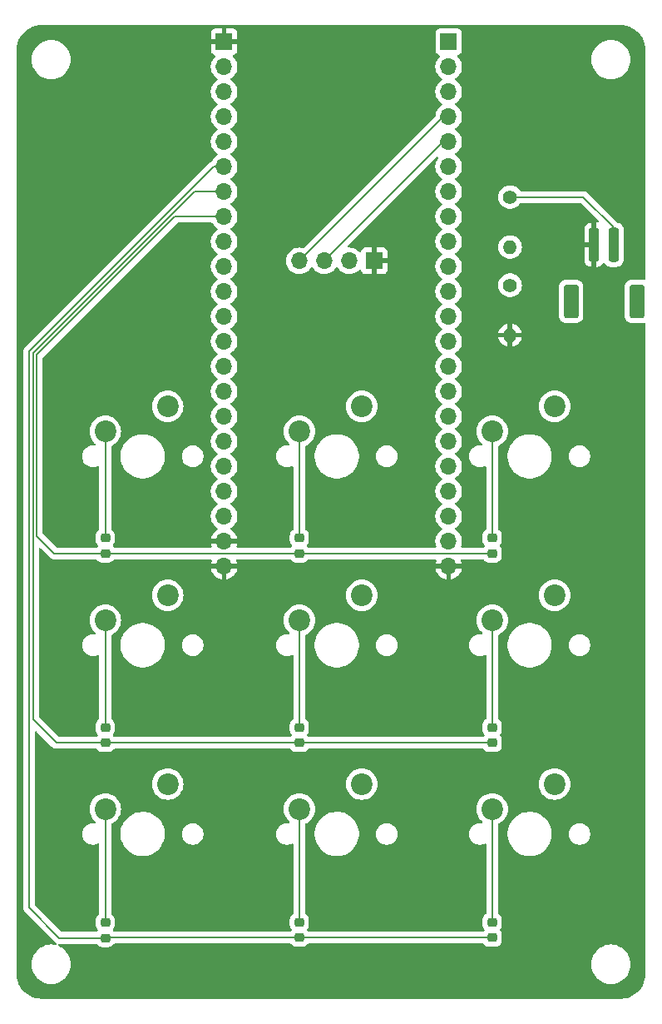
<source format=gbr>
%TF.GenerationSoftware,KiCad,Pcbnew,8.0.3*%
%TF.CreationDate,2024-07-18T02:13:28+08:00*%
%TF.ProjectId,sesto_remote_v2,73657374-6f5f-4726-956d-6f74655f7632,rev?*%
%TF.SameCoordinates,Original*%
%TF.FileFunction,Copper,L2,Bot*%
%TF.FilePolarity,Positive*%
%FSLAX46Y46*%
G04 Gerber Fmt 4.6, Leading zero omitted, Abs format (unit mm)*
G04 Created by KiCad (PCBNEW 8.0.3) date 2024-07-18 02:13:28*
%MOMM*%
%LPD*%
G01*
G04 APERTURE LIST*
G04 Aperture macros list*
%AMRoundRect*
0 Rectangle with rounded corners*
0 $1 Rounding radius*
0 $2 $3 $4 $5 $6 $7 $8 $9 X,Y pos of 4 corners*
0 Add a 4 corners polygon primitive as box body*
4,1,4,$2,$3,$4,$5,$6,$7,$8,$9,$2,$3,0*
0 Add four circle primitives for the rounded corners*
1,1,$1+$1,$2,$3*
1,1,$1+$1,$4,$5*
1,1,$1+$1,$6,$7*
1,1,$1+$1,$8,$9*
0 Add four rect primitives between the rounded corners*
20,1,$1+$1,$2,$3,$4,$5,0*
20,1,$1+$1,$4,$5,$6,$7,0*
20,1,$1+$1,$6,$7,$8,$9,0*
20,1,$1+$1,$8,$9,$2,$3,0*%
G04 Aperture macros list end*
%TA.AperFunction,ComponentPad*%
%ADD10C,2.200000*%
%TD*%
%TA.AperFunction,ComponentPad*%
%ADD11R,1.700000X1.700000*%
%TD*%
%TA.AperFunction,ComponentPad*%
%ADD12O,1.700000X1.700000*%
%TD*%
%TA.AperFunction,ComponentPad*%
%ADD13C,1.400000*%
%TD*%
%TA.AperFunction,ComponentPad*%
%ADD14O,1.400000X1.400000*%
%TD*%
%TA.AperFunction,SMDPad,CuDef*%
%ADD15RoundRect,0.250001X0.499999X1.449999X-0.499999X1.449999X-0.499999X-1.449999X0.499999X-1.449999X0*%
%TD*%
%TA.AperFunction,SMDPad,CuDef*%
%ADD16RoundRect,0.250000X0.250000X1.500000X-0.250000X1.500000X-0.250000X-1.500000X0.250000X-1.500000X0*%
%TD*%
%TA.AperFunction,SMDPad,CuDef*%
%ADD17RoundRect,0.218750X-0.256250X0.218750X-0.256250X-0.218750X0.256250X-0.218750X0.256250X0.218750X0*%
%TD*%
%TA.AperFunction,Conductor*%
%ADD18C,0.200000*%
%TD*%
G04 APERTURE END LIST*
D10*
%TO.P,SW2,1,1*%
%TO.N,/38*%
X96860000Y-77230000D03*
%TO.P,SW2,2,2*%
%TO.N,Net-(D2-K)*%
X90510000Y-79770000D03*
%TD*%
%TO.P,SW1,1,1*%
%TO.N,/39*%
X77100000Y-77230000D03*
%TO.P,SW1,2,2*%
%TO.N,Net-(D1-K)*%
X70750000Y-79770000D03*
%TD*%
%TO.P,SW3,1,1*%
%TO.N,/37*%
X116490000Y-77230000D03*
%TO.P,SW3,2,2*%
%TO.N,Net-(D3-K)*%
X110140000Y-79770000D03*
%TD*%
D11*
%TO.P,J3,1,Pin_1*%
%TO.N,GND*%
X98120000Y-62425000D03*
D12*
%TO.P,J3,2,Pin_2*%
%TO.N,3V3*%
X95580000Y-62425000D03*
%TO.P,J3,3,Pin_3*%
%TO.N,/5*%
X93040000Y-62425000D03*
%TO.P,J3,4,Pin_4*%
%TO.N,/4*%
X90500000Y-62425000D03*
%TD*%
D10*
%TO.P,SW8,1,1*%
%TO.N,/38*%
X96860000Y-115630000D03*
%TO.P,SW8,2,2*%
%TO.N,Net-(D8-K)*%
X90510000Y-118170000D03*
%TD*%
%TO.P,SW9,1,1*%
%TO.N,/37*%
X116490000Y-115630000D03*
%TO.P,SW9,2,2*%
%TO.N,Net-(D9-K)*%
X110140000Y-118170000D03*
%TD*%
D13*
%TO.P,R1,1*%
%TO.N,3V3*%
X111960000Y-55940000D03*
D14*
%TO.P,R1,2*%
%TO.N,/46*%
X111960000Y-61020000D03*
%TD*%
D10*
%TO.P,SW6,1,1*%
%TO.N,/37*%
X116490000Y-96430000D03*
%TO.P,SW6,2,2*%
%TO.N,Net-(D6-K)*%
X110140000Y-98970000D03*
%TD*%
%TO.P,SW7,1,1*%
%TO.N,/39*%
X77100000Y-115630000D03*
%TO.P,SW7,2,2*%
%TO.N,Net-(D7-K)*%
X70750000Y-118170000D03*
%TD*%
%TO.P,SW4,1,1*%
%TO.N,/39*%
X77100000Y-96430000D03*
%TO.P,SW4,2,2*%
%TO.N,Net-(D4-K)*%
X70750000Y-98970000D03*
%TD*%
D13*
%TO.P,R2,1*%
%TO.N,/46*%
X111960000Y-64900000D03*
D14*
%TO.P,R2,2*%
%TO.N,GND*%
X111960000Y-69980000D03*
%TD*%
D10*
%TO.P,SW5,1,1*%
%TO.N,/38*%
X96860000Y-96430000D03*
%TO.P,SW5,2,2*%
%TO.N,Net-(D5-K)*%
X90510000Y-98970000D03*
%TD*%
D15*
%TO.P,J4,MP*%
%TO.N,N/C*%
X118170000Y-66540000D03*
X124870000Y-66540000D03*
D16*
%TO.P,J4,2,Pin_2*%
%TO.N,GND*%
X120520000Y-60790000D03*
%TO.P,J4,1,Pin_1*%
%TO.N,3V3*%
X122520000Y-60790000D03*
%TD*%
D17*
%TO.P,D6,1,K*%
%TO.N,Net-(D6-K)*%
X110140000Y-109875000D03*
%TO.P,D6,2,A*%
%TO.N,/41*%
X110140000Y-111450000D03*
%TD*%
%TO.P,D3,1,K*%
%TO.N,Net-(D3-K)*%
X110140000Y-90612500D03*
%TO.P,D3,2,A*%
%TO.N,/40*%
X110140000Y-92187500D03*
%TD*%
%TO.P,D9,1,K*%
%TO.N,Net-(D9-K)*%
X110140000Y-129682500D03*
%TO.P,D9,2,A*%
%TO.N,/42*%
X110140000Y-131257500D03*
%TD*%
D11*
%TO.P,J1,1,Pin_1*%
%TO.N,3V3*%
X105710000Y-40150000D03*
D12*
%TO.P,J1,2,Pin_2*%
X105710000Y-42690000D03*
%TO.P,J1,3,Pin_3*%
%TO.N,unconnected-(J1-Pin_3-Pad3)*%
X105710000Y-45230000D03*
%TO.P,J1,4,Pin_4*%
%TO.N,/4*%
X105710000Y-47770000D03*
%TO.P,J1,5,Pin_5*%
%TO.N,/5*%
X105710000Y-50310000D03*
%TO.P,J1,6,Pin_6*%
%TO.N,/6*%
X105710000Y-52850000D03*
%TO.P,J1,7,Pin_7*%
%TO.N,/7*%
X105710000Y-55390000D03*
%TO.P,J1,8,Pin_8*%
%TO.N,/15*%
X105710000Y-57930000D03*
%TO.P,J1,9,Pin_9*%
%TO.N,/16*%
X105710000Y-60470000D03*
%TO.P,J1,10,Pin_10*%
%TO.N,/17*%
X105710000Y-63010000D03*
%TO.P,J1,11,Pin_11*%
%TO.N,/18*%
X105710000Y-65550000D03*
%TO.P,J1,12,Pin_12*%
%TO.N,/8*%
X105710000Y-68090000D03*
%TO.P,J1,13,Pin_13*%
%TO.N,/3*%
X105710000Y-70630000D03*
%TO.P,J1,14,Pin_14*%
%TO.N,/46*%
X105710000Y-73170000D03*
%TO.P,J1,15,Pin_15*%
%TO.N,/9*%
X105710000Y-75710000D03*
%TO.P,J1,16,Pin_16*%
%TO.N,/10*%
X105710000Y-78250000D03*
%TO.P,J1,17,Pin_17*%
%TO.N,/11*%
X105710000Y-80790000D03*
%TO.P,J1,18,Pin_18*%
%TO.N,/12*%
X105710000Y-83330000D03*
%TO.P,J1,19,Pin_19*%
%TO.N,/13*%
X105710000Y-85870000D03*
%TO.P,J1,20,Pin_20*%
%TO.N,/14*%
X105710000Y-88410000D03*
%TO.P,J1,21,Pin_21*%
%TO.N,/5V*%
X105710000Y-90950000D03*
%TO.P,J1,22,Pin_22*%
%TO.N,GND*%
X105710000Y-93490000D03*
%TD*%
D17*
%TO.P,D7,1,K*%
%TO.N,Net-(D7-K)*%
X70750000Y-129702500D03*
%TO.P,D7,2,A*%
%TO.N,/42*%
X70750000Y-131277500D03*
%TD*%
%TO.P,D1,1,K*%
%TO.N,Net-(D1-K)*%
X70750000Y-90612500D03*
%TO.P,D1,2,A*%
%TO.N,/40*%
X70750000Y-92187500D03*
%TD*%
%TO.P,D5,1,K*%
%TO.N,Net-(D5-K)*%
X90510000Y-109875000D03*
%TO.P,D5,2,A*%
%TO.N,/41*%
X90510000Y-111450000D03*
%TD*%
%TO.P,D2,1,K*%
%TO.N,Net-(D2-K)*%
X90510000Y-90612500D03*
%TO.P,D2,2,A*%
%TO.N,/40*%
X90510000Y-92187500D03*
%TD*%
%TO.P,D8,1,K*%
%TO.N,Net-(D8-K)*%
X90510000Y-129675000D03*
%TO.P,D8,2,A*%
%TO.N,/42*%
X90510000Y-131250000D03*
%TD*%
%TO.P,D4,1,K*%
%TO.N,Net-(D4-K)*%
X70750000Y-109875000D03*
%TO.P,D4,2,A*%
%TO.N,/41*%
X70750000Y-111450000D03*
%TD*%
D11*
%TO.P,J2,1,Pin_1*%
%TO.N,GND*%
X82850000Y-40150000D03*
D12*
%TO.P,J2,2,Pin_2*%
%TO.N,/TX*%
X82850000Y-42690000D03*
%TO.P,J2,3,Pin_3*%
%TO.N,/RX*%
X82850000Y-45230000D03*
%TO.P,J2,4,Pin_4*%
%TO.N,/1*%
X82850000Y-47770000D03*
%TO.P,J2,5,Pin_5*%
%TO.N,/2*%
X82850000Y-50310000D03*
%TO.P,J2,6,Pin_6*%
%TO.N,/42*%
X82850000Y-52850000D03*
%TO.P,J2,7,Pin_7*%
%TO.N,/41*%
X82850000Y-55390000D03*
%TO.P,J2,8,Pin_8*%
%TO.N,/40*%
X82850000Y-57930000D03*
%TO.P,J2,9,Pin_9*%
%TO.N,/39*%
X82850000Y-60470000D03*
%TO.P,J2,10,Pin_10*%
%TO.N,/38*%
X82850000Y-63010000D03*
%TO.P,J2,11,Pin_11*%
%TO.N,/37*%
X82850000Y-65550000D03*
%TO.P,J2,12,Pin_12*%
%TO.N,/36*%
X82850000Y-68090000D03*
%TO.P,J2,13,Pin_13*%
%TO.N,/35*%
X82850000Y-70630000D03*
%TO.P,J2,14,Pin_14*%
%TO.N,/0*%
X82850000Y-73170000D03*
%TO.P,J2,15,Pin_15*%
%TO.N,/45*%
X82850000Y-75710000D03*
%TO.P,J2,16,Pin_16*%
%TO.N,/48*%
X82850000Y-78250000D03*
%TO.P,J2,17,Pin_17*%
%TO.N,/47*%
X82850000Y-80790000D03*
%TO.P,J2,18,Pin_18*%
%TO.N,/21*%
X82850000Y-83330000D03*
%TO.P,J2,19,Pin_19*%
%TO.N,/20*%
X82850000Y-85870000D03*
%TO.P,J2,20,Pin_20*%
%TO.N,/19*%
X82850000Y-88410000D03*
%TO.P,J2,21,Pin_21*%
%TO.N,GND*%
X82850000Y-90950000D03*
%TO.P,J2,22,Pin_22*%
X82850000Y-93490000D03*
%TD*%
D18*
%TO.N,/40*%
X70217500Y-92187500D02*
X110035000Y-92187500D01*
X110035000Y-92187500D02*
X110087500Y-92240000D01*
X70697500Y-92240000D02*
X70750000Y-92187500D01*
X63780000Y-89950000D02*
X63780000Y-90400000D01*
X65567500Y-92187500D02*
X70750000Y-92187500D01*
X63780000Y-90400000D02*
X65567500Y-92187500D01*
%TO.N,3V3*%
X111960000Y-55940000D02*
X119420000Y-55940000D01*
X119420000Y-55940000D02*
X122520000Y-59040000D01*
X122520000Y-59040000D02*
X122520000Y-60790000D01*
%TO.N,/40*%
X110087500Y-92240000D02*
X110140000Y-92187500D01*
%TO.N,Net-(D1-K)*%
X70750000Y-79770000D02*
X70750000Y-90612500D01*
%TO.N,/42*%
X70710000Y-131257500D02*
X70690000Y-131277500D01*
X62980000Y-71668629D02*
X81798629Y-52850000D01*
X66067500Y-131277500D02*
X62980000Y-128190000D01*
X62980000Y-128190000D02*
X62980000Y-71668629D01*
X110090000Y-131257500D02*
X70710000Y-131257500D01*
X81798629Y-52850000D02*
X82850000Y-52850000D01*
X70750000Y-131277500D02*
X66067500Y-131277500D01*
%TO.N,Net-(D2-K)*%
X90510000Y-79770000D02*
X90510000Y-90612500D01*
%TO.N,Net-(D3-K)*%
X110140000Y-79770000D02*
X110140000Y-90612500D01*
%TO.N,/41*%
X70750000Y-111450000D02*
X65810000Y-111450000D01*
X110090000Y-111450000D02*
X70620000Y-111450000D01*
X79824315Y-55390000D02*
X82850000Y-55390000D01*
X63380000Y-109020000D02*
X63380000Y-71834315D01*
X65810000Y-111450000D02*
X63380000Y-109020000D01*
X63380000Y-71834315D02*
X79824315Y-55390000D01*
%TO.N,Net-(D4-K)*%
X70750000Y-98970000D02*
X70750000Y-109875000D01*
%TO.N,Net-(D5-K)*%
X90510000Y-98970000D02*
X90510000Y-109875000D01*
%TO.N,Net-(D6-K)*%
X110140000Y-98970000D02*
X110140000Y-109875000D01*
%TO.N,/40*%
X63780000Y-89950000D02*
X63780000Y-72000001D01*
X77850001Y-57930000D02*
X82850000Y-57930000D01*
X63780000Y-72000001D02*
X77850001Y-57930000D01*
%TO.N,Net-(D7-K)*%
X70750000Y-118170000D02*
X70750000Y-129702500D01*
%TO.N,Net-(D8-K)*%
X90510000Y-118170000D02*
X90510000Y-129675000D01*
%TO.N,Net-(D9-K)*%
X110140000Y-118170000D02*
X110140000Y-129682500D01*
%TO.N,/4*%
X90500000Y-62425000D02*
X105155000Y-47770000D01*
X105155000Y-47770000D02*
X105710000Y-47770000D01*
%TO.N,/5*%
X105155000Y-50310000D02*
X105710000Y-50310000D01*
X93040000Y-62425000D02*
X105155000Y-50310000D01*
%TD*%
%TA.AperFunction,Conductor*%
%TO.N,GND*%
G36*
X83043039Y-92807685D02*
G01*
X83088794Y-92860489D01*
X83100000Y-92912000D01*
X83100000Y-93056988D01*
X83042993Y-93024075D01*
X82915826Y-92990000D01*
X82784174Y-92990000D01*
X82657007Y-93024075D01*
X82600000Y-93056988D01*
X82600000Y-92912000D01*
X82619685Y-92844961D01*
X82672489Y-92799206D01*
X82724000Y-92788000D01*
X82976000Y-92788000D01*
X83043039Y-92807685D01*
G37*
%TD.AperFunction*%
%TA.AperFunction,Conductor*%
G36*
X81627948Y-58550185D02*
G01*
X81673292Y-58602097D01*
X81675965Y-58607830D01*
X81675966Y-58607831D01*
X81811501Y-58801395D01*
X81811506Y-58801402D01*
X81978597Y-58968493D01*
X81978603Y-58968498D01*
X82164158Y-59098425D01*
X82207783Y-59153002D01*
X82214977Y-59222500D01*
X82183454Y-59284855D01*
X82164158Y-59301575D01*
X81978597Y-59431505D01*
X81811505Y-59598597D01*
X81675965Y-59792169D01*
X81675964Y-59792171D01*
X81576098Y-60006335D01*
X81576094Y-60006344D01*
X81514938Y-60234586D01*
X81514936Y-60234596D01*
X81494341Y-60469999D01*
X81494341Y-60470000D01*
X81514936Y-60705403D01*
X81514938Y-60705413D01*
X81576094Y-60933655D01*
X81576096Y-60933659D01*
X81576097Y-60933663D01*
X81650040Y-61092233D01*
X81675965Y-61147830D01*
X81675967Y-61147834D01*
X81811501Y-61341395D01*
X81811506Y-61341402D01*
X81978597Y-61508493D01*
X81978603Y-61508498D01*
X82164158Y-61638425D01*
X82207783Y-61693002D01*
X82214977Y-61762500D01*
X82183454Y-61824855D01*
X82164158Y-61841575D01*
X81978597Y-61971505D01*
X81811505Y-62138597D01*
X81675965Y-62332169D01*
X81675964Y-62332171D01*
X81576098Y-62546335D01*
X81576094Y-62546344D01*
X81514938Y-62774586D01*
X81514936Y-62774596D01*
X81494341Y-63009999D01*
X81494341Y-63010000D01*
X81514936Y-63245403D01*
X81514938Y-63245413D01*
X81576094Y-63473655D01*
X81576096Y-63473659D01*
X81576097Y-63473663D01*
X81596349Y-63517093D01*
X81675965Y-63687830D01*
X81675967Y-63687834D01*
X81811501Y-63881395D01*
X81811506Y-63881402D01*
X81978597Y-64048493D01*
X81978603Y-64048498D01*
X82164158Y-64178425D01*
X82207783Y-64233002D01*
X82214977Y-64302500D01*
X82183454Y-64364855D01*
X82164158Y-64381575D01*
X81978597Y-64511505D01*
X81811505Y-64678597D01*
X81675965Y-64872169D01*
X81675964Y-64872171D01*
X81576098Y-65086335D01*
X81576094Y-65086344D01*
X81514938Y-65314586D01*
X81514936Y-65314596D01*
X81494341Y-65549999D01*
X81494341Y-65550000D01*
X81514936Y-65785403D01*
X81514938Y-65785413D01*
X81576094Y-66013655D01*
X81576096Y-66013659D01*
X81576097Y-66013663D01*
X81616590Y-66100500D01*
X81675965Y-66227830D01*
X81675967Y-66227834D01*
X81811501Y-66421395D01*
X81811506Y-66421402D01*
X81978597Y-66588493D01*
X81978603Y-66588498D01*
X82164158Y-66718425D01*
X82207783Y-66773002D01*
X82214977Y-66842500D01*
X82183454Y-66904855D01*
X82164158Y-66921575D01*
X81978597Y-67051505D01*
X81811505Y-67218597D01*
X81675965Y-67412169D01*
X81675964Y-67412171D01*
X81576098Y-67626335D01*
X81576094Y-67626344D01*
X81514938Y-67854586D01*
X81514936Y-67854596D01*
X81494341Y-68089999D01*
X81494341Y-68090000D01*
X81514936Y-68325403D01*
X81514938Y-68325413D01*
X81576094Y-68553655D01*
X81576096Y-68553659D01*
X81576097Y-68553663D01*
X81632591Y-68674814D01*
X81675965Y-68767830D01*
X81675967Y-68767834D01*
X81811501Y-68961395D01*
X81811506Y-68961402D01*
X81978597Y-69128493D01*
X81978603Y-69128498D01*
X82164158Y-69258425D01*
X82207783Y-69313002D01*
X82214977Y-69382500D01*
X82183454Y-69444855D01*
X82164158Y-69461575D01*
X81978597Y-69591505D01*
X81811505Y-69758597D01*
X81675965Y-69952169D01*
X81675964Y-69952171D01*
X81576098Y-70166335D01*
X81576094Y-70166344D01*
X81514938Y-70394586D01*
X81514936Y-70394596D01*
X81494341Y-70629999D01*
X81494341Y-70630000D01*
X81514936Y-70865403D01*
X81514938Y-70865413D01*
X81576094Y-71093655D01*
X81576096Y-71093659D01*
X81576097Y-71093663D01*
X81597301Y-71139135D01*
X81675965Y-71307830D01*
X81675967Y-71307834D01*
X81811501Y-71501395D01*
X81811506Y-71501402D01*
X81978597Y-71668493D01*
X81978603Y-71668498D01*
X82164158Y-71798425D01*
X82207783Y-71853002D01*
X82214977Y-71922500D01*
X82183454Y-71984855D01*
X82164158Y-72001575D01*
X81978597Y-72131505D01*
X81811505Y-72298597D01*
X81675965Y-72492169D01*
X81675964Y-72492171D01*
X81576098Y-72706335D01*
X81576094Y-72706344D01*
X81514938Y-72934586D01*
X81514936Y-72934596D01*
X81494341Y-73169999D01*
X81494341Y-73170000D01*
X81514936Y-73405403D01*
X81514938Y-73405413D01*
X81576094Y-73633655D01*
X81576096Y-73633659D01*
X81576097Y-73633663D01*
X81675965Y-73847830D01*
X81675967Y-73847834D01*
X81811501Y-74041395D01*
X81811506Y-74041402D01*
X81978597Y-74208493D01*
X81978603Y-74208498D01*
X82164158Y-74338425D01*
X82207783Y-74393002D01*
X82214977Y-74462500D01*
X82183454Y-74524855D01*
X82164158Y-74541575D01*
X81978597Y-74671505D01*
X81811505Y-74838597D01*
X81675965Y-75032169D01*
X81675964Y-75032171D01*
X81576098Y-75246335D01*
X81576094Y-75246344D01*
X81514938Y-75474586D01*
X81514936Y-75474596D01*
X81494341Y-75709999D01*
X81494341Y-75710000D01*
X81514936Y-75945403D01*
X81514938Y-75945413D01*
X81576094Y-76173655D01*
X81576096Y-76173659D01*
X81576097Y-76173663D01*
X81628640Y-76286341D01*
X81675965Y-76387830D01*
X81675967Y-76387834D01*
X81811501Y-76581395D01*
X81811506Y-76581402D01*
X81978597Y-76748493D01*
X81978603Y-76748498D01*
X82164158Y-76878425D01*
X82207783Y-76933002D01*
X82214977Y-77002500D01*
X82183454Y-77064855D01*
X82164158Y-77081575D01*
X81978597Y-77211505D01*
X81811505Y-77378597D01*
X81675965Y-77572169D01*
X81675964Y-77572171D01*
X81576098Y-77786335D01*
X81576094Y-77786344D01*
X81514938Y-78014586D01*
X81514936Y-78014596D01*
X81494341Y-78249999D01*
X81494341Y-78250000D01*
X81514936Y-78485403D01*
X81514938Y-78485413D01*
X81576094Y-78713655D01*
X81576096Y-78713659D01*
X81576097Y-78713663D01*
X81632887Y-78835449D01*
X81675965Y-78927830D01*
X81675967Y-78927834D01*
X81811501Y-79121395D01*
X81811506Y-79121402D01*
X81978597Y-79288493D01*
X81978603Y-79288498D01*
X82164158Y-79418425D01*
X82207783Y-79473002D01*
X82214977Y-79542500D01*
X82183454Y-79604855D01*
X82164158Y-79621575D01*
X81978597Y-79751505D01*
X81811505Y-79918597D01*
X81675965Y-80112169D01*
X81675964Y-80112171D01*
X81576098Y-80326335D01*
X81576094Y-80326344D01*
X81514938Y-80554586D01*
X81514936Y-80554596D01*
X81494341Y-80789999D01*
X81494341Y-80790000D01*
X81514936Y-81025403D01*
X81514938Y-81025413D01*
X81576094Y-81253655D01*
X81576096Y-81253659D01*
X81576097Y-81253663D01*
X81661182Y-81436127D01*
X81675965Y-81467830D01*
X81675967Y-81467834D01*
X81811501Y-81661395D01*
X81811506Y-81661402D01*
X81978597Y-81828493D01*
X81978603Y-81828498D01*
X82164158Y-81958425D01*
X82207783Y-82013002D01*
X82214977Y-82082500D01*
X82183454Y-82144855D01*
X82164158Y-82161575D01*
X81978597Y-82291505D01*
X81811505Y-82458597D01*
X81675965Y-82652169D01*
X81675964Y-82652171D01*
X81576098Y-82866335D01*
X81576094Y-82866344D01*
X81514938Y-83094586D01*
X81514936Y-83094596D01*
X81494341Y-83329999D01*
X81494341Y-83330000D01*
X81514936Y-83565403D01*
X81514938Y-83565413D01*
X81576094Y-83793655D01*
X81576096Y-83793659D01*
X81576097Y-83793663D01*
X81674944Y-84005641D01*
X81675965Y-84007830D01*
X81675967Y-84007834D01*
X81811501Y-84201395D01*
X81811506Y-84201402D01*
X81978597Y-84368493D01*
X81978603Y-84368498D01*
X82164158Y-84498425D01*
X82207783Y-84553002D01*
X82214977Y-84622500D01*
X82183454Y-84684855D01*
X82164158Y-84701575D01*
X81978597Y-84831505D01*
X81811505Y-84998597D01*
X81675965Y-85192169D01*
X81675964Y-85192171D01*
X81576098Y-85406335D01*
X81576094Y-85406344D01*
X81514938Y-85634586D01*
X81514936Y-85634596D01*
X81494341Y-85869999D01*
X81494341Y-85870000D01*
X81514936Y-86105403D01*
X81514938Y-86105413D01*
X81576094Y-86333655D01*
X81576096Y-86333659D01*
X81576097Y-86333663D01*
X81675965Y-86547830D01*
X81675967Y-86547834D01*
X81811501Y-86741395D01*
X81811506Y-86741402D01*
X81978597Y-86908493D01*
X81978603Y-86908498D01*
X82164158Y-87038425D01*
X82207783Y-87093002D01*
X82214977Y-87162500D01*
X82183454Y-87224855D01*
X82164158Y-87241575D01*
X81978597Y-87371505D01*
X81811505Y-87538597D01*
X81675965Y-87732169D01*
X81675964Y-87732171D01*
X81576098Y-87946335D01*
X81576094Y-87946344D01*
X81514938Y-88174586D01*
X81514936Y-88174596D01*
X81494341Y-88409999D01*
X81494341Y-88410000D01*
X81514936Y-88645403D01*
X81514938Y-88645413D01*
X81576094Y-88873655D01*
X81576096Y-88873659D01*
X81576097Y-88873663D01*
X81675965Y-89087830D01*
X81675967Y-89087834D01*
X81811501Y-89281395D01*
X81811506Y-89281402D01*
X81978597Y-89448493D01*
X81978603Y-89448498D01*
X82164594Y-89578730D01*
X82208219Y-89633307D01*
X82215413Y-89702805D01*
X82183890Y-89765160D01*
X82164595Y-89781880D01*
X81978922Y-89911890D01*
X81978920Y-89911891D01*
X81811891Y-90078920D01*
X81811886Y-90078926D01*
X81676400Y-90272420D01*
X81676399Y-90272422D01*
X81576570Y-90486507D01*
X81576567Y-90486513D01*
X81519364Y-90699999D01*
X81519364Y-90700000D01*
X82416988Y-90700000D01*
X82384075Y-90757007D01*
X82350000Y-90884174D01*
X82350000Y-91015826D01*
X82384075Y-91142993D01*
X82416988Y-91200000D01*
X81519364Y-91200000D01*
X81576567Y-91413486D01*
X81578419Y-91418572D01*
X81576532Y-91419258D01*
X81585713Y-91479660D01*
X81557200Y-91543447D01*
X81498727Y-91581692D01*
X81462837Y-91587000D01*
X71685055Y-91587000D01*
X71618016Y-91567315D01*
X71579517Y-91528097D01*
X71574283Y-91519612D01*
X71574280Y-91519608D01*
X71542353Y-91487681D01*
X71508868Y-91426358D01*
X71513852Y-91356666D01*
X71542353Y-91312319D01*
X71574281Y-91280391D01*
X71662549Y-91137287D01*
X71715436Y-90977685D01*
X71725500Y-90879174D01*
X71725500Y-90345826D01*
X71715436Y-90247315D01*
X71662549Y-90087713D01*
X71662545Y-90087707D01*
X71662544Y-90087704D01*
X71574283Y-89944612D01*
X71574280Y-89944608D01*
X71455390Y-89825718D01*
X71409402Y-89797352D01*
X71362678Y-89745403D01*
X71350500Y-89691814D01*
X71350500Y-82162486D01*
X72309500Y-82162486D01*
X72309500Y-82457513D01*
X72335128Y-82652169D01*
X72348007Y-82749993D01*
X72422212Y-83026930D01*
X72424361Y-83034951D01*
X72424364Y-83034961D01*
X72537254Y-83307500D01*
X72537258Y-83307510D01*
X72684761Y-83562993D01*
X72864352Y-83797040D01*
X72864358Y-83797047D01*
X73072952Y-84005641D01*
X73072959Y-84005647D01*
X73307006Y-84185238D01*
X73562489Y-84332741D01*
X73562490Y-84332741D01*
X73562493Y-84332743D01*
X73835048Y-84445639D01*
X74120007Y-84521993D01*
X74412494Y-84560500D01*
X74412501Y-84560500D01*
X74707499Y-84560500D01*
X74707506Y-84560500D01*
X74999993Y-84521993D01*
X75284952Y-84445639D01*
X75557507Y-84332743D01*
X75812994Y-84185238D01*
X76047042Y-84005646D01*
X76255646Y-83797042D01*
X76435238Y-83562994D01*
X76582743Y-83307507D01*
X76695639Y-83034952D01*
X76771993Y-82749993D01*
X76810500Y-82457506D01*
X76810500Y-82223389D01*
X78539500Y-82223389D01*
X78539500Y-82396611D01*
X78566598Y-82567701D01*
X78620127Y-82732445D01*
X78698768Y-82886788D01*
X78800586Y-83026928D01*
X78923072Y-83149414D01*
X79063212Y-83251232D01*
X79217555Y-83329873D01*
X79382299Y-83383402D01*
X79553389Y-83410500D01*
X79553390Y-83410500D01*
X79726610Y-83410500D01*
X79726611Y-83410500D01*
X79897701Y-83383402D01*
X80062445Y-83329873D01*
X80216788Y-83251232D01*
X80356928Y-83149414D01*
X80479414Y-83026928D01*
X80581232Y-82886788D01*
X80659873Y-82732445D01*
X80713402Y-82567701D01*
X80740500Y-82396611D01*
X80740500Y-82223389D01*
X80713402Y-82052299D01*
X80659873Y-81887555D01*
X80581232Y-81733212D01*
X80479414Y-81593072D01*
X80356928Y-81470586D01*
X80216788Y-81368768D01*
X80062445Y-81290127D01*
X79897701Y-81236598D01*
X79897699Y-81236597D01*
X79897698Y-81236597D01*
X79766271Y-81215781D01*
X79726611Y-81209500D01*
X79553389Y-81209500D01*
X79513728Y-81215781D01*
X79382302Y-81236597D01*
X79217552Y-81290128D01*
X79063211Y-81368768D01*
X78983256Y-81426859D01*
X78923072Y-81470586D01*
X78923070Y-81470588D01*
X78923069Y-81470588D01*
X78800588Y-81593069D01*
X78800588Y-81593070D01*
X78800586Y-81593072D01*
X78756859Y-81653256D01*
X78698768Y-81733211D01*
X78620128Y-81887552D01*
X78566597Y-82052302D01*
X78550179Y-82155965D01*
X78539500Y-82223389D01*
X76810500Y-82223389D01*
X76810500Y-82162494D01*
X76771993Y-81870007D01*
X76695639Y-81585048D01*
X76582743Y-81312493D01*
X76548760Y-81253633D01*
X76435238Y-81057006D01*
X76255647Y-80822959D01*
X76255641Y-80822952D01*
X76047047Y-80614358D01*
X76047040Y-80614352D01*
X75812993Y-80434761D01*
X75557510Y-80287258D01*
X75557500Y-80287254D01*
X75284961Y-80174364D01*
X75284954Y-80174362D01*
X75284952Y-80174361D01*
X74999993Y-80098007D01*
X74951113Y-80091571D01*
X74707513Y-80059500D01*
X74707506Y-80059500D01*
X74412494Y-80059500D01*
X74412486Y-80059500D01*
X74134085Y-80096153D01*
X74120007Y-80098007D01*
X74067146Y-80112171D01*
X73835048Y-80174361D01*
X73835038Y-80174364D01*
X73562499Y-80287254D01*
X73562489Y-80287258D01*
X73307006Y-80434761D01*
X73072959Y-80614352D01*
X73072952Y-80614358D01*
X72864358Y-80822952D01*
X72864352Y-80822959D01*
X72684761Y-81057006D01*
X72537258Y-81312489D01*
X72537254Y-81312499D01*
X72424364Y-81585038D01*
X72424361Y-81585048D01*
X72348008Y-81870004D01*
X72348006Y-81870015D01*
X72309500Y-82162486D01*
X71350500Y-82162486D01*
X71350500Y-81336487D01*
X71370185Y-81269448D01*
X71422989Y-81223693D01*
X71427002Y-81221945D01*
X71478859Y-81200466D01*
X71693659Y-81068836D01*
X71885224Y-80905224D01*
X72048836Y-80713659D01*
X72180466Y-80498859D01*
X72276873Y-80266111D01*
X72335683Y-80021148D01*
X72355449Y-79770000D01*
X72335683Y-79518852D01*
X72276873Y-79273889D01*
X72180466Y-79041141D01*
X72180466Y-79041140D01*
X72048839Y-78826346D01*
X72048838Y-78826343D01*
X71989505Y-78756873D01*
X71885224Y-78634776D01*
X71758571Y-78526604D01*
X71693656Y-78471161D01*
X71693653Y-78471160D01*
X71478859Y-78339533D01*
X71246110Y-78243126D01*
X71001151Y-78184317D01*
X70750000Y-78164551D01*
X70498848Y-78184317D01*
X70253889Y-78243126D01*
X70021140Y-78339533D01*
X69806346Y-78471160D01*
X69806343Y-78471161D01*
X69614776Y-78634776D01*
X69451161Y-78826343D01*
X69451160Y-78826346D01*
X69319533Y-79041140D01*
X69223126Y-79273889D01*
X69164317Y-79518848D01*
X69144551Y-79770000D01*
X69164317Y-80021151D01*
X69223126Y-80266110D01*
X69319533Y-80498859D01*
X69451160Y-80713653D01*
X69451161Y-80713656D01*
X69451164Y-80713659D01*
X69614776Y-80905224D01*
X69728783Y-81002595D01*
X69766976Y-81061102D01*
X69767474Y-81130970D01*
X69730121Y-81190016D01*
X69666774Y-81219494D01*
X69628854Y-81219358D01*
X69566611Y-81209500D01*
X69393389Y-81209500D01*
X69353728Y-81215781D01*
X69222302Y-81236597D01*
X69057552Y-81290128D01*
X68903211Y-81368768D01*
X68823256Y-81426859D01*
X68763072Y-81470586D01*
X68763070Y-81470588D01*
X68763069Y-81470588D01*
X68640588Y-81593069D01*
X68640588Y-81593070D01*
X68640586Y-81593072D01*
X68596859Y-81653256D01*
X68538768Y-81733211D01*
X68460128Y-81887552D01*
X68406597Y-82052302D01*
X68390179Y-82155965D01*
X68379500Y-82223389D01*
X68379500Y-82396611D01*
X68406598Y-82567701D01*
X68460127Y-82732445D01*
X68538768Y-82886788D01*
X68640586Y-83026928D01*
X68763072Y-83149414D01*
X68903212Y-83251232D01*
X69057555Y-83329873D01*
X69222299Y-83383402D01*
X69393389Y-83410500D01*
X69393390Y-83410500D01*
X69566610Y-83410500D01*
X69566611Y-83410500D01*
X69737701Y-83383402D01*
X69902445Y-83329873D01*
X69969206Y-83295856D01*
X70037874Y-83282961D01*
X70102615Y-83309237D01*
X70142872Y-83366344D01*
X70149500Y-83406342D01*
X70149500Y-89691814D01*
X70129815Y-89758853D01*
X70090598Y-89797352D01*
X70044609Y-89825718D01*
X69925719Y-89944608D01*
X69925716Y-89944612D01*
X69837455Y-90087704D01*
X69837451Y-90087713D01*
X69784564Y-90247315D01*
X69784564Y-90247316D01*
X69784563Y-90247316D01*
X69774500Y-90345818D01*
X69774500Y-90879181D01*
X69784563Y-90977683D01*
X69837450Y-91137284D01*
X69837455Y-91137295D01*
X69925716Y-91280387D01*
X69925719Y-91280391D01*
X69957647Y-91312319D01*
X69991132Y-91373642D01*
X69986148Y-91443334D01*
X69957647Y-91487681D01*
X69925719Y-91519608D01*
X69925716Y-91519612D01*
X69920483Y-91528097D01*
X69868535Y-91574822D01*
X69814945Y-91587000D01*
X65867598Y-91587000D01*
X65800559Y-91567315D01*
X65779917Y-91550681D01*
X64416819Y-90187583D01*
X64383334Y-90126260D01*
X64380500Y-90099902D01*
X64380500Y-77230000D01*
X75494551Y-77230000D01*
X75514317Y-77481151D01*
X75573126Y-77726110D01*
X75669533Y-77958859D01*
X75801160Y-78173653D01*
X75801161Y-78173656D01*
X75856604Y-78238571D01*
X75964776Y-78365224D01*
X76088811Y-78471160D01*
X76156343Y-78528838D01*
X76156346Y-78528839D01*
X76371140Y-78660466D01*
X76603889Y-78756873D01*
X76848852Y-78815683D01*
X77100000Y-78835449D01*
X77351148Y-78815683D01*
X77596111Y-78756873D01*
X77828859Y-78660466D01*
X78043659Y-78528836D01*
X78235224Y-78365224D01*
X78398836Y-78173659D01*
X78530466Y-77958859D01*
X78626873Y-77726111D01*
X78685683Y-77481148D01*
X78705449Y-77230000D01*
X78685683Y-76978852D01*
X78626873Y-76733889D01*
X78530466Y-76501141D01*
X78530466Y-76501140D01*
X78398839Y-76286346D01*
X78398838Y-76286343D01*
X78361875Y-76243066D01*
X78235224Y-76094776D01*
X78108571Y-75986604D01*
X78043656Y-75931161D01*
X78043653Y-75931160D01*
X77828859Y-75799533D01*
X77596110Y-75703126D01*
X77351151Y-75644317D01*
X77100000Y-75624551D01*
X76848848Y-75644317D01*
X76603889Y-75703126D01*
X76371140Y-75799533D01*
X76156346Y-75931160D01*
X76156343Y-75931161D01*
X75964776Y-76094776D01*
X75801161Y-76286343D01*
X75801160Y-76286346D01*
X75669533Y-76501140D01*
X75573126Y-76733889D01*
X75514317Y-76978848D01*
X75494551Y-77230000D01*
X64380500Y-77230000D01*
X64380500Y-72300098D01*
X64400185Y-72233059D01*
X64416819Y-72212417D01*
X78062417Y-58566819D01*
X78123740Y-58533334D01*
X78150098Y-58530500D01*
X81560909Y-58530500D01*
X81627948Y-58550185D01*
G37*
%TD.AperFunction*%
%TA.AperFunction,Conductor*%
G36*
X83100000Y-91463000D02*
G01*
X83080315Y-91530039D01*
X83027511Y-91575794D01*
X82976000Y-91587000D01*
X82724000Y-91587000D01*
X82656961Y-91567315D01*
X82611206Y-91514511D01*
X82600000Y-91463000D01*
X82600000Y-91383012D01*
X82657007Y-91415925D01*
X82784174Y-91450000D01*
X82915826Y-91450000D01*
X83042993Y-91415925D01*
X83100000Y-91383012D01*
X83100000Y-91463000D01*
G37*
%TD.AperFunction*%
%TA.AperFunction,Conductor*%
G36*
X123243736Y-38460726D02*
G01*
X123533796Y-38478271D01*
X123548659Y-38480076D01*
X123830798Y-38531780D01*
X123845335Y-38535363D01*
X124119172Y-38620695D01*
X124133163Y-38626000D01*
X124394743Y-38743727D01*
X124407989Y-38750680D01*
X124653465Y-38899075D01*
X124665776Y-38907573D01*
X124891573Y-39084473D01*
X124902781Y-39094403D01*
X125105596Y-39297218D01*
X125115526Y-39308426D01*
X125235481Y-39461538D01*
X125292422Y-39534217D01*
X125300928Y-39546540D01*
X125449316Y-39792004D01*
X125456275Y-39805263D01*
X125573997Y-40066831D01*
X125579306Y-40080832D01*
X125664635Y-40354663D01*
X125668219Y-40369201D01*
X125719923Y-40651340D01*
X125721728Y-40666205D01*
X125739274Y-40956262D01*
X125739500Y-40963749D01*
X125739500Y-64250089D01*
X125719815Y-64317128D01*
X125667011Y-64362883D01*
X125597853Y-64372827D01*
X125576497Y-64367795D01*
X125522799Y-64350001D01*
X125522795Y-64350000D01*
X125420015Y-64339500D01*
X125420008Y-64339500D01*
X124319992Y-64339500D01*
X124319984Y-64339500D01*
X124217204Y-64350000D01*
X124217203Y-64350001D01*
X124050664Y-64405186D01*
X124050662Y-64405187D01*
X123901348Y-64497286D01*
X123901344Y-64497289D01*
X123777289Y-64621344D01*
X123777286Y-64621348D01*
X123685187Y-64770662D01*
X123685186Y-64770664D01*
X123630001Y-64937203D01*
X123630000Y-64937204D01*
X123619500Y-65039984D01*
X123619500Y-68040015D01*
X123630000Y-68142795D01*
X123630001Y-68142796D01*
X123685186Y-68309335D01*
X123685187Y-68309337D01*
X123777286Y-68458651D01*
X123777289Y-68458655D01*
X123901344Y-68582710D01*
X123901348Y-68582713D01*
X124050662Y-68674812D01*
X124050664Y-68674813D01*
X124050666Y-68674814D01*
X124217203Y-68729999D01*
X124319992Y-68740500D01*
X124319997Y-68740500D01*
X125420003Y-68740500D01*
X125420008Y-68740500D01*
X125522797Y-68729999D01*
X125576499Y-68712203D01*
X125646324Y-68709802D01*
X125706366Y-68745533D01*
X125737559Y-68808053D01*
X125739500Y-68829910D01*
X125739500Y-134956249D01*
X125739274Y-134963736D01*
X125721728Y-135253794D01*
X125719923Y-135268659D01*
X125668219Y-135550798D01*
X125664635Y-135565336D01*
X125579306Y-135839167D01*
X125573997Y-135853168D01*
X125456275Y-136114736D01*
X125449316Y-136127995D01*
X125300928Y-136373459D01*
X125292422Y-136385782D01*
X125115526Y-136611573D01*
X125105596Y-136622781D01*
X124902781Y-136825596D01*
X124891573Y-136835526D01*
X124665782Y-137012422D01*
X124653459Y-137020928D01*
X124407995Y-137169316D01*
X124394736Y-137176275D01*
X124133168Y-137293997D01*
X124119167Y-137299306D01*
X123845336Y-137384635D01*
X123830798Y-137388219D01*
X123548659Y-137439923D01*
X123533794Y-137441728D01*
X123243736Y-137459274D01*
X123236249Y-137459500D01*
X64243751Y-137459500D01*
X64236264Y-137459274D01*
X63946205Y-137441728D01*
X63931340Y-137439923D01*
X63649201Y-137388219D01*
X63634663Y-137384635D01*
X63360832Y-137299306D01*
X63346831Y-137293997D01*
X63085263Y-137176275D01*
X63072004Y-137169316D01*
X62826540Y-137020928D01*
X62814217Y-137012422D01*
X62588426Y-136835526D01*
X62577218Y-136825596D01*
X62374403Y-136622781D01*
X62364473Y-136611573D01*
X62187573Y-136385776D01*
X62179075Y-136373465D01*
X62030680Y-136127989D01*
X62023727Y-136114743D01*
X61906000Y-135853163D01*
X61900693Y-135839167D01*
X61815364Y-135565336D01*
X61811780Y-135550798D01*
X61760944Y-135273395D01*
X61760075Y-135268657D01*
X61758271Y-135253794D01*
X61740726Y-134963736D01*
X61740500Y-134956249D01*
X61740500Y-128269054D01*
X62379498Y-128269054D01*
X62420423Y-128421785D01*
X62449358Y-128471900D01*
X62449359Y-128471904D01*
X62449360Y-128471904D01*
X62499479Y-128558714D01*
X62499481Y-128558717D01*
X62618349Y-128677585D01*
X62618355Y-128677590D01*
X65582639Y-131641874D01*
X65582649Y-131641885D01*
X65586979Y-131646215D01*
X65586980Y-131646216D01*
X65698784Y-131758020D01*
X65698786Y-131758021D01*
X65698787Y-131758022D01*
X65717459Y-131768802D01*
X65765676Y-131819368D01*
X65778900Y-131887975D01*
X65752933Y-131952840D01*
X65696019Y-131993369D01*
X65629103Y-131997356D01*
X65525433Y-131974804D01*
X65240001Y-131954390D01*
X65239999Y-131954390D01*
X64954566Y-131974804D01*
X64674962Y-132035628D01*
X64406833Y-132135635D01*
X64155690Y-132272770D01*
X64155682Y-132272775D01*
X63926612Y-132444254D01*
X63926594Y-132444270D01*
X63724270Y-132646594D01*
X63724254Y-132646612D01*
X63552775Y-132875682D01*
X63552770Y-132875690D01*
X63415635Y-133126833D01*
X63315628Y-133394962D01*
X63254804Y-133674566D01*
X63234390Y-133959998D01*
X63234390Y-133960001D01*
X63254804Y-134245433D01*
X63315628Y-134525037D01*
X63415635Y-134793166D01*
X63552770Y-135044309D01*
X63552775Y-135044317D01*
X63724254Y-135273387D01*
X63724270Y-135273405D01*
X63926594Y-135475729D01*
X63926612Y-135475745D01*
X64155682Y-135647224D01*
X64155690Y-135647229D01*
X64406833Y-135784364D01*
X64406832Y-135784364D01*
X64406836Y-135784365D01*
X64406839Y-135784367D01*
X64674954Y-135884369D01*
X64674960Y-135884370D01*
X64674962Y-135884371D01*
X64954566Y-135945195D01*
X64954568Y-135945195D01*
X64954572Y-135945196D01*
X65208220Y-135963337D01*
X65239999Y-135965610D01*
X65240000Y-135965610D01*
X65240001Y-135965610D01*
X65268595Y-135963564D01*
X65525428Y-135945196D01*
X65805046Y-135884369D01*
X66073161Y-135784367D01*
X66324315Y-135647226D01*
X66553395Y-135475739D01*
X66755739Y-135273395D01*
X66927226Y-135044315D01*
X67064367Y-134793161D01*
X67164369Y-134525046D01*
X67225196Y-134245428D01*
X67245610Y-133960000D01*
X67245610Y-133959998D01*
X120224390Y-133959998D01*
X120224390Y-133960001D01*
X120244804Y-134245433D01*
X120305628Y-134525037D01*
X120405635Y-134793166D01*
X120542770Y-135044309D01*
X120542775Y-135044317D01*
X120714254Y-135273387D01*
X120714270Y-135273405D01*
X120916594Y-135475729D01*
X120916612Y-135475745D01*
X121145682Y-135647224D01*
X121145690Y-135647229D01*
X121396833Y-135784364D01*
X121396832Y-135784364D01*
X121396836Y-135784365D01*
X121396839Y-135784367D01*
X121664954Y-135884369D01*
X121664960Y-135884370D01*
X121664962Y-135884371D01*
X121944566Y-135945195D01*
X121944568Y-135945195D01*
X121944572Y-135945196D01*
X122198220Y-135963337D01*
X122229999Y-135965610D01*
X122230000Y-135965610D01*
X122230001Y-135965610D01*
X122258595Y-135963564D01*
X122515428Y-135945196D01*
X122795046Y-135884369D01*
X123063161Y-135784367D01*
X123314315Y-135647226D01*
X123543395Y-135475739D01*
X123745739Y-135273395D01*
X123917226Y-135044315D01*
X124054367Y-134793161D01*
X124154369Y-134525046D01*
X124215196Y-134245428D01*
X124235610Y-133960000D01*
X124215196Y-133674572D01*
X124154369Y-133394954D01*
X124054367Y-133126839D01*
X123974025Y-132979705D01*
X123917229Y-132875690D01*
X123917224Y-132875682D01*
X123745745Y-132646612D01*
X123745729Y-132646594D01*
X123543405Y-132444270D01*
X123543387Y-132444254D01*
X123314317Y-132272775D01*
X123314309Y-132272770D01*
X123063166Y-132135635D01*
X123063167Y-132135635D01*
X122904110Y-132076310D01*
X122795046Y-132035631D01*
X122795043Y-132035630D01*
X122795037Y-132035628D01*
X122515433Y-131974804D01*
X122230001Y-131954390D01*
X122229999Y-131954390D01*
X121944566Y-131974804D01*
X121664962Y-132035628D01*
X121396833Y-132135635D01*
X121145690Y-132272770D01*
X121145682Y-132272775D01*
X120916612Y-132444254D01*
X120916594Y-132444270D01*
X120714270Y-132646594D01*
X120714254Y-132646612D01*
X120542775Y-132875682D01*
X120542770Y-132875690D01*
X120405635Y-133126833D01*
X120305628Y-133394962D01*
X120244804Y-133674566D01*
X120224390Y-133959998D01*
X67245610Y-133959998D01*
X67225196Y-133674572D01*
X67164369Y-133394954D01*
X67064367Y-133126839D01*
X66984025Y-132979705D01*
X66927229Y-132875690D01*
X66927224Y-132875682D01*
X66755745Y-132646612D01*
X66755729Y-132646594D01*
X66553405Y-132444270D01*
X66553387Y-132444254D01*
X66324317Y-132272775D01*
X66324309Y-132272770D01*
X66073166Y-132135635D01*
X66073167Y-132135635D01*
X66044784Y-132125049D01*
X66026370Y-132118181D01*
X65970439Y-132076310D01*
X65946022Y-132010846D01*
X65960874Y-131942573D01*
X66010279Y-131893168D01*
X66069706Y-131878000D01*
X69814945Y-131878000D01*
X69881984Y-131897685D01*
X69920483Y-131936903D01*
X69925716Y-131945387D01*
X69925719Y-131945391D01*
X70044608Y-132064280D01*
X70044612Y-132064283D01*
X70187704Y-132152544D01*
X70187707Y-132152545D01*
X70187713Y-132152549D01*
X70347315Y-132205436D01*
X70445826Y-132215500D01*
X70445831Y-132215500D01*
X71054169Y-132215500D01*
X71054174Y-132215500D01*
X71152685Y-132205436D01*
X71312287Y-132152549D01*
X71455391Y-132064281D01*
X71574281Y-131945391D01*
X71591853Y-131916901D01*
X71643800Y-131870179D01*
X71697391Y-131858000D01*
X89579571Y-131858000D01*
X89646610Y-131877685D01*
X89680831Y-131912545D01*
X89681238Y-131912224D01*
X89684225Y-131916001D01*
X89685109Y-131916902D01*
X89685718Y-131917890D01*
X89804608Y-132036780D01*
X89804612Y-132036783D01*
X89947704Y-132125044D01*
X89947707Y-132125045D01*
X89947713Y-132125049D01*
X90107315Y-132177936D01*
X90205826Y-132188000D01*
X90205831Y-132188000D01*
X90814169Y-132188000D01*
X90814174Y-132188000D01*
X90912685Y-132177936D01*
X91072287Y-132125049D01*
X91215391Y-132036781D01*
X91334281Y-131917891D01*
X91334891Y-131916901D01*
X91335486Y-131916366D01*
X91338762Y-131912224D01*
X91339469Y-131912783D01*
X91386839Y-131870178D01*
X91440429Y-131858000D01*
X109204945Y-131858000D01*
X109271984Y-131877685D01*
X109310483Y-131916903D01*
X109315716Y-131925387D01*
X109315719Y-131925391D01*
X109434608Y-132044280D01*
X109434612Y-132044283D01*
X109577704Y-132132544D01*
X109577707Y-132132545D01*
X109577713Y-132132549D01*
X109737315Y-132185436D01*
X109835826Y-132195500D01*
X109835831Y-132195500D01*
X110444169Y-132195500D01*
X110444174Y-132195500D01*
X110542685Y-132185436D01*
X110702287Y-132132549D01*
X110845391Y-132044281D01*
X110964281Y-131925391D01*
X111052549Y-131782287D01*
X111105436Y-131622685D01*
X111115500Y-131524174D01*
X111115500Y-130990826D01*
X111105436Y-130892315D01*
X111052549Y-130732713D01*
X111052545Y-130732707D01*
X111052544Y-130732704D01*
X110964283Y-130589612D01*
X110964280Y-130589608D01*
X110932353Y-130557681D01*
X110898868Y-130496358D01*
X110903852Y-130426666D01*
X110932353Y-130382319D01*
X110944285Y-130370387D01*
X110964281Y-130350391D01*
X111052549Y-130207287D01*
X111105436Y-130047685D01*
X111115500Y-129949174D01*
X111115500Y-129415826D01*
X111105436Y-129317315D01*
X111052549Y-129157713D01*
X111052545Y-129157707D01*
X111052544Y-129157704D01*
X110964283Y-129014612D01*
X110964280Y-129014608D01*
X110845390Y-128895718D01*
X110799402Y-128867352D01*
X110752678Y-128815403D01*
X110740500Y-128761814D01*
X110740500Y-120562486D01*
X111699500Y-120562486D01*
X111699500Y-120857513D01*
X111731571Y-121101113D01*
X111738007Y-121149993D01*
X111812212Y-121426930D01*
X111814361Y-121434951D01*
X111814364Y-121434961D01*
X111927254Y-121707500D01*
X111927258Y-121707510D01*
X112074761Y-121962993D01*
X112254352Y-122197040D01*
X112254358Y-122197047D01*
X112462952Y-122405641D01*
X112462959Y-122405647D01*
X112697006Y-122585238D01*
X112952489Y-122732741D01*
X112952490Y-122732741D01*
X112952493Y-122732743D01*
X113225048Y-122845639D01*
X113510007Y-122921993D01*
X113802494Y-122960500D01*
X113802501Y-122960500D01*
X114097499Y-122960500D01*
X114097506Y-122960500D01*
X114389993Y-122921993D01*
X114674952Y-122845639D01*
X114947507Y-122732743D01*
X115202994Y-122585238D01*
X115437042Y-122405646D01*
X115645646Y-122197042D01*
X115825238Y-121962994D01*
X115972743Y-121707507D01*
X116085639Y-121434952D01*
X116161993Y-121149993D01*
X116200500Y-120857506D01*
X116200500Y-120623389D01*
X117929500Y-120623389D01*
X117929500Y-120796611D01*
X117956598Y-120967701D01*
X118010127Y-121132445D01*
X118088768Y-121286788D01*
X118190586Y-121426928D01*
X118313072Y-121549414D01*
X118453212Y-121651232D01*
X118607555Y-121729873D01*
X118772299Y-121783402D01*
X118943389Y-121810500D01*
X118943390Y-121810500D01*
X119116610Y-121810500D01*
X119116611Y-121810500D01*
X119287701Y-121783402D01*
X119452445Y-121729873D01*
X119606788Y-121651232D01*
X119746928Y-121549414D01*
X119869414Y-121426928D01*
X119971232Y-121286788D01*
X120049873Y-121132445D01*
X120103402Y-120967701D01*
X120130500Y-120796611D01*
X120130500Y-120623389D01*
X120103402Y-120452299D01*
X120049873Y-120287555D01*
X119971232Y-120133212D01*
X119869414Y-119993072D01*
X119746928Y-119870586D01*
X119606788Y-119768768D01*
X119452445Y-119690127D01*
X119287701Y-119636598D01*
X119287699Y-119636597D01*
X119287698Y-119636597D01*
X119156271Y-119615781D01*
X119116611Y-119609500D01*
X118943389Y-119609500D01*
X118903728Y-119615781D01*
X118772302Y-119636597D01*
X118607552Y-119690128D01*
X118453211Y-119768768D01*
X118373256Y-119826859D01*
X118313072Y-119870586D01*
X118313070Y-119870588D01*
X118313069Y-119870588D01*
X118190588Y-119993069D01*
X118190588Y-119993070D01*
X118190586Y-119993072D01*
X118146859Y-120053256D01*
X118088768Y-120133211D01*
X118010128Y-120287552D01*
X117956597Y-120452302D01*
X117939146Y-120562486D01*
X117929500Y-120623389D01*
X116200500Y-120623389D01*
X116200500Y-120562494D01*
X116161993Y-120270007D01*
X116085639Y-119985048D01*
X115972743Y-119712493D01*
X115938760Y-119653633D01*
X115825238Y-119457006D01*
X115645647Y-119222959D01*
X115645641Y-119222952D01*
X115437047Y-119014358D01*
X115437040Y-119014352D01*
X115202993Y-118834761D01*
X114947510Y-118687258D01*
X114947500Y-118687254D01*
X114674961Y-118574364D01*
X114674954Y-118574362D01*
X114674952Y-118574361D01*
X114389993Y-118498007D01*
X114341113Y-118491571D01*
X114097513Y-118459500D01*
X114097506Y-118459500D01*
X113802494Y-118459500D01*
X113802486Y-118459500D01*
X113524085Y-118496153D01*
X113510007Y-118498007D01*
X113225048Y-118574361D01*
X113225038Y-118574364D01*
X112952499Y-118687254D01*
X112952489Y-118687258D01*
X112697006Y-118834761D01*
X112462959Y-119014352D01*
X112462952Y-119014358D01*
X112254358Y-119222952D01*
X112254352Y-119222959D01*
X112074761Y-119457006D01*
X111927258Y-119712489D01*
X111927254Y-119712499D01*
X111814364Y-119985038D01*
X111814361Y-119985048D01*
X111738008Y-120270004D01*
X111738006Y-120270015D01*
X111699500Y-120562486D01*
X110740500Y-120562486D01*
X110740500Y-119736487D01*
X110760185Y-119669448D01*
X110812989Y-119623693D01*
X110817002Y-119621945D01*
X110868859Y-119600466D01*
X111083659Y-119468836D01*
X111275224Y-119305224D01*
X111438836Y-119113659D01*
X111570466Y-118898859D01*
X111666873Y-118666111D01*
X111725683Y-118421148D01*
X111745449Y-118170000D01*
X111725683Y-117918852D01*
X111666873Y-117673889D01*
X111570466Y-117441141D01*
X111570466Y-117441140D01*
X111438839Y-117226346D01*
X111438838Y-117226343D01*
X111297165Y-117060466D01*
X111275224Y-117034776D01*
X111148571Y-116926604D01*
X111083656Y-116871161D01*
X111083653Y-116871160D01*
X110868859Y-116739533D01*
X110636110Y-116643126D01*
X110391151Y-116584317D01*
X110140000Y-116564551D01*
X109888848Y-116584317D01*
X109643889Y-116643126D01*
X109411140Y-116739533D01*
X109196346Y-116871160D01*
X109196343Y-116871161D01*
X109004776Y-117034776D01*
X108841161Y-117226343D01*
X108841160Y-117226346D01*
X108709533Y-117441140D01*
X108613126Y-117673889D01*
X108554317Y-117918848D01*
X108534551Y-118170000D01*
X108554317Y-118421151D01*
X108613126Y-118666110D01*
X108709533Y-118898859D01*
X108841160Y-119113653D01*
X108841161Y-119113656D01*
X108841164Y-119113659D01*
X109004776Y-119305224D01*
X109118783Y-119402595D01*
X109156976Y-119461102D01*
X109157474Y-119530970D01*
X109120121Y-119590016D01*
X109056774Y-119619494D01*
X109018854Y-119619358D01*
X108956611Y-119609500D01*
X108783389Y-119609500D01*
X108743728Y-119615781D01*
X108612302Y-119636597D01*
X108447552Y-119690128D01*
X108293211Y-119768768D01*
X108213256Y-119826859D01*
X108153072Y-119870586D01*
X108153070Y-119870588D01*
X108153069Y-119870588D01*
X108030588Y-119993069D01*
X108030588Y-119993070D01*
X108030586Y-119993072D01*
X107986859Y-120053256D01*
X107928768Y-120133211D01*
X107850128Y-120287552D01*
X107796597Y-120452302D01*
X107779146Y-120562486D01*
X107769500Y-120623389D01*
X107769500Y-120796611D01*
X107796598Y-120967701D01*
X107850127Y-121132445D01*
X107928768Y-121286788D01*
X108030586Y-121426928D01*
X108153072Y-121549414D01*
X108293212Y-121651232D01*
X108447555Y-121729873D01*
X108612299Y-121783402D01*
X108783389Y-121810500D01*
X108783390Y-121810500D01*
X108956610Y-121810500D01*
X108956611Y-121810500D01*
X109127701Y-121783402D01*
X109292445Y-121729873D01*
X109359206Y-121695856D01*
X109427874Y-121682961D01*
X109492615Y-121709237D01*
X109532872Y-121766344D01*
X109539500Y-121806342D01*
X109539500Y-128761814D01*
X109519815Y-128828853D01*
X109480598Y-128867352D01*
X109434609Y-128895718D01*
X109315719Y-129014608D01*
X109315716Y-129014612D01*
X109227455Y-129157704D01*
X109227450Y-129157715D01*
X109220823Y-129177715D01*
X109174564Y-129317315D01*
X109174564Y-129317316D01*
X109174563Y-129317316D01*
X109164500Y-129415818D01*
X109164500Y-129949181D01*
X109174563Y-130047683D01*
X109227450Y-130207284D01*
X109227455Y-130207295D01*
X109315716Y-130350387D01*
X109315719Y-130350391D01*
X109347647Y-130382319D01*
X109381132Y-130443642D01*
X109376148Y-130513334D01*
X109347647Y-130557681D01*
X109315719Y-130589608D01*
X109315716Y-130589612D01*
X109310483Y-130598097D01*
X109258535Y-130644822D01*
X109204945Y-130657000D01*
X91449681Y-130657000D01*
X91382642Y-130637315D01*
X91344143Y-130598098D01*
X91334281Y-130582109D01*
X91334279Y-130582107D01*
X91334278Y-130582105D01*
X91302353Y-130550180D01*
X91268868Y-130488857D01*
X91273852Y-130419165D01*
X91302352Y-130374819D01*
X91334281Y-130342891D01*
X91422549Y-130199787D01*
X91475436Y-130040185D01*
X91485500Y-129941674D01*
X91485500Y-129408326D01*
X91475436Y-129309815D01*
X91422549Y-129150213D01*
X91422545Y-129150207D01*
X91422544Y-129150204D01*
X91334283Y-129007112D01*
X91334280Y-129007108D01*
X91215390Y-128888218D01*
X91169402Y-128859852D01*
X91122678Y-128807903D01*
X91110500Y-128754314D01*
X91110500Y-120562486D01*
X92069500Y-120562486D01*
X92069500Y-120857513D01*
X92101571Y-121101113D01*
X92108007Y-121149993D01*
X92182212Y-121426930D01*
X92184361Y-121434951D01*
X92184364Y-121434961D01*
X92297254Y-121707500D01*
X92297258Y-121707510D01*
X92444761Y-121962993D01*
X92624352Y-122197040D01*
X92624358Y-122197047D01*
X92832952Y-122405641D01*
X92832959Y-122405647D01*
X93067006Y-122585238D01*
X93322489Y-122732741D01*
X93322490Y-122732741D01*
X93322493Y-122732743D01*
X93595048Y-122845639D01*
X93880007Y-122921993D01*
X94172494Y-122960500D01*
X94172501Y-122960500D01*
X94467499Y-122960500D01*
X94467506Y-122960500D01*
X94759993Y-122921993D01*
X95044952Y-122845639D01*
X95317507Y-122732743D01*
X95572994Y-122585238D01*
X95807042Y-122405646D01*
X96015646Y-122197042D01*
X96195238Y-121962994D01*
X96342743Y-121707507D01*
X96455639Y-121434952D01*
X96531993Y-121149993D01*
X96570500Y-120857506D01*
X96570500Y-120623389D01*
X98299500Y-120623389D01*
X98299500Y-120796611D01*
X98326598Y-120967701D01*
X98380127Y-121132445D01*
X98458768Y-121286788D01*
X98560586Y-121426928D01*
X98683072Y-121549414D01*
X98823212Y-121651232D01*
X98977555Y-121729873D01*
X99142299Y-121783402D01*
X99313389Y-121810500D01*
X99313390Y-121810500D01*
X99486610Y-121810500D01*
X99486611Y-121810500D01*
X99657701Y-121783402D01*
X99822445Y-121729873D01*
X99976788Y-121651232D01*
X100116928Y-121549414D01*
X100239414Y-121426928D01*
X100341232Y-121286788D01*
X100419873Y-121132445D01*
X100473402Y-120967701D01*
X100500500Y-120796611D01*
X100500500Y-120623389D01*
X100473402Y-120452299D01*
X100419873Y-120287555D01*
X100341232Y-120133212D01*
X100239414Y-119993072D01*
X100116928Y-119870586D01*
X99976788Y-119768768D01*
X99822445Y-119690127D01*
X99657701Y-119636598D01*
X99657699Y-119636597D01*
X99657698Y-119636597D01*
X99526271Y-119615781D01*
X99486611Y-119609500D01*
X99313389Y-119609500D01*
X99273728Y-119615781D01*
X99142302Y-119636597D01*
X98977552Y-119690128D01*
X98823211Y-119768768D01*
X98743256Y-119826859D01*
X98683072Y-119870586D01*
X98683070Y-119870588D01*
X98683069Y-119870588D01*
X98560588Y-119993069D01*
X98560588Y-119993070D01*
X98560586Y-119993072D01*
X98516859Y-120053256D01*
X98458768Y-120133211D01*
X98380128Y-120287552D01*
X98326597Y-120452302D01*
X98309146Y-120562486D01*
X98299500Y-120623389D01*
X96570500Y-120623389D01*
X96570500Y-120562494D01*
X96531993Y-120270007D01*
X96455639Y-119985048D01*
X96342743Y-119712493D01*
X96308760Y-119653633D01*
X96195238Y-119457006D01*
X96015647Y-119222959D01*
X96015641Y-119222952D01*
X95807047Y-119014358D01*
X95807040Y-119014352D01*
X95572993Y-118834761D01*
X95317510Y-118687258D01*
X95317500Y-118687254D01*
X95044961Y-118574364D01*
X95044954Y-118574362D01*
X95044952Y-118574361D01*
X94759993Y-118498007D01*
X94711113Y-118491571D01*
X94467513Y-118459500D01*
X94467506Y-118459500D01*
X94172494Y-118459500D01*
X94172486Y-118459500D01*
X93894085Y-118496153D01*
X93880007Y-118498007D01*
X93595048Y-118574361D01*
X93595038Y-118574364D01*
X93322499Y-118687254D01*
X93322489Y-118687258D01*
X93067006Y-118834761D01*
X92832959Y-119014352D01*
X92832952Y-119014358D01*
X92624358Y-119222952D01*
X92624352Y-119222959D01*
X92444761Y-119457006D01*
X92297258Y-119712489D01*
X92297254Y-119712499D01*
X92184364Y-119985038D01*
X92184361Y-119985048D01*
X92108008Y-120270004D01*
X92108006Y-120270015D01*
X92069500Y-120562486D01*
X91110500Y-120562486D01*
X91110500Y-119736487D01*
X91130185Y-119669448D01*
X91182989Y-119623693D01*
X91187002Y-119621945D01*
X91238859Y-119600466D01*
X91453659Y-119468836D01*
X91645224Y-119305224D01*
X91808836Y-119113659D01*
X91940466Y-118898859D01*
X92036873Y-118666111D01*
X92095683Y-118421148D01*
X92115449Y-118170000D01*
X92095683Y-117918852D01*
X92036873Y-117673889D01*
X91940466Y-117441141D01*
X91940466Y-117441140D01*
X91808839Y-117226346D01*
X91808838Y-117226343D01*
X91667165Y-117060466D01*
X91645224Y-117034776D01*
X91518571Y-116926604D01*
X91453656Y-116871161D01*
X91453653Y-116871160D01*
X91238859Y-116739533D01*
X91006110Y-116643126D01*
X90761151Y-116584317D01*
X90510000Y-116564551D01*
X90258848Y-116584317D01*
X90013889Y-116643126D01*
X89781140Y-116739533D01*
X89566346Y-116871160D01*
X89566343Y-116871161D01*
X89374776Y-117034776D01*
X89211161Y-117226343D01*
X89211160Y-117226346D01*
X89079533Y-117441140D01*
X88983126Y-117673889D01*
X88924317Y-117918848D01*
X88904551Y-118170000D01*
X88924317Y-118421151D01*
X88983126Y-118666110D01*
X89079533Y-118898859D01*
X89211160Y-119113653D01*
X89211161Y-119113656D01*
X89211164Y-119113659D01*
X89374776Y-119305224D01*
X89488783Y-119402595D01*
X89526976Y-119461102D01*
X89527474Y-119530970D01*
X89490121Y-119590016D01*
X89426774Y-119619494D01*
X89388854Y-119619358D01*
X89326611Y-119609500D01*
X89153389Y-119609500D01*
X89113728Y-119615781D01*
X88982302Y-119636597D01*
X88817552Y-119690128D01*
X88663211Y-119768768D01*
X88583256Y-119826859D01*
X88523072Y-119870586D01*
X88523070Y-119870588D01*
X88523069Y-119870588D01*
X88400588Y-119993069D01*
X88400588Y-119993070D01*
X88400586Y-119993072D01*
X88356859Y-120053256D01*
X88298768Y-120133211D01*
X88220128Y-120287552D01*
X88166597Y-120452302D01*
X88149146Y-120562486D01*
X88139500Y-120623389D01*
X88139500Y-120796611D01*
X88166598Y-120967701D01*
X88220127Y-121132445D01*
X88298768Y-121286788D01*
X88400586Y-121426928D01*
X88523072Y-121549414D01*
X88663212Y-121651232D01*
X88817555Y-121729873D01*
X88982299Y-121783402D01*
X89153389Y-121810500D01*
X89153390Y-121810500D01*
X89326610Y-121810500D01*
X89326611Y-121810500D01*
X89497701Y-121783402D01*
X89662445Y-121729873D01*
X89729206Y-121695856D01*
X89797874Y-121682961D01*
X89862615Y-121709237D01*
X89902872Y-121766344D01*
X89909500Y-121806342D01*
X89909500Y-128754314D01*
X89889815Y-128821353D01*
X89850598Y-128859852D01*
X89804609Y-128888218D01*
X89685719Y-129007108D01*
X89685716Y-129007112D01*
X89597455Y-129150204D01*
X89597450Y-129150215D01*
X89570773Y-129230719D01*
X89544564Y-129309815D01*
X89544564Y-129309816D01*
X89544563Y-129309816D01*
X89534500Y-129408318D01*
X89534500Y-129941681D01*
X89544563Y-130040183D01*
X89597450Y-130199784D01*
X89597455Y-130199795D01*
X89685716Y-130342887D01*
X89685719Y-130342891D01*
X89717646Y-130374818D01*
X89751131Y-130436141D01*
X89746147Y-130505833D01*
X89717647Y-130550179D01*
X89685722Y-130582104D01*
X89685719Y-130582109D01*
X89675856Y-130598098D01*
X89623910Y-130644821D01*
X89570319Y-130657000D01*
X71671786Y-130657000D01*
X71604747Y-130637315D01*
X71579592Y-130614511D01*
X71579388Y-130614716D01*
X71575206Y-130610534D01*
X71574522Y-130609914D01*
X71574280Y-130609608D01*
X71542353Y-130577681D01*
X71508868Y-130516358D01*
X71513852Y-130446666D01*
X71542353Y-130402319D01*
X71574281Y-130370391D01*
X71662549Y-130227287D01*
X71715436Y-130067685D01*
X71725500Y-129969174D01*
X71725500Y-129435826D01*
X71715436Y-129337315D01*
X71662549Y-129177713D01*
X71662545Y-129177707D01*
X71662544Y-129177704D01*
X71574283Y-129034612D01*
X71574280Y-129034608D01*
X71455390Y-128915718D01*
X71409402Y-128887352D01*
X71362678Y-128835403D01*
X71350500Y-128781814D01*
X71350500Y-120562486D01*
X72309500Y-120562486D01*
X72309500Y-120857513D01*
X72341571Y-121101113D01*
X72348007Y-121149993D01*
X72422212Y-121426930D01*
X72424361Y-121434951D01*
X72424364Y-121434961D01*
X72537254Y-121707500D01*
X72537258Y-121707510D01*
X72684761Y-121962993D01*
X72864352Y-122197040D01*
X72864358Y-122197047D01*
X73072952Y-122405641D01*
X73072959Y-122405647D01*
X73307006Y-122585238D01*
X73562489Y-122732741D01*
X73562490Y-122732741D01*
X73562493Y-122732743D01*
X73835048Y-122845639D01*
X74120007Y-122921993D01*
X74412494Y-122960500D01*
X74412501Y-122960500D01*
X74707499Y-122960500D01*
X74707506Y-122960500D01*
X74999993Y-122921993D01*
X75284952Y-122845639D01*
X75557507Y-122732743D01*
X75812994Y-122585238D01*
X76047042Y-122405646D01*
X76255646Y-122197042D01*
X76435238Y-121962994D01*
X76582743Y-121707507D01*
X76695639Y-121434952D01*
X76771993Y-121149993D01*
X76810500Y-120857506D01*
X76810500Y-120623389D01*
X78539500Y-120623389D01*
X78539500Y-120796611D01*
X78566598Y-120967701D01*
X78620127Y-121132445D01*
X78698768Y-121286788D01*
X78800586Y-121426928D01*
X78923072Y-121549414D01*
X79063212Y-121651232D01*
X79217555Y-121729873D01*
X79382299Y-121783402D01*
X79553389Y-121810500D01*
X79553390Y-121810500D01*
X79726610Y-121810500D01*
X79726611Y-121810500D01*
X79897701Y-121783402D01*
X80062445Y-121729873D01*
X80216788Y-121651232D01*
X80356928Y-121549414D01*
X80479414Y-121426928D01*
X80581232Y-121286788D01*
X80659873Y-121132445D01*
X80713402Y-120967701D01*
X80740500Y-120796611D01*
X80740500Y-120623389D01*
X80713402Y-120452299D01*
X80659873Y-120287555D01*
X80581232Y-120133212D01*
X80479414Y-119993072D01*
X80356928Y-119870586D01*
X80216788Y-119768768D01*
X80062445Y-119690127D01*
X79897701Y-119636598D01*
X79897699Y-119636597D01*
X79897698Y-119636597D01*
X79766271Y-119615781D01*
X79726611Y-119609500D01*
X79553389Y-119609500D01*
X79513728Y-119615781D01*
X79382302Y-119636597D01*
X79217552Y-119690128D01*
X79063211Y-119768768D01*
X78983256Y-119826859D01*
X78923072Y-119870586D01*
X78923070Y-119870588D01*
X78923069Y-119870588D01*
X78800588Y-119993069D01*
X78800588Y-119993070D01*
X78800586Y-119993072D01*
X78756859Y-120053256D01*
X78698768Y-120133211D01*
X78620128Y-120287552D01*
X78566597Y-120452302D01*
X78549146Y-120562486D01*
X78539500Y-120623389D01*
X76810500Y-120623389D01*
X76810500Y-120562494D01*
X76771993Y-120270007D01*
X76695639Y-119985048D01*
X76582743Y-119712493D01*
X76548760Y-119653633D01*
X76435238Y-119457006D01*
X76255647Y-119222959D01*
X76255641Y-119222952D01*
X76047047Y-119014358D01*
X76047040Y-119014352D01*
X75812993Y-118834761D01*
X75557510Y-118687258D01*
X75557500Y-118687254D01*
X75284961Y-118574364D01*
X75284954Y-118574362D01*
X75284952Y-118574361D01*
X74999993Y-118498007D01*
X74951113Y-118491571D01*
X74707513Y-118459500D01*
X74707506Y-118459500D01*
X74412494Y-118459500D01*
X74412486Y-118459500D01*
X74134085Y-118496153D01*
X74120007Y-118498007D01*
X73835048Y-118574361D01*
X73835038Y-118574364D01*
X73562499Y-118687254D01*
X73562489Y-118687258D01*
X73307006Y-118834761D01*
X73072959Y-119014352D01*
X73072952Y-119014358D01*
X72864358Y-119222952D01*
X72864352Y-119222959D01*
X72684761Y-119457006D01*
X72537258Y-119712489D01*
X72537254Y-119712499D01*
X72424364Y-119985038D01*
X72424361Y-119985048D01*
X72348008Y-120270004D01*
X72348006Y-120270015D01*
X72309500Y-120562486D01*
X71350500Y-120562486D01*
X71350500Y-119736487D01*
X71370185Y-119669448D01*
X71422989Y-119623693D01*
X71427002Y-119621945D01*
X71478859Y-119600466D01*
X71693659Y-119468836D01*
X71885224Y-119305224D01*
X72048836Y-119113659D01*
X72180466Y-118898859D01*
X72276873Y-118666111D01*
X72335683Y-118421148D01*
X72355449Y-118170000D01*
X72335683Y-117918852D01*
X72276873Y-117673889D01*
X72180466Y-117441141D01*
X72180466Y-117441140D01*
X72048839Y-117226346D01*
X72048838Y-117226343D01*
X71907165Y-117060466D01*
X71885224Y-117034776D01*
X71758571Y-116926604D01*
X71693656Y-116871161D01*
X71693653Y-116871160D01*
X71478859Y-116739533D01*
X71246110Y-116643126D01*
X71001151Y-116584317D01*
X70750000Y-116564551D01*
X70498848Y-116584317D01*
X70253889Y-116643126D01*
X70021140Y-116739533D01*
X69806346Y-116871160D01*
X69806343Y-116871161D01*
X69614776Y-117034776D01*
X69451161Y-117226343D01*
X69451160Y-117226346D01*
X69319533Y-117441140D01*
X69223126Y-117673889D01*
X69164317Y-117918848D01*
X69144551Y-118170000D01*
X69164317Y-118421151D01*
X69223126Y-118666110D01*
X69319533Y-118898859D01*
X69451160Y-119113653D01*
X69451161Y-119113656D01*
X69451164Y-119113659D01*
X69614776Y-119305224D01*
X69728783Y-119402595D01*
X69766976Y-119461102D01*
X69767474Y-119530970D01*
X69730121Y-119590016D01*
X69666774Y-119619494D01*
X69628854Y-119619358D01*
X69566611Y-119609500D01*
X69393389Y-119609500D01*
X69353728Y-119615781D01*
X69222302Y-119636597D01*
X69057552Y-119690128D01*
X68903211Y-119768768D01*
X68823256Y-119826859D01*
X68763072Y-119870586D01*
X68763070Y-119870588D01*
X68763069Y-119870588D01*
X68640588Y-119993069D01*
X68640588Y-119993070D01*
X68640586Y-119993072D01*
X68596859Y-120053256D01*
X68538768Y-120133211D01*
X68460128Y-120287552D01*
X68406597Y-120452302D01*
X68389146Y-120562486D01*
X68379500Y-120623389D01*
X68379500Y-120796611D01*
X68406598Y-120967701D01*
X68460127Y-121132445D01*
X68538768Y-121286788D01*
X68640586Y-121426928D01*
X68763072Y-121549414D01*
X68903212Y-121651232D01*
X69057555Y-121729873D01*
X69222299Y-121783402D01*
X69393389Y-121810500D01*
X69393390Y-121810500D01*
X69566610Y-121810500D01*
X69566611Y-121810500D01*
X69737701Y-121783402D01*
X69902445Y-121729873D01*
X69969206Y-121695856D01*
X70037874Y-121682961D01*
X70102615Y-121709237D01*
X70142872Y-121766344D01*
X70149500Y-121806342D01*
X70149500Y-128781814D01*
X70129815Y-128848853D01*
X70090598Y-128887352D01*
X70044609Y-128915718D01*
X69925719Y-129034608D01*
X69925716Y-129034612D01*
X69837455Y-129177704D01*
X69837451Y-129177713D01*
X69784564Y-129337315D01*
X69784564Y-129337316D01*
X69784563Y-129337316D01*
X69774500Y-129435818D01*
X69774500Y-129969181D01*
X69784563Y-130067683D01*
X69837450Y-130227284D01*
X69837455Y-130227295D01*
X69925716Y-130370387D01*
X69925719Y-130370391D01*
X69957647Y-130402319D01*
X69991132Y-130463642D01*
X69986148Y-130533334D01*
X69957647Y-130577681D01*
X69925719Y-130609608D01*
X69925716Y-130609612D01*
X69920483Y-130618097D01*
X69868535Y-130664822D01*
X69814945Y-130677000D01*
X66367597Y-130677000D01*
X66300558Y-130657315D01*
X66279916Y-130640681D01*
X63616819Y-127977584D01*
X63583334Y-127916261D01*
X63580500Y-127889903D01*
X63580500Y-115630000D01*
X75494551Y-115630000D01*
X75514317Y-115881151D01*
X75573126Y-116126110D01*
X75669533Y-116358859D01*
X75801160Y-116573653D01*
X75801161Y-116573656D01*
X75856604Y-116638571D01*
X75964776Y-116765224D01*
X76088811Y-116871160D01*
X76156343Y-116928838D01*
X76156346Y-116928839D01*
X76371140Y-117060466D01*
X76603889Y-117156873D01*
X76848852Y-117215683D01*
X77100000Y-117235449D01*
X77351148Y-117215683D01*
X77596111Y-117156873D01*
X77828859Y-117060466D01*
X78043659Y-116928836D01*
X78235224Y-116765224D01*
X78398836Y-116573659D01*
X78530466Y-116358859D01*
X78626873Y-116126111D01*
X78685683Y-115881148D01*
X78705449Y-115630000D01*
X95254551Y-115630000D01*
X95274317Y-115881151D01*
X95333126Y-116126110D01*
X95429533Y-116358859D01*
X95561160Y-116573653D01*
X95561161Y-116573656D01*
X95616604Y-116638571D01*
X95724776Y-116765224D01*
X95848811Y-116871160D01*
X95916343Y-116928838D01*
X95916346Y-116928839D01*
X96131140Y-117060466D01*
X96363889Y-117156873D01*
X96608852Y-117215683D01*
X96860000Y-117235449D01*
X97111148Y-117215683D01*
X97356111Y-117156873D01*
X97588859Y-117060466D01*
X97803659Y-116928836D01*
X97995224Y-116765224D01*
X98158836Y-116573659D01*
X98290466Y-116358859D01*
X98386873Y-116126111D01*
X98445683Y-115881148D01*
X98465449Y-115630000D01*
X114884551Y-115630000D01*
X114904317Y-115881151D01*
X114963126Y-116126110D01*
X115059533Y-116358859D01*
X115191160Y-116573653D01*
X115191161Y-116573656D01*
X115246604Y-116638571D01*
X115354776Y-116765224D01*
X115478811Y-116871160D01*
X115546343Y-116928838D01*
X115546346Y-116928839D01*
X115761140Y-117060466D01*
X115993889Y-117156873D01*
X116238852Y-117215683D01*
X116490000Y-117235449D01*
X116741148Y-117215683D01*
X116986111Y-117156873D01*
X117218859Y-117060466D01*
X117433659Y-116928836D01*
X117625224Y-116765224D01*
X117788836Y-116573659D01*
X117920466Y-116358859D01*
X118016873Y-116126111D01*
X118075683Y-115881148D01*
X118095449Y-115630000D01*
X118075683Y-115378852D01*
X118016873Y-115133889D01*
X117920466Y-114901141D01*
X117920466Y-114901140D01*
X117788839Y-114686346D01*
X117788838Y-114686343D01*
X117751875Y-114643066D01*
X117625224Y-114494776D01*
X117498571Y-114386604D01*
X117433656Y-114331161D01*
X117433653Y-114331160D01*
X117218859Y-114199533D01*
X116986110Y-114103126D01*
X116741151Y-114044317D01*
X116490000Y-114024551D01*
X116238848Y-114044317D01*
X115993889Y-114103126D01*
X115761140Y-114199533D01*
X115546346Y-114331160D01*
X115546343Y-114331161D01*
X115354776Y-114494776D01*
X115191161Y-114686343D01*
X115191160Y-114686346D01*
X115059533Y-114901140D01*
X114963126Y-115133889D01*
X114904317Y-115378848D01*
X114884551Y-115630000D01*
X98465449Y-115630000D01*
X98445683Y-115378852D01*
X98386873Y-115133889D01*
X98290466Y-114901141D01*
X98290466Y-114901140D01*
X98158839Y-114686346D01*
X98158838Y-114686343D01*
X98121875Y-114643066D01*
X97995224Y-114494776D01*
X97868571Y-114386604D01*
X97803656Y-114331161D01*
X97803653Y-114331160D01*
X97588859Y-114199533D01*
X97356110Y-114103126D01*
X97111151Y-114044317D01*
X96860000Y-114024551D01*
X96608848Y-114044317D01*
X96363889Y-114103126D01*
X96131140Y-114199533D01*
X95916346Y-114331160D01*
X95916343Y-114331161D01*
X95724776Y-114494776D01*
X95561161Y-114686343D01*
X95561160Y-114686346D01*
X95429533Y-114901140D01*
X95333126Y-115133889D01*
X95274317Y-115378848D01*
X95254551Y-115630000D01*
X78705449Y-115630000D01*
X78685683Y-115378852D01*
X78626873Y-115133889D01*
X78530466Y-114901141D01*
X78530466Y-114901140D01*
X78398839Y-114686346D01*
X78398838Y-114686343D01*
X78361875Y-114643066D01*
X78235224Y-114494776D01*
X78108571Y-114386604D01*
X78043656Y-114331161D01*
X78043653Y-114331160D01*
X77828859Y-114199533D01*
X77596110Y-114103126D01*
X77351151Y-114044317D01*
X77100000Y-114024551D01*
X76848848Y-114044317D01*
X76603889Y-114103126D01*
X76371140Y-114199533D01*
X76156346Y-114331160D01*
X76156343Y-114331161D01*
X75964776Y-114494776D01*
X75801161Y-114686343D01*
X75801160Y-114686346D01*
X75669533Y-114901140D01*
X75573126Y-115133889D01*
X75514317Y-115378848D01*
X75494551Y-115630000D01*
X63580500Y-115630000D01*
X63580500Y-110369097D01*
X63600185Y-110302058D01*
X63652989Y-110256303D01*
X63722147Y-110246359D01*
X63785703Y-110275384D01*
X63792181Y-110281416D01*
X65325139Y-111814374D01*
X65325149Y-111814385D01*
X65329479Y-111818715D01*
X65329480Y-111818716D01*
X65441284Y-111930520D01*
X65517954Y-111974784D01*
X65528095Y-111980639D01*
X65528097Y-111980641D01*
X65566151Y-112002611D01*
X65578215Y-112009577D01*
X65730943Y-112050501D01*
X65730946Y-112050501D01*
X65896653Y-112050501D01*
X65896669Y-112050500D01*
X69814945Y-112050500D01*
X69881984Y-112070185D01*
X69920483Y-112109403D01*
X69925716Y-112117887D01*
X69925719Y-112117891D01*
X70044608Y-112236780D01*
X70044612Y-112236783D01*
X70187704Y-112325044D01*
X70187707Y-112325045D01*
X70187713Y-112325049D01*
X70347315Y-112377936D01*
X70445826Y-112388000D01*
X70445831Y-112388000D01*
X71054169Y-112388000D01*
X71054174Y-112388000D01*
X71152685Y-112377936D01*
X71312287Y-112325049D01*
X71455391Y-112236781D01*
X71574281Y-112117891D01*
X71576635Y-112114074D01*
X71579517Y-112109403D01*
X71631465Y-112062678D01*
X71685055Y-112050500D01*
X89574945Y-112050500D01*
X89641984Y-112070185D01*
X89680483Y-112109403D01*
X89685716Y-112117887D01*
X89685719Y-112117891D01*
X89804608Y-112236780D01*
X89804612Y-112236783D01*
X89947704Y-112325044D01*
X89947707Y-112325045D01*
X89947713Y-112325049D01*
X90107315Y-112377936D01*
X90205826Y-112388000D01*
X90205831Y-112388000D01*
X90814169Y-112388000D01*
X90814174Y-112388000D01*
X90912685Y-112377936D01*
X91072287Y-112325049D01*
X91215391Y-112236781D01*
X91334281Y-112117891D01*
X91336635Y-112114074D01*
X91339517Y-112109403D01*
X91391465Y-112062678D01*
X91445055Y-112050500D01*
X109204945Y-112050500D01*
X109271984Y-112070185D01*
X109310483Y-112109403D01*
X109315716Y-112117887D01*
X109315719Y-112117891D01*
X109434608Y-112236780D01*
X109434612Y-112236783D01*
X109577704Y-112325044D01*
X109577707Y-112325045D01*
X109577713Y-112325049D01*
X109737315Y-112377936D01*
X109835826Y-112388000D01*
X109835831Y-112388000D01*
X110444169Y-112388000D01*
X110444174Y-112388000D01*
X110542685Y-112377936D01*
X110702287Y-112325049D01*
X110845391Y-112236781D01*
X110964281Y-112117891D01*
X111052549Y-111974787D01*
X111105436Y-111815185D01*
X111115500Y-111716674D01*
X111115500Y-111183326D01*
X111105436Y-111084815D01*
X111052549Y-110925213D01*
X111052545Y-110925207D01*
X111052544Y-110925204D01*
X110964283Y-110782112D01*
X110964280Y-110782108D01*
X110932353Y-110750181D01*
X110898868Y-110688858D01*
X110903852Y-110619166D01*
X110932353Y-110574819D01*
X110964281Y-110542891D01*
X111052549Y-110399787D01*
X111105436Y-110240185D01*
X111115500Y-110141674D01*
X111115500Y-109608326D01*
X111105436Y-109509815D01*
X111052549Y-109350213D01*
X111052545Y-109350207D01*
X111052544Y-109350204D01*
X110964283Y-109207112D01*
X110964280Y-109207108D01*
X110845390Y-109088218D01*
X110799402Y-109059852D01*
X110752678Y-109007903D01*
X110740500Y-108954314D01*
X110740500Y-101362486D01*
X111699500Y-101362486D01*
X111699500Y-101657513D01*
X111731571Y-101901113D01*
X111738007Y-101949993D01*
X111812212Y-102226930D01*
X111814361Y-102234951D01*
X111814364Y-102234961D01*
X111927254Y-102507500D01*
X111927258Y-102507510D01*
X112074761Y-102762993D01*
X112254352Y-102997040D01*
X112254358Y-102997047D01*
X112462952Y-103205641D01*
X112462959Y-103205647D01*
X112697006Y-103385238D01*
X112952489Y-103532741D01*
X112952490Y-103532741D01*
X112952493Y-103532743D01*
X113225048Y-103645639D01*
X113510007Y-103721993D01*
X113802494Y-103760500D01*
X113802501Y-103760500D01*
X114097499Y-103760500D01*
X114097506Y-103760500D01*
X114389993Y-103721993D01*
X114674952Y-103645639D01*
X114947507Y-103532743D01*
X115202994Y-103385238D01*
X115437042Y-103205646D01*
X115645646Y-102997042D01*
X115825238Y-102762994D01*
X115972743Y-102507507D01*
X116085639Y-102234952D01*
X116161993Y-101949993D01*
X116200500Y-101657506D01*
X116200500Y-101423389D01*
X117929500Y-101423389D01*
X117929500Y-101596611D01*
X117956598Y-101767701D01*
X118010127Y-101932445D01*
X118088768Y-102086788D01*
X118190586Y-102226928D01*
X118313072Y-102349414D01*
X118453212Y-102451232D01*
X118607555Y-102529873D01*
X118772299Y-102583402D01*
X118943389Y-102610500D01*
X118943390Y-102610500D01*
X119116610Y-102610500D01*
X119116611Y-102610500D01*
X119287701Y-102583402D01*
X119452445Y-102529873D01*
X119606788Y-102451232D01*
X119746928Y-102349414D01*
X119869414Y-102226928D01*
X119971232Y-102086788D01*
X120049873Y-101932445D01*
X120103402Y-101767701D01*
X120130500Y-101596611D01*
X120130500Y-101423389D01*
X120103402Y-101252299D01*
X120049873Y-101087555D01*
X119971232Y-100933212D01*
X119869414Y-100793072D01*
X119746928Y-100670586D01*
X119606788Y-100568768D01*
X119452445Y-100490127D01*
X119287701Y-100436598D01*
X119287699Y-100436597D01*
X119287698Y-100436597D01*
X119156271Y-100415781D01*
X119116611Y-100409500D01*
X118943389Y-100409500D01*
X118903728Y-100415781D01*
X118772302Y-100436597D01*
X118607552Y-100490128D01*
X118453211Y-100568768D01*
X118373256Y-100626859D01*
X118313072Y-100670586D01*
X118313070Y-100670588D01*
X118313069Y-100670588D01*
X118190588Y-100793069D01*
X118190588Y-100793070D01*
X118190586Y-100793072D01*
X118146859Y-100853256D01*
X118088768Y-100933211D01*
X118010128Y-101087552D01*
X117956597Y-101252302D01*
X117939146Y-101362486D01*
X117929500Y-101423389D01*
X116200500Y-101423389D01*
X116200500Y-101362494D01*
X116161993Y-101070007D01*
X116085639Y-100785048D01*
X115972743Y-100512493D01*
X115938760Y-100453633D01*
X115825238Y-100257006D01*
X115645647Y-100022959D01*
X115645641Y-100022952D01*
X115437047Y-99814358D01*
X115437040Y-99814352D01*
X115202993Y-99634761D01*
X114947510Y-99487258D01*
X114947500Y-99487254D01*
X114674961Y-99374364D01*
X114674954Y-99374362D01*
X114674952Y-99374361D01*
X114389993Y-99298007D01*
X114341113Y-99291571D01*
X114097513Y-99259500D01*
X114097506Y-99259500D01*
X113802494Y-99259500D01*
X113802486Y-99259500D01*
X113524085Y-99296153D01*
X113510007Y-99298007D01*
X113225048Y-99374361D01*
X113225038Y-99374364D01*
X112952499Y-99487254D01*
X112952489Y-99487258D01*
X112697006Y-99634761D01*
X112462959Y-99814352D01*
X112462952Y-99814358D01*
X112254358Y-100022952D01*
X112254352Y-100022959D01*
X112074761Y-100257006D01*
X111927258Y-100512489D01*
X111927254Y-100512499D01*
X111814364Y-100785038D01*
X111814361Y-100785048D01*
X111738008Y-101070004D01*
X111738006Y-101070015D01*
X111699500Y-101362486D01*
X110740500Y-101362486D01*
X110740500Y-100536487D01*
X110760185Y-100469448D01*
X110812989Y-100423693D01*
X110817002Y-100421945D01*
X110868859Y-100400466D01*
X111083659Y-100268836D01*
X111275224Y-100105224D01*
X111438836Y-99913659D01*
X111570466Y-99698859D01*
X111666873Y-99466111D01*
X111725683Y-99221148D01*
X111745449Y-98970000D01*
X111725683Y-98718852D01*
X111666873Y-98473889D01*
X111570466Y-98241141D01*
X111570466Y-98241140D01*
X111438839Y-98026346D01*
X111438838Y-98026343D01*
X111297165Y-97860466D01*
X111275224Y-97834776D01*
X111148571Y-97726604D01*
X111083656Y-97671161D01*
X111083653Y-97671160D01*
X110868859Y-97539533D01*
X110636110Y-97443126D01*
X110391151Y-97384317D01*
X110140000Y-97364551D01*
X109888848Y-97384317D01*
X109643889Y-97443126D01*
X109411140Y-97539533D01*
X109196346Y-97671160D01*
X109196343Y-97671161D01*
X109004776Y-97834776D01*
X108841161Y-98026343D01*
X108841160Y-98026346D01*
X108709533Y-98241140D01*
X108613126Y-98473889D01*
X108554317Y-98718848D01*
X108534551Y-98970000D01*
X108554317Y-99221151D01*
X108613126Y-99466110D01*
X108709533Y-99698859D01*
X108841160Y-99913653D01*
X108841161Y-99913656D01*
X108841164Y-99913659D01*
X109004776Y-100105224D01*
X109118783Y-100202595D01*
X109156976Y-100261102D01*
X109157474Y-100330970D01*
X109120121Y-100390016D01*
X109056774Y-100419494D01*
X109018854Y-100419358D01*
X108956611Y-100409500D01*
X108783389Y-100409500D01*
X108743728Y-100415781D01*
X108612302Y-100436597D01*
X108447552Y-100490128D01*
X108293211Y-100568768D01*
X108213256Y-100626859D01*
X108153072Y-100670586D01*
X108153070Y-100670588D01*
X108153069Y-100670588D01*
X108030588Y-100793069D01*
X108030588Y-100793070D01*
X108030586Y-100793072D01*
X107986859Y-100853256D01*
X107928768Y-100933211D01*
X107850128Y-101087552D01*
X107796597Y-101252302D01*
X107779146Y-101362486D01*
X107769500Y-101423389D01*
X107769500Y-101596611D01*
X107796598Y-101767701D01*
X107850127Y-101932445D01*
X107928768Y-102086788D01*
X108030586Y-102226928D01*
X108153072Y-102349414D01*
X108293212Y-102451232D01*
X108447555Y-102529873D01*
X108612299Y-102583402D01*
X108783389Y-102610500D01*
X108783390Y-102610500D01*
X108956610Y-102610500D01*
X108956611Y-102610500D01*
X109127701Y-102583402D01*
X109292445Y-102529873D01*
X109359206Y-102495856D01*
X109427874Y-102482961D01*
X109492615Y-102509237D01*
X109532872Y-102566344D01*
X109539500Y-102606342D01*
X109539500Y-108954314D01*
X109519815Y-109021353D01*
X109480598Y-109059852D01*
X109434609Y-109088218D01*
X109315719Y-109207108D01*
X109315716Y-109207112D01*
X109227455Y-109350204D01*
X109227451Y-109350213D01*
X109174564Y-109509815D01*
X109174564Y-109509816D01*
X109174563Y-109509816D01*
X109164500Y-109608318D01*
X109164500Y-110141681D01*
X109174563Y-110240183D01*
X109227450Y-110399784D01*
X109227455Y-110399795D01*
X109315716Y-110542887D01*
X109315719Y-110542891D01*
X109347647Y-110574819D01*
X109381132Y-110636142D01*
X109376148Y-110705834D01*
X109347647Y-110750181D01*
X109315719Y-110782108D01*
X109315716Y-110782112D01*
X109310483Y-110790597D01*
X109258535Y-110837322D01*
X109204945Y-110849500D01*
X91445055Y-110849500D01*
X91378016Y-110829815D01*
X91339517Y-110790597D01*
X91334283Y-110782112D01*
X91334280Y-110782108D01*
X91302353Y-110750181D01*
X91268868Y-110688858D01*
X91273852Y-110619166D01*
X91302353Y-110574819D01*
X91334281Y-110542891D01*
X91422549Y-110399787D01*
X91475436Y-110240185D01*
X91485500Y-110141674D01*
X91485500Y-109608326D01*
X91475436Y-109509815D01*
X91422549Y-109350213D01*
X91422545Y-109350207D01*
X91422544Y-109350204D01*
X91334283Y-109207112D01*
X91334280Y-109207108D01*
X91215390Y-109088218D01*
X91169402Y-109059852D01*
X91122678Y-109007903D01*
X91110500Y-108954314D01*
X91110500Y-101362486D01*
X92069500Y-101362486D01*
X92069500Y-101657513D01*
X92101571Y-101901113D01*
X92108007Y-101949993D01*
X92182212Y-102226930D01*
X92184361Y-102234951D01*
X92184364Y-102234961D01*
X92297254Y-102507500D01*
X92297258Y-102507510D01*
X92444761Y-102762993D01*
X92624352Y-102997040D01*
X92624358Y-102997047D01*
X92832952Y-103205641D01*
X92832959Y-103205647D01*
X93067006Y-103385238D01*
X93322489Y-103532741D01*
X93322490Y-103532741D01*
X93322493Y-103532743D01*
X93595048Y-103645639D01*
X93880007Y-103721993D01*
X94172494Y-103760500D01*
X94172501Y-103760500D01*
X94467499Y-103760500D01*
X94467506Y-103760500D01*
X94759993Y-103721993D01*
X95044952Y-103645639D01*
X95317507Y-103532743D01*
X95572994Y-103385238D01*
X95807042Y-103205646D01*
X96015646Y-102997042D01*
X96195238Y-102762994D01*
X96342743Y-102507507D01*
X96455639Y-102234952D01*
X96531993Y-101949993D01*
X96570500Y-101657506D01*
X96570500Y-101423389D01*
X98299500Y-101423389D01*
X98299500Y-101596611D01*
X98326598Y-101767701D01*
X98380127Y-101932445D01*
X98458768Y-102086788D01*
X98560586Y-102226928D01*
X98683072Y-102349414D01*
X98823212Y-102451232D01*
X98977555Y-102529873D01*
X99142299Y-102583402D01*
X99313389Y-102610500D01*
X99313390Y-102610500D01*
X99486610Y-102610500D01*
X99486611Y-102610500D01*
X99657701Y-102583402D01*
X99822445Y-102529873D01*
X99976788Y-102451232D01*
X100116928Y-102349414D01*
X100239414Y-102226928D01*
X100341232Y-102086788D01*
X100419873Y-101932445D01*
X100473402Y-101767701D01*
X100500500Y-101596611D01*
X100500500Y-101423389D01*
X100473402Y-101252299D01*
X100419873Y-101087555D01*
X100341232Y-100933212D01*
X100239414Y-100793072D01*
X100116928Y-100670586D01*
X99976788Y-100568768D01*
X99822445Y-100490127D01*
X99657701Y-100436598D01*
X99657699Y-100436597D01*
X99657698Y-100436597D01*
X99526271Y-100415781D01*
X99486611Y-100409500D01*
X99313389Y-100409500D01*
X99273728Y-100415781D01*
X99142302Y-100436597D01*
X98977552Y-100490128D01*
X98823211Y-100568768D01*
X98743256Y-100626859D01*
X98683072Y-100670586D01*
X98683070Y-100670588D01*
X98683069Y-100670588D01*
X98560588Y-100793069D01*
X98560588Y-100793070D01*
X98560586Y-100793072D01*
X98516859Y-100853256D01*
X98458768Y-100933211D01*
X98380128Y-101087552D01*
X98326597Y-101252302D01*
X98309146Y-101362486D01*
X98299500Y-101423389D01*
X96570500Y-101423389D01*
X96570500Y-101362494D01*
X96531993Y-101070007D01*
X96455639Y-100785048D01*
X96342743Y-100512493D01*
X96308760Y-100453633D01*
X96195238Y-100257006D01*
X96015647Y-100022959D01*
X96015641Y-100022952D01*
X95807047Y-99814358D01*
X95807040Y-99814352D01*
X95572993Y-99634761D01*
X95317510Y-99487258D01*
X95317500Y-99487254D01*
X95044961Y-99374364D01*
X95044954Y-99374362D01*
X95044952Y-99374361D01*
X94759993Y-99298007D01*
X94711113Y-99291571D01*
X94467513Y-99259500D01*
X94467506Y-99259500D01*
X94172494Y-99259500D01*
X94172486Y-99259500D01*
X93894085Y-99296153D01*
X93880007Y-99298007D01*
X93595048Y-99374361D01*
X93595038Y-99374364D01*
X93322499Y-99487254D01*
X93322489Y-99487258D01*
X93067006Y-99634761D01*
X92832959Y-99814352D01*
X92832952Y-99814358D01*
X92624358Y-100022952D01*
X92624352Y-100022959D01*
X92444761Y-100257006D01*
X92297258Y-100512489D01*
X92297254Y-100512499D01*
X92184364Y-100785038D01*
X92184361Y-100785048D01*
X92108008Y-101070004D01*
X92108006Y-101070015D01*
X92069500Y-101362486D01*
X91110500Y-101362486D01*
X91110500Y-100536487D01*
X91130185Y-100469448D01*
X91182989Y-100423693D01*
X91187002Y-100421945D01*
X91238859Y-100400466D01*
X91453659Y-100268836D01*
X91645224Y-100105224D01*
X91808836Y-99913659D01*
X91940466Y-99698859D01*
X92036873Y-99466111D01*
X92095683Y-99221148D01*
X92115449Y-98970000D01*
X92095683Y-98718852D01*
X92036873Y-98473889D01*
X91940466Y-98241141D01*
X91940466Y-98241140D01*
X91808839Y-98026346D01*
X91808838Y-98026343D01*
X91667165Y-97860466D01*
X91645224Y-97834776D01*
X91518571Y-97726604D01*
X91453656Y-97671161D01*
X91453653Y-97671160D01*
X91238859Y-97539533D01*
X91006110Y-97443126D01*
X90761151Y-97384317D01*
X90510000Y-97364551D01*
X90258848Y-97384317D01*
X90013889Y-97443126D01*
X89781140Y-97539533D01*
X89566346Y-97671160D01*
X89566343Y-97671161D01*
X89374776Y-97834776D01*
X89211161Y-98026343D01*
X89211160Y-98026346D01*
X89079533Y-98241140D01*
X88983126Y-98473889D01*
X88924317Y-98718848D01*
X88904551Y-98970000D01*
X88924317Y-99221151D01*
X88983126Y-99466110D01*
X89079533Y-99698859D01*
X89211160Y-99913653D01*
X89211161Y-99913656D01*
X89211164Y-99913659D01*
X89374776Y-100105224D01*
X89488783Y-100202595D01*
X89526976Y-100261102D01*
X89527474Y-100330970D01*
X89490121Y-100390016D01*
X89426774Y-100419494D01*
X89388854Y-100419358D01*
X89326611Y-100409500D01*
X89153389Y-100409500D01*
X89113728Y-100415781D01*
X88982302Y-100436597D01*
X88817552Y-100490128D01*
X88663211Y-100568768D01*
X88583256Y-100626859D01*
X88523072Y-100670586D01*
X88523070Y-100670588D01*
X88523069Y-100670588D01*
X88400588Y-100793069D01*
X88400588Y-100793070D01*
X88400586Y-100793072D01*
X88356859Y-100853256D01*
X88298768Y-100933211D01*
X88220128Y-101087552D01*
X88166597Y-101252302D01*
X88149146Y-101362486D01*
X88139500Y-101423389D01*
X88139500Y-101596611D01*
X88166598Y-101767701D01*
X88220127Y-101932445D01*
X88298768Y-102086788D01*
X88400586Y-102226928D01*
X88523072Y-102349414D01*
X88663212Y-102451232D01*
X88817555Y-102529873D01*
X88982299Y-102583402D01*
X89153389Y-102610500D01*
X89153390Y-102610500D01*
X89326610Y-102610500D01*
X89326611Y-102610500D01*
X89497701Y-102583402D01*
X89662445Y-102529873D01*
X89729206Y-102495856D01*
X89797874Y-102482961D01*
X89862615Y-102509237D01*
X89902872Y-102566344D01*
X89909500Y-102606342D01*
X89909500Y-108954314D01*
X89889815Y-109021353D01*
X89850598Y-109059852D01*
X89804609Y-109088218D01*
X89685719Y-109207108D01*
X89685716Y-109207112D01*
X89597455Y-109350204D01*
X89597451Y-109350213D01*
X89544564Y-109509815D01*
X89544564Y-109509816D01*
X89544563Y-109509816D01*
X89534500Y-109608318D01*
X89534500Y-110141681D01*
X89544563Y-110240183D01*
X89597450Y-110399784D01*
X89597455Y-110399795D01*
X89685716Y-110542887D01*
X89685719Y-110542891D01*
X89717647Y-110574819D01*
X89751132Y-110636142D01*
X89746148Y-110705834D01*
X89717647Y-110750181D01*
X89685719Y-110782108D01*
X89685716Y-110782112D01*
X89680483Y-110790597D01*
X89628535Y-110837322D01*
X89574945Y-110849500D01*
X71685055Y-110849500D01*
X71618016Y-110829815D01*
X71579517Y-110790597D01*
X71574283Y-110782112D01*
X71574280Y-110782108D01*
X71542353Y-110750181D01*
X71508868Y-110688858D01*
X71513852Y-110619166D01*
X71542353Y-110574819D01*
X71574281Y-110542891D01*
X71662549Y-110399787D01*
X71715436Y-110240185D01*
X71725500Y-110141674D01*
X71725500Y-109608326D01*
X71715436Y-109509815D01*
X71662549Y-109350213D01*
X71662545Y-109350207D01*
X71662544Y-109350204D01*
X71574283Y-109207112D01*
X71574280Y-109207108D01*
X71455390Y-109088218D01*
X71409402Y-109059852D01*
X71362678Y-109007903D01*
X71350500Y-108954314D01*
X71350500Y-101362486D01*
X72309500Y-101362486D01*
X72309500Y-101657513D01*
X72341571Y-101901113D01*
X72348007Y-101949993D01*
X72422212Y-102226930D01*
X72424361Y-102234951D01*
X72424364Y-102234961D01*
X72537254Y-102507500D01*
X72537258Y-102507510D01*
X72684761Y-102762993D01*
X72864352Y-102997040D01*
X72864358Y-102997047D01*
X73072952Y-103205641D01*
X73072959Y-103205647D01*
X73307006Y-103385238D01*
X73562489Y-103532741D01*
X73562490Y-103532741D01*
X73562493Y-103532743D01*
X73835048Y-103645639D01*
X74120007Y-103721993D01*
X74412494Y-103760500D01*
X74412501Y-103760500D01*
X74707499Y-103760500D01*
X74707506Y-103760500D01*
X74999993Y-103721993D01*
X75284952Y-103645639D01*
X75557507Y-103532743D01*
X75812994Y-103385238D01*
X76047042Y-103205646D01*
X76255646Y-102997042D01*
X76435238Y-102762994D01*
X76582743Y-102507507D01*
X76695639Y-102234952D01*
X76771993Y-101949993D01*
X76810500Y-101657506D01*
X76810500Y-101423389D01*
X78539500Y-101423389D01*
X78539500Y-101596611D01*
X78566598Y-101767701D01*
X78620127Y-101932445D01*
X78698768Y-102086788D01*
X78800586Y-102226928D01*
X78923072Y-102349414D01*
X79063212Y-102451232D01*
X79217555Y-102529873D01*
X79382299Y-102583402D01*
X79553389Y-102610500D01*
X79553390Y-102610500D01*
X79726610Y-102610500D01*
X79726611Y-102610500D01*
X79897701Y-102583402D01*
X80062445Y-102529873D01*
X80216788Y-102451232D01*
X80356928Y-102349414D01*
X80479414Y-102226928D01*
X80581232Y-102086788D01*
X80659873Y-101932445D01*
X80713402Y-101767701D01*
X80740500Y-101596611D01*
X80740500Y-101423389D01*
X80713402Y-101252299D01*
X80659873Y-101087555D01*
X80581232Y-100933212D01*
X80479414Y-100793072D01*
X80356928Y-100670586D01*
X80216788Y-100568768D01*
X80062445Y-100490127D01*
X79897701Y-100436598D01*
X79897699Y-100436597D01*
X79897698Y-100436597D01*
X79766271Y-100415781D01*
X79726611Y-100409500D01*
X79553389Y-100409500D01*
X79513728Y-100415781D01*
X79382302Y-100436597D01*
X79217552Y-100490128D01*
X79063211Y-100568768D01*
X78983256Y-100626859D01*
X78923072Y-100670586D01*
X78923070Y-100670588D01*
X78923069Y-100670588D01*
X78800588Y-100793069D01*
X78800588Y-100793070D01*
X78800586Y-100793072D01*
X78756859Y-100853256D01*
X78698768Y-100933211D01*
X78620128Y-101087552D01*
X78566597Y-101252302D01*
X78549146Y-101362486D01*
X78539500Y-101423389D01*
X76810500Y-101423389D01*
X76810500Y-101362494D01*
X76771993Y-101070007D01*
X76695639Y-100785048D01*
X76582743Y-100512493D01*
X76548760Y-100453633D01*
X76435238Y-100257006D01*
X76255647Y-100022959D01*
X76255641Y-100022952D01*
X76047047Y-99814358D01*
X76047040Y-99814352D01*
X75812993Y-99634761D01*
X75557510Y-99487258D01*
X75557500Y-99487254D01*
X75284961Y-99374364D01*
X75284954Y-99374362D01*
X75284952Y-99374361D01*
X74999993Y-99298007D01*
X74951113Y-99291571D01*
X74707513Y-99259500D01*
X74707506Y-99259500D01*
X74412494Y-99259500D01*
X74412486Y-99259500D01*
X74134085Y-99296153D01*
X74120007Y-99298007D01*
X73835048Y-99374361D01*
X73835038Y-99374364D01*
X73562499Y-99487254D01*
X73562489Y-99487258D01*
X73307006Y-99634761D01*
X73072959Y-99814352D01*
X73072952Y-99814358D01*
X72864358Y-100022952D01*
X72864352Y-100022959D01*
X72684761Y-100257006D01*
X72537258Y-100512489D01*
X72537254Y-100512499D01*
X72424364Y-100785038D01*
X72424361Y-100785048D01*
X72348008Y-101070004D01*
X72348006Y-101070015D01*
X72309500Y-101362486D01*
X71350500Y-101362486D01*
X71350500Y-100536487D01*
X71370185Y-100469448D01*
X71422989Y-100423693D01*
X71427002Y-100421945D01*
X71478859Y-100400466D01*
X71693659Y-100268836D01*
X71885224Y-100105224D01*
X72048836Y-99913659D01*
X72180466Y-99698859D01*
X72276873Y-99466111D01*
X72335683Y-99221148D01*
X72355449Y-98970000D01*
X72335683Y-98718852D01*
X72276873Y-98473889D01*
X72180466Y-98241141D01*
X72180466Y-98241140D01*
X72048839Y-98026346D01*
X72048838Y-98026343D01*
X71907165Y-97860466D01*
X71885224Y-97834776D01*
X71758571Y-97726604D01*
X71693656Y-97671161D01*
X71693653Y-97671160D01*
X71478859Y-97539533D01*
X71246110Y-97443126D01*
X71001151Y-97384317D01*
X70750000Y-97364551D01*
X70498848Y-97384317D01*
X70253889Y-97443126D01*
X70021140Y-97539533D01*
X69806346Y-97671160D01*
X69806343Y-97671161D01*
X69614776Y-97834776D01*
X69451161Y-98026343D01*
X69451160Y-98026346D01*
X69319533Y-98241140D01*
X69223126Y-98473889D01*
X69164317Y-98718848D01*
X69144551Y-98970000D01*
X69164317Y-99221151D01*
X69223126Y-99466110D01*
X69319533Y-99698859D01*
X69451160Y-99913653D01*
X69451161Y-99913656D01*
X69451164Y-99913659D01*
X69614776Y-100105224D01*
X69728783Y-100202595D01*
X69766976Y-100261102D01*
X69767474Y-100330970D01*
X69730121Y-100390016D01*
X69666774Y-100419494D01*
X69628854Y-100419358D01*
X69566611Y-100409500D01*
X69393389Y-100409500D01*
X69353728Y-100415781D01*
X69222302Y-100436597D01*
X69057552Y-100490128D01*
X68903211Y-100568768D01*
X68823256Y-100626859D01*
X68763072Y-100670586D01*
X68763070Y-100670588D01*
X68763069Y-100670588D01*
X68640588Y-100793069D01*
X68640588Y-100793070D01*
X68640586Y-100793072D01*
X68596859Y-100853256D01*
X68538768Y-100933211D01*
X68460128Y-101087552D01*
X68406597Y-101252302D01*
X68389146Y-101362486D01*
X68379500Y-101423389D01*
X68379500Y-101596611D01*
X68406598Y-101767701D01*
X68460127Y-101932445D01*
X68538768Y-102086788D01*
X68640586Y-102226928D01*
X68763072Y-102349414D01*
X68903212Y-102451232D01*
X69057555Y-102529873D01*
X69222299Y-102583402D01*
X69393389Y-102610500D01*
X69393390Y-102610500D01*
X69566610Y-102610500D01*
X69566611Y-102610500D01*
X69737701Y-102583402D01*
X69902445Y-102529873D01*
X69969206Y-102495856D01*
X70037874Y-102482961D01*
X70102615Y-102509237D01*
X70142872Y-102566344D01*
X70149500Y-102606342D01*
X70149500Y-108954314D01*
X70129815Y-109021353D01*
X70090598Y-109059852D01*
X70044609Y-109088218D01*
X69925719Y-109207108D01*
X69925716Y-109207112D01*
X69837455Y-109350204D01*
X69837451Y-109350213D01*
X69784564Y-109509815D01*
X69784564Y-109509816D01*
X69784563Y-109509816D01*
X69774500Y-109608318D01*
X69774500Y-110141681D01*
X69784563Y-110240183D01*
X69837450Y-110399784D01*
X69837455Y-110399795D01*
X69925716Y-110542887D01*
X69925719Y-110542891D01*
X69957647Y-110574819D01*
X69991132Y-110636142D01*
X69986148Y-110705834D01*
X69957647Y-110750181D01*
X69925719Y-110782108D01*
X69925716Y-110782112D01*
X69920483Y-110790597D01*
X69868535Y-110837322D01*
X69814945Y-110849500D01*
X66110097Y-110849500D01*
X66043058Y-110829815D01*
X66022416Y-110813181D01*
X64016819Y-108807584D01*
X63983334Y-108746261D01*
X63980500Y-108719903D01*
X63980500Y-96430000D01*
X75494551Y-96430000D01*
X75514317Y-96681151D01*
X75573126Y-96926110D01*
X75669533Y-97158859D01*
X75801160Y-97373653D01*
X75801161Y-97373656D01*
X75856604Y-97438571D01*
X75964776Y-97565224D01*
X76088811Y-97671160D01*
X76156343Y-97728838D01*
X76156346Y-97728839D01*
X76371140Y-97860466D01*
X76603889Y-97956873D01*
X76848852Y-98015683D01*
X77100000Y-98035449D01*
X77351148Y-98015683D01*
X77596111Y-97956873D01*
X77828859Y-97860466D01*
X78043659Y-97728836D01*
X78235224Y-97565224D01*
X78398836Y-97373659D01*
X78530466Y-97158859D01*
X78626873Y-96926111D01*
X78685683Y-96681148D01*
X78705449Y-96430000D01*
X95254551Y-96430000D01*
X95274317Y-96681151D01*
X95333126Y-96926110D01*
X95429533Y-97158859D01*
X95561160Y-97373653D01*
X95561161Y-97373656D01*
X95616604Y-97438571D01*
X95724776Y-97565224D01*
X95848811Y-97671160D01*
X95916343Y-97728838D01*
X95916346Y-97728839D01*
X96131140Y-97860466D01*
X96363889Y-97956873D01*
X96608852Y-98015683D01*
X96860000Y-98035449D01*
X97111148Y-98015683D01*
X97356111Y-97956873D01*
X97588859Y-97860466D01*
X97803659Y-97728836D01*
X97995224Y-97565224D01*
X98158836Y-97373659D01*
X98290466Y-97158859D01*
X98386873Y-96926111D01*
X98445683Y-96681148D01*
X98465449Y-96430000D01*
X114884551Y-96430000D01*
X114904317Y-96681151D01*
X114963126Y-96926110D01*
X115059533Y-97158859D01*
X115191160Y-97373653D01*
X115191161Y-97373656D01*
X115246604Y-97438571D01*
X115354776Y-97565224D01*
X115478811Y-97671160D01*
X115546343Y-97728838D01*
X115546346Y-97728839D01*
X115761140Y-97860466D01*
X115993889Y-97956873D01*
X116238852Y-98015683D01*
X116490000Y-98035449D01*
X116741148Y-98015683D01*
X116986111Y-97956873D01*
X117218859Y-97860466D01*
X117433659Y-97728836D01*
X117625224Y-97565224D01*
X117788836Y-97373659D01*
X117920466Y-97158859D01*
X118016873Y-96926111D01*
X118075683Y-96681148D01*
X118095449Y-96430000D01*
X118075683Y-96178852D01*
X118016873Y-95933889D01*
X117920466Y-95701141D01*
X117920466Y-95701140D01*
X117788839Y-95486346D01*
X117788838Y-95486343D01*
X117751875Y-95443066D01*
X117625224Y-95294776D01*
X117498571Y-95186604D01*
X117433656Y-95131161D01*
X117433653Y-95131160D01*
X117218859Y-94999533D01*
X116986110Y-94903126D01*
X116741151Y-94844317D01*
X116490000Y-94824551D01*
X116238848Y-94844317D01*
X115993889Y-94903126D01*
X115761140Y-94999533D01*
X115546346Y-95131160D01*
X115546343Y-95131161D01*
X115354776Y-95294776D01*
X115191161Y-95486343D01*
X115191160Y-95486346D01*
X115059533Y-95701140D01*
X114963126Y-95933889D01*
X114904317Y-96178848D01*
X114884551Y-96430000D01*
X98465449Y-96430000D01*
X98445683Y-96178852D01*
X98386873Y-95933889D01*
X98290466Y-95701141D01*
X98290466Y-95701140D01*
X98158839Y-95486346D01*
X98158838Y-95486343D01*
X98121875Y-95443066D01*
X97995224Y-95294776D01*
X97868571Y-95186604D01*
X97803656Y-95131161D01*
X97803653Y-95131160D01*
X97588859Y-94999533D01*
X97356110Y-94903126D01*
X97111151Y-94844317D01*
X96860000Y-94824551D01*
X96608848Y-94844317D01*
X96363889Y-94903126D01*
X96131140Y-94999533D01*
X95916346Y-95131160D01*
X95916343Y-95131161D01*
X95724776Y-95294776D01*
X95561161Y-95486343D01*
X95561160Y-95486346D01*
X95429533Y-95701140D01*
X95333126Y-95933889D01*
X95274317Y-96178848D01*
X95254551Y-96430000D01*
X78705449Y-96430000D01*
X78685683Y-96178852D01*
X78626873Y-95933889D01*
X78530466Y-95701141D01*
X78530466Y-95701140D01*
X78398839Y-95486346D01*
X78398838Y-95486343D01*
X78361875Y-95443066D01*
X78235224Y-95294776D01*
X78108571Y-95186604D01*
X78043656Y-95131161D01*
X78043653Y-95131160D01*
X77828859Y-94999533D01*
X77596110Y-94903126D01*
X77351151Y-94844317D01*
X77100000Y-94824551D01*
X76848848Y-94844317D01*
X76603889Y-94903126D01*
X76371140Y-94999533D01*
X76156346Y-95131160D01*
X76156343Y-95131161D01*
X75964776Y-95294776D01*
X75801161Y-95486343D01*
X75801160Y-95486346D01*
X75669533Y-95701140D01*
X75573126Y-95933889D01*
X75514317Y-96178848D01*
X75494551Y-96430000D01*
X63980500Y-96430000D01*
X63980500Y-91749097D01*
X64000185Y-91682058D01*
X64052989Y-91636303D01*
X64122147Y-91626359D01*
X64185703Y-91655384D01*
X64192178Y-91661413D01*
X65198784Y-92668020D01*
X65198786Y-92668021D01*
X65198790Y-92668024D01*
X65275452Y-92712284D01*
X65335716Y-92747077D01*
X65488443Y-92788001D01*
X65488445Y-92788001D01*
X65654154Y-92788001D01*
X65654170Y-92788000D01*
X69814945Y-92788000D01*
X69881984Y-92807685D01*
X69920483Y-92846903D01*
X69925716Y-92855387D01*
X69925719Y-92855391D01*
X70044608Y-92974280D01*
X70044612Y-92974283D01*
X70187704Y-93062544D01*
X70187707Y-93062545D01*
X70187713Y-93062549D01*
X70347315Y-93115436D01*
X70445826Y-93125500D01*
X70445831Y-93125500D01*
X71054169Y-93125500D01*
X71054174Y-93125500D01*
X71152685Y-93115436D01*
X71312287Y-93062549D01*
X71455391Y-92974281D01*
X71574281Y-92855391D01*
X71576635Y-92851574D01*
X71579517Y-92846903D01*
X71631465Y-92800178D01*
X71685055Y-92788000D01*
X81493147Y-92788000D01*
X81560186Y-92807685D01*
X81605941Y-92860489D01*
X81615885Y-92929647D01*
X81605529Y-92964405D01*
X81576569Y-93026507D01*
X81576567Y-93026513D01*
X81519364Y-93239999D01*
X81519364Y-93240000D01*
X82416988Y-93240000D01*
X82384075Y-93297007D01*
X82350000Y-93424174D01*
X82350000Y-93555826D01*
X82384075Y-93682993D01*
X82416988Y-93740000D01*
X81519364Y-93740000D01*
X81576567Y-93953486D01*
X81576570Y-93953492D01*
X81676399Y-94167578D01*
X81811894Y-94361082D01*
X81978917Y-94528105D01*
X82172421Y-94663600D01*
X82386507Y-94763429D01*
X82386516Y-94763433D01*
X82600000Y-94820634D01*
X82600000Y-93923012D01*
X82657007Y-93955925D01*
X82784174Y-93990000D01*
X82915826Y-93990000D01*
X83042993Y-93955925D01*
X83100000Y-93923012D01*
X83100000Y-94820633D01*
X83313483Y-94763433D01*
X83313492Y-94763429D01*
X83527578Y-94663600D01*
X83721082Y-94528105D01*
X83888105Y-94361082D01*
X84023600Y-94167578D01*
X84123429Y-93953492D01*
X84123432Y-93953486D01*
X84180636Y-93740000D01*
X83283012Y-93740000D01*
X83315925Y-93682993D01*
X83350000Y-93555826D01*
X83350000Y-93424174D01*
X83315925Y-93297007D01*
X83283012Y-93240000D01*
X84180636Y-93240000D01*
X84180635Y-93239999D01*
X84123432Y-93026513D01*
X84123430Y-93026507D01*
X84094471Y-92964405D01*
X84083979Y-92895328D01*
X84112499Y-92831544D01*
X84170975Y-92793304D01*
X84206853Y-92788000D01*
X89574945Y-92788000D01*
X89641984Y-92807685D01*
X89680483Y-92846903D01*
X89685716Y-92855387D01*
X89685719Y-92855391D01*
X89804608Y-92974280D01*
X89804612Y-92974283D01*
X89947704Y-93062544D01*
X89947707Y-93062545D01*
X89947713Y-93062549D01*
X90107315Y-93115436D01*
X90205826Y-93125500D01*
X90205831Y-93125500D01*
X90814169Y-93125500D01*
X90814174Y-93125500D01*
X90912685Y-93115436D01*
X91072287Y-93062549D01*
X91215391Y-92974281D01*
X91334281Y-92855391D01*
X91336635Y-92851574D01*
X91339517Y-92846903D01*
X91391465Y-92800178D01*
X91445055Y-92788000D01*
X104353147Y-92788000D01*
X104420186Y-92807685D01*
X104465941Y-92860489D01*
X104475885Y-92929647D01*
X104465529Y-92964405D01*
X104436569Y-93026507D01*
X104436567Y-93026513D01*
X104379364Y-93239999D01*
X104379364Y-93240000D01*
X105276988Y-93240000D01*
X105244075Y-93297007D01*
X105210000Y-93424174D01*
X105210000Y-93555826D01*
X105244075Y-93682993D01*
X105276988Y-93740000D01*
X104379364Y-93740000D01*
X104436567Y-93953486D01*
X104436570Y-93953492D01*
X104536399Y-94167578D01*
X104671894Y-94361082D01*
X104838917Y-94528105D01*
X105032421Y-94663600D01*
X105246507Y-94763429D01*
X105246516Y-94763433D01*
X105460000Y-94820634D01*
X105460000Y-93923012D01*
X105517007Y-93955925D01*
X105644174Y-93990000D01*
X105775826Y-93990000D01*
X105902993Y-93955925D01*
X105960000Y-93923012D01*
X105960000Y-94820633D01*
X106173483Y-94763433D01*
X106173492Y-94763429D01*
X106387578Y-94663600D01*
X106581082Y-94528105D01*
X106748105Y-94361082D01*
X106883600Y-94167578D01*
X106983429Y-93953492D01*
X106983432Y-93953486D01*
X107040636Y-93740000D01*
X106143012Y-93740000D01*
X106175925Y-93682993D01*
X106210000Y-93555826D01*
X106210000Y-93424174D01*
X106175925Y-93297007D01*
X106143012Y-93240000D01*
X107040636Y-93240000D01*
X107040635Y-93239999D01*
X106983432Y-93026513D01*
X106983430Y-93026507D01*
X106954471Y-92964405D01*
X106943979Y-92895328D01*
X106972499Y-92831544D01*
X107030975Y-92793304D01*
X107066853Y-92788000D01*
X109204945Y-92788000D01*
X109271984Y-92807685D01*
X109310483Y-92846903D01*
X109315716Y-92855387D01*
X109315719Y-92855391D01*
X109434608Y-92974280D01*
X109434612Y-92974283D01*
X109577704Y-93062544D01*
X109577707Y-93062545D01*
X109577713Y-93062549D01*
X109737315Y-93115436D01*
X109835826Y-93125500D01*
X109835831Y-93125500D01*
X110444169Y-93125500D01*
X110444174Y-93125500D01*
X110542685Y-93115436D01*
X110702287Y-93062549D01*
X110845391Y-92974281D01*
X110964281Y-92855391D01*
X111052549Y-92712287D01*
X111105436Y-92552685D01*
X111115500Y-92454174D01*
X111115500Y-91920826D01*
X111105436Y-91822315D01*
X111052549Y-91662713D01*
X111052545Y-91662707D01*
X111052544Y-91662704D01*
X110964283Y-91519612D01*
X110964280Y-91519608D01*
X110932353Y-91487681D01*
X110898868Y-91426358D01*
X110903852Y-91356666D01*
X110932353Y-91312319D01*
X110964281Y-91280391D01*
X111052549Y-91137287D01*
X111105436Y-90977685D01*
X111115500Y-90879174D01*
X111115500Y-90345826D01*
X111105436Y-90247315D01*
X111052549Y-90087713D01*
X111052545Y-90087707D01*
X111052544Y-90087704D01*
X110964283Y-89944612D01*
X110964280Y-89944608D01*
X110845390Y-89825718D01*
X110799402Y-89797352D01*
X110752678Y-89745403D01*
X110740500Y-89691814D01*
X110740500Y-82162486D01*
X111699500Y-82162486D01*
X111699500Y-82457513D01*
X111725128Y-82652169D01*
X111738007Y-82749993D01*
X111812212Y-83026930D01*
X111814361Y-83034951D01*
X111814364Y-83034961D01*
X111927254Y-83307500D01*
X111927258Y-83307510D01*
X112074761Y-83562993D01*
X112254352Y-83797040D01*
X112254358Y-83797047D01*
X112462952Y-84005641D01*
X112462959Y-84005647D01*
X112697006Y-84185238D01*
X112952489Y-84332741D01*
X112952490Y-84332741D01*
X112952493Y-84332743D01*
X113225048Y-84445639D01*
X113510007Y-84521993D01*
X113802494Y-84560500D01*
X113802501Y-84560500D01*
X114097499Y-84560500D01*
X114097506Y-84560500D01*
X114389993Y-84521993D01*
X114674952Y-84445639D01*
X114947507Y-84332743D01*
X115202994Y-84185238D01*
X115437042Y-84005646D01*
X115645646Y-83797042D01*
X115825238Y-83562994D01*
X115972743Y-83307507D01*
X116085639Y-83034952D01*
X116161993Y-82749993D01*
X116200500Y-82457506D01*
X116200500Y-82223389D01*
X117929500Y-82223389D01*
X117929500Y-82396611D01*
X117956598Y-82567701D01*
X118010127Y-82732445D01*
X118088768Y-82886788D01*
X118190586Y-83026928D01*
X118313072Y-83149414D01*
X118453212Y-83251232D01*
X118607555Y-83329873D01*
X118772299Y-83383402D01*
X118943389Y-83410500D01*
X118943390Y-83410500D01*
X119116610Y-83410500D01*
X119116611Y-83410500D01*
X119287701Y-83383402D01*
X119452445Y-83329873D01*
X119606788Y-83251232D01*
X119746928Y-83149414D01*
X119869414Y-83026928D01*
X119971232Y-82886788D01*
X120049873Y-82732445D01*
X120103402Y-82567701D01*
X120130500Y-82396611D01*
X120130500Y-82223389D01*
X120103402Y-82052299D01*
X120049873Y-81887555D01*
X119971232Y-81733212D01*
X119869414Y-81593072D01*
X119746928Y-81470586D01*
X119606788Y-81368768D01*
X119452445Y-81290127D01*
X119287701Y-81236598D01*
X119287699Y-81236597D01*
X119287698Y-81236597D01*
X119156271Y-81215781D01*
X119116611Y-81209500D01*
X118943389Y-81209500D01*
X118903728Y-81215781D01*
X118772302Y-81236597D01*
X118607552Y-81290128D01*
X118453211Y-81368768D01*
X118373256Y-81426859D01*
X118313072Y-81470586D01*
X118313070Y-81470588D01*
X118313069Y-81470588D01*
X118190588Y-81593069D01*
X118190588Y-81593070D01*
X118190586Y-81593072D01*
X118146859Y-81653256D01*
X118088768Y-81733211D01*
X118010128Y-81887552D01*
X117956597Y-82052302D01*
X117940179Y-82155965D01*
X117929500Y-82223389D01*
X116200500Y-82223389D01*
X116200500Y-82162494D01*
X116161993Y-81870007D01*
X116085639Y-81585048D01*
X115972743Y-81312493D01*
X115938760Y-81253633D01*
X115825238Y-81057006D01*
X115645647Y-80822959D01*
X115645641Y-80822952D01*
X115437047Y-80614358D01*
X115437040Y-80614352D01*
X115202993Y-80434761D01*
X114947510Y-80287258D01*
X114947500Y-80287254D01*
X114674961Y-80174364D01*
X114674954Y-80174362D01*
X114674952Y-80174361D01*
X114389993Y-80098007D01*
X114341113Y-80091571D01*
X114097513Y-80059500D01*
X114097506Y-80059500D01*
X113802494Y-80059500D01*
X113802486Y-80059500D01*
X113524085Y-80096153D01*
X113510007Y-80098007D01*
X113457146Y-80112171D01*
X113225048Y-80174361D01*
X113225038Y-80174364D01*
X112952499Y-80287254D01*
X112952489Y-80287258D01*
X112697006Y-80434761D01*
X112462959Y-80614352D01*
X112462952Y-80614358D01*
X112254358Y-80822952D01*
X112254352Y-80822959D01*
X112074761Y-81057006D01*
X111927258Y-81312489D01*
X111927254Y-81312499D01*
X111814364Y-81585038D01*
X111814361Y-81585048D01*
X111738008Y-81870004D01*
X111738006Y-81870015D01*
X111699500Y-82162486D01*
X110740500Y-82162486D01*
X110740500Y-81336487D01*
X110760185Y-81269448D01*
X110812989Y-81223693D01*
X110817002Y-81221945D01*
X110868859Y-81200466D01*
X111083659Y-81068836D01*
X111275224Y-80905224D01*
X111438836Y-80713659D01*
X111570466Y-80498859D01*
X111666873Y-80266111D01*
X111725683Y-80021148D01*
X111745449Y-79770000D01*
X111725683Y-79518852D01*
X111666873Y-79273889D01*
X111570466Y-79041141D01*
X111570466Y-79041140D01*
X111438839Y-78826346D01*
X111438838Y-78826343D01*
X111379505Y-78756873D01*
X111275224Y-78634776D01*
X111148571Y-78526604D01*
X111083656Y-78471161D01*
X111083653Y-78471160D01*
X110868859Y-78339533D01*
X110636110Y-78243126D01*
X110391151Y-78184317D01*
X110140000Y-78164551D01*
X109888848Y-78184317D01*
X109643889Y-78243126D01*
X109411140Y-78339533D01*
X109196346Y-78471160D01*
X109196343Y-78471161D01*
X109004776Y-78634776D01*
X108841161Y-78826343D01*
X108841160Y-78826346D01*
X108709533Y-79041140D01*
X108613126Y-79273889D01*
X108554317Y-79518848D01*
X108534551Y-79770000D01*
X108554317Y-80021151D01*
X108613126Y-80266110D01*
X108709533Y-80498859D01*
X108841160Y-80713653D01*
X108841161Y-80713656D01*
X108841164Y-80713659D01*
X109004776Y-80905224D01*
X109118783Y-81002595D01*
X109156976Y-81061102D01*
X109157474Y-81130970D01*
X109120121Y-81190016D01*
X109056774Y-81219494D01*
X109018854Y-81219358D01*
X108956611Y-81209500D01*
X108783389Y-81209500D01*
X108743728Y-81215781D01*
X108612302Y-81236597D01*
X108447552Y-81290128D01*
X108293211Y-81368768D01*
X108213256Y-81426859D01*
X108153072Y-81470586D01*
X108153070Y-81470588D01*
X108153069Y-81470588D01*
X108030588Y-81593069D01*
X108030588Y-81593070D01*
X108030586Y-81593072D01*
X107986859Y-81653256D01*
X107928768Y-81733211D01*
X107850128Y-81887552D01*
X107796597Y-82052302D01*
X107780179Y-82155965D01*
X107769500Y-82223389D01*
X107769500Y-82396611D01*
X107796598Y-82567701D01*
X107850127Y-82732445D01*
X107928768Y-82886788D01*
X108030586Y-83026928D01*
X108153072Y-83149414D01*
X108293212Y-83251232D01*
X108447555Y-83329873D01*
X108612299Y-83383402D01*
X108783389Y-83410500D01*
X108783390Y-83410500D01*
X108956610Y-83410500D01*
X108956611Y-83410500D01*
X109127701Y-83383402D01*
X109292445Y-83329873D01*
X109359206Y-83295856D01*
X109427874Y-83282961D01*
X109492615Y-83309237D01*
X109532872Y-83366344D01*
X109539500Y-83406342D01*
X109539500Y-89691814D01*
X109519815Y-89758853D01*
X109480598Y-89797352D01*
X109434609Y-89825718D01*
X109315719Y-89944608D01*
X109315716Y-89944612D01*
X109227455Y-90087704D01*
X109227451Y-90087713D01*
X109174564Y-90247315D01*
X109174564Y-90247316D01*
X109174563Y-90247316D01*
X109164500Y-90345818D01*
X109164500Y-90879181D01*
X109174563Y-90977683D01*
X109227450Y-91137284D01*
X109227455Y-91137295D01*
X109315716Y-91280387D01*
X109315719Y-91280391D01*
X109347647Y-91312319D01*
X109381132Y-91373642D01*
X109376148Y-91443334D01*
X109347647Y-91487681D01*
X109315719Y-91519608D01*
X109315716Y-91519612D01*
X109310483Y-91528097D01*
X109258535Y-91574822D01*
X109204945Y-91587000D01*
X107097715Y-91587000D01*
X107030676Y-91567315D01*
X106984921Y-91514511D01*
X106974977Y-91445353D01*
X106982824Y-91419024D01*
X106982053Y-91418744D01*
X106983898Y-91413671D01*
X106983903Y-91413663D01*
X107045063Y-91185408D01*
X107065659Y-90950000D01*
X107045063Y-90714592D01*
X106983903Y-90486337D01*
X106884035Y-90272171D01*
X106866632Y-90247316D01*
X106748494Y-90078597D01*
X106581402Y-89911506D01*
X106581396Y-89911501D01*
X106395842Y-89781575D01*
X106352217Y-89726998D01*
X106345023Y-89657500D01*
X106376546Y-89595145D01*
X106395842Y-89578425D01*
X106418026Y-89562891D01*
X106581401Y-89448495D01*
X106748495Y-89281401D01*
X106884035Y-89087830D01*
X106983903Y-88873663D01*
X107045063Y-88645408D01*
X107065659Y-88410000D01*
X107045063Y-88174592D01*
X106983903Y-87946337D01*
X106884035Y-87732171D01*
X106748495Y-87538599D01*
X106748494Y-87538597D01*
X106581402Y-87371506D01*
X106581396Y-87371501D01*
X106395842Y-87241575D01*
X106352217Y-87186998D01*
X106345023Y-87117500D01*
X106376546Y-87055145D01*
X106395842Y-87038425D01*
X106418026Y-87022891D01*
X106581401Y-86908495D01*
X106748495Y-86741401D01*
X106884035Y-86547830D01*
X106983903Y-86333663D01*
X107045063Y-86105408D01*
X107065659Y-85870000D01*
X107045063Y-85634592D01*
X106983903Y-85406337D01*
X106884035Y-85192171D01*
X106748495Y-84998599D01*
X106748494Y-84998597D01*
X106581402Y-84831506D01*
X106581396Y-84831501D01*
X106395842Y-84701575D01*
X106352217Y-84646998D01*
X106345023Y-84577500D01*
X106376546Y-84515145D01*
X106395842Y-84498425D01*
X106471234Y-84445635D01*
X106581401Y-84368495D01*
X106748495Y-84201401D01*
X106884035Y-84007830D01*
X106983903Y-83793663D01*
X107045063Y-83565408D01*
X107065659Y-83330000D01*
X107063690Y-83307500D01*
X107061539Y-83282918D01*
X107045063Y-83094592D01*
X106983903Y-82866337D01*
X106884035Y-82652171D01*
X106748495Y-82458599D01*
X106748494Y-82458597D01*
X106581402Y-82291506D01*
X106581396Y-82291501D01*
X106395842Y-82161575D01*
X106352217Y-82106998D01*
X106345023Y-82037500D01*
X106376546Y-81975145D01*
X106395842Y-81958425D01*
X106418026Y-81942891D01*
X106581401Y-81828495D01*
X106748495Y-81661401D01*
X106884035Y-81467830D01*
X106983903Y-81253663D01*
X107045063Y-81025408D01*
X107065659Y-80790000D01*
X107045063Y-80554592D01*
X106983903Y-80326337D01*
X106884035Y-80112171D01*
X106874118Y-80098007D01*
X106748494Y-79918597D01*
X106581402Y-79751506D01*
X106581396Y-79751501D01*
X106395842Y-79621575D01*
X106352217Y-79566998D01*
X106345023Y-79497500D01*
X106376546Y-79435145D01*
X106395842Y-79418425D01*
X106418026Y-79402891D01*
X106581401Y-79288495D01*
X106748495Y-79121401D01*
X106884035Y-78927830D01*
X106983903Y-78713663D01*
X107045063Y-78485408D01*
X107065659Y-78250000D01*
X107045063Y-78014592D01*
X106983903Y-77786337D01*
X106884035Y-77572171D01*
X106820303Y-77481151D01*
X106748494Y-77378597D01*
X106599896Y-77230000D01*
X114884551Y-77230000D01*
X114904317Y-77481151D01*
X114963126Y-77726110D01*
X115059533Y-77958859D01*
X115191160Y-78173653D01*
X115191161Y-78173656D01*
X115246604Y-78238571D01*
X115354776Y-78365224D01*
X115478811Y-78471160D01*
X115546343Y-78528838D01*
X115546346Y-78528839D01*
X115761140Y-78660466D01*
X115993889Y-78756873D01*
X116238852Y-78815683D01*
X116490000Y-78835449D01*
X116741148Y-78815683D01*
X116986111Y-78756873D01*
X117218859Y-78660466D01*
X117433659Y-78528836D01*
X117625224Y-78365224D01*
X117788836Y-78173659D01*
X117920466Y-77958859D01*
X118016873Y-77726111D01*
X118075683Y-77481148D01*
X118095449Y-77230000D01*
X118075683Y-76978852D01*
X118016873Y-76733889D01*
X117920466Y-76501141D01*
X117920466Y-76501140D01*
X117788839Y-76286346D01*
X117788838Y-76286343D01*
X117751875Y-76243066D01*
X117625224Y-76094776D01*
X117498571Y-75986604D01*
X117433656Y-75931161D01*
X117433653Y-75931160D01*
X117218859Y-75799533D01*
X116986110Y-75703126D01*
X116741151Y-75644317D01*
X116490000Y-75624551D01*
X116238848Y-75644317D01*
X115993889Y-75703126D01*
X115761140Y-75799533D01*
X115546346Y-75931160D01*
X115546343Y-75931161D01*
X115354776Y-76094776D01*
X115191161Y-76286343D01*
X115191160Y-76286346D01*
X115059533Y-76501140D01*
X114963126Y-76733889D01*
X114904317Y-76978848D01*
X114884551Y-77230000D01*
X106599896Y-77230000D01*
X106581402Y-77211506D01*
X106581396Y-77211501D01*
X106395842Y-77081575D01*
X106352217Y-77026998D01*
X106345023Y-76957500D01*
X106376546Y-76895145D01*
X106395842Y-76878425D01*
X106418026Y-76862891D01*
X106581401Y-76748495D01*
X106748495Y-76581401D01*
X106884035Y-76387830D01*
X106983903Y-76173663D01*
X107045063Y-75945408D01*
X107065659Y-75710000D01*
X107045063Y-75474592D01*
X106983903Y-75246337D01*
X106884035Y-75032171D01*
X106748495Y-74838599D01*
X106748494Y-74838597D01*
X106581402Y-74671506D01*
X106581396Y-74671501D01*
X106395842Y-74541575D01*
X106352217Y-74486998D01*
X106345023Y-74417500D01*
X106376546Y-74355145D01*
X106395842Y-74338425D01*
X106418026Y-74322891D01*
X106581401Y-74208495D01*
X106748495Y-74041401D01*
X106884035Y-73847830D01*
X106983903Y-73633663D01*
X107045063Y-73405408D01*
X107065659Y-73170000D01*
X107045063Y-72934592D01*
X106983903Y-72706337D01*
X106884035Y-72492171D01*
X106748495Y-72298599D01*
X106748494Y-72298597D01*
X106581402Y-72131506D01*
X106581396Y-72131501D01*
X106395842Y-72001575D01*
X106352217Y-71946998D01*
X106345023Y-71877500D01*
X106376546Y-71815145D01*
X106395842Y-71798425D01*
X106468300Y-71747689D01*
X106581401Y-71668495D01*
X106748495Y-71501401D01*
X106884035Y-71307830D01*
X106983903Y-71093663D01*
X107045063Y-70865408D01*
X107065659Y-70630000D01*
X107045063Y-70394592D01*
X107000961Y-70230000D01*
X110783505Y-70230000D01*
X110836239Y-70415349D01*
X110935368Y-70614425D01*
X111069391Y-70791900D01*
X111233738Y-70941721D01*
X111422820Y-71058797D01*
X111422822Y-71058798D01*
X111630195Y-71139135D01*
X111710000Y-71154052D01*
X112210000Y-71154052D01*
X112289804Y-71139135D01*
X112497177Y-71058798D01*
X112497179Y-71058797D01*
X112686261Y-70941721D01*
X112850608Y-70791900D01*
X112984631Y-70614425D01*
X113083760Y-70415349D01*
X113136495Y-70230000D01*
X112210000Y-70230000D01*
X112210000Y-71154052D01*
X111710000Y-71154052D01*
X111710000Y-70230000D01*
X110783505Y-70230000D01*
X107000961Y-70230000D01*
X106983903Y-70166337D01*
X106884035Y-69952171D01*
X106871257Y-69933922D01*
X111610000Y-69933922D01*
X111610000Y-70026078D01*
X111633852Y-70115095D01*
X111679930Y-70194905D01*
X111745095Y-70260070D01*
X111824905Y-70306148D01*
X111913922Y-70330000D01*
X112006078Y-70330000D01*
X112095095Y-70306148D01*
X112174905Y-70260070D01*
X112240070Y-70194905D01*
X112286148Y-70115095D01*
X112310000Y-70026078D01*
X112310000Y-69933922D01*
X112286148Y-69844905D01*
X112240070Y-69765095D01*
X112204975Y-69730000D01*
X112210000Y-69730000D01*
X113136495Y-69730000D01*
X113083760Y-69544650D01*
X112984631Y-69345574D01*
X112850608Y-69168099D01*
X112686261Y-69018278D01*
X112497179Y-68901202D01*
X112497177Y-68901201D01*
X112289799Y-68820864D01*
X112210000Y-68805946D01*
X112210000Y-69730000D01*
X112204975Y-69730000D01*
X112174905Y-69699930D01*
X112095095Y-69653852D01*
X112006078Y-69630000D01*
X111913922Y-69630000D01*
X111824905Y-69653852D01*
X111745095Y-69699930D01*
X111679930Y-69765095D01*
X111633852Y-69844905D01*
X111610000Y-69933922D01*
X106871257Y-69933922D01*
X106748495Y-69758599D01*
X106748494Y-69758597D01*
X106719897Y-69730000D01*
X110783505Y-69730000D01*
X111710000Y-69730000D01*
X111710000Y-68805946D01*
X111630200Y-68820864D01*
X111422822Y-68901201D01*
X111422820Y-68901202D01*
X111233738Y-69018278D01*
X111069391Y-69168099D01*
X110935368Y-69345574D01*
X110836239Y-69544650D01*
X110783505Y-69730000D01*
X106719897Y-69730000D01*
X106581402Y-69591506D01*
X106581396Y-69591501D01*
X106395842Y-69461575D01*
X106352217Y-69406998D01*
X106345023Y-69337500D01*
X106376546Y-69275145D01*
X106395842Y-69258425D01*
X106418026Y-69242891D01*
X106581401Y-69128495D01*
X106748495Y-68961401D01*
X106884035Y-68767830D01*
X106983903Y-68553663D01*
X107045063Y-68325408D01*
X107065659Y-68090000D01*
X107045063Y-67854592D01*
X106983903Y-67626337D01*
X106884035Y-67412171D01*
X106748495Y-67218599D01*
X106748494Y-67218597D01*
X106581402Y-67051506D01*
X106581396Y-67051501D01*
X106395842Y-66921575D01*
X106352217Y-66866998D01*
X106345023Y-66797500D01*
X106376546Y-66735145D01*
X106395842Y-66718425D01*
X106418026Y-66702891D01*
X106581401Y-66588495D01*
X106748495Y-66421401D01*
X106884035Y-66227830D01*
X106983903Y-66013663D01*
X107045063Y-65785408D01*
X107065659Y-65550000D01*
X107045063Y-65314592D01*
X106983903Y-65086337D01*
X106897012Y-64899999D01*
X110754357Y-64899999D01*
X110754357Y-64900000D01*
X110774884Y-65121535D01*
X110774885Y-65121537D01*
X110835769Y-65335523D01*
X110835775Y-65335538D01*
X110934938Y-65534683D01*
X110934943Y-65534691D01*
X111069020Y-65712238D01*
X111233437Y-65862123D01*
X111233439Y-65862125D01*
X111422595Y-65979245D01*
X111422596Y-65979245D01*
X111422599Y-65979247D01*
X111630060Y-66059618D01*
X111848757Y-66100500D01*
X111848759Y-66100500D01*
X112071241Y-66100500D01*
X112071243Y-66100500D01*
X112289940Y-66059618D01*
X112497401Y-65979247D01*
X112686562Y-65862124D01*
X112850981Y-65712236D01*
X112985058Y-65534689D01*
X113084229Y-65335528D01*
X113145115Y-65121536D01*
X113152672Y-65039984D01*
X116919500Y-65039984D01*
X116919500Y-68040015D01*
X116930000Y-68142795D01*
X116930001Y-68142796D01*
X116985186Y-68309335D01*
X116985187Y-68309337D01*
X117077286Y-68458651D01*
X117077289Y-68458655D01*
X117201344Y-68582710D01*
X117201348Y-68582713D01*
X117350662Y-68674812D01*
X117350664Y-68674813D01*
X117350666Y-68674814D01*
X117517203Y-68729999D01*
X117619992Y-68740500D01*
X117619997Y-68740500D01*
X118720003Y-68740500D01*
X118720008Y-68740500D01*
X118822797Y-68729999D01*
X118989334Y-68674814D01*
X119138655Y-68582711D01*
X119262711Y-68458655D01*
X119354814Y-68309334D01*
X119409999Y-68142797D01*
X119420500Y-68040008D01*
X119420500Y-65039992D01*
X119409999Y-64937203D01*
X119354814Y-64770666D01*
X119297941Y-64678462D01*
X119262713Y-64621348D01*
X119262710Y-64621344D01*
X119138655Y-64497289D01*
X119138651Y-64497286D01*
X118989337Y-64405187D01*
X118989335Y-64405186D01*
X118891681Y-64372827D01*
X118822797Y-64350001D01*
X118822795Y-64350000D01*
X118720015Y-64339500D01*
X118720008Y-64339500D01*
X117619992Y-64339500D01*
X117619984Y-64339500D01*
X117517204Y-64350000D01*
X117517203Y-64350001D01*
X117350664Y-64405186D01*
X117350662Y-64405187D01*
X117201348Y-64497286D01*
X117201344Y-64497289D01*
X117077289Y-64621344D01*
X117077286Y-64621348D01*
X116985187Y-64770662D01*
X116985186Y-64770664D01*
X116930001Y-64937203D01*
X116930000Y-64937204D01*
X116919500Y-65039984D01*
X113152672Y-65039984D01*
X113165643Y-64900000D01*
X113145115Y-64678464D01*
X113084229Y-64464472D01*
X113084224Y-64464461D01*
X112985061Y-64265316D01*
X112985056Y-64265308D01*
X112850979Y-64087761D01*
X112686562Y-63937876D01*
X112686560Y-63937874D01*
X112497404Y-63820754D01*
X112497398Y-63820752D01*
X112289940Y-63740382D01*
X112071243Y-63699500D01*
X111848757Y-63699500D01*
X111630060Y-63740382D01*
X111498864Y-63791207D01*
X111422601Y-63820752D01*
X111422595Y-63820754D01*
X111233439Y-63937874D01*
X111233437Y-63937876D01*
X111069020Y-64087761D01*
X110934943Y-64265308D01*
X110934938Y-64265316D01*
X110835775Y-64464461D01*
X110835769Y-64464476D01*
X110774885Y-64678462D01*
X110774884Y-64678464D01*
X110754357Y-64899999D01*
X106897012Y-64899999D01*
X106884035Y-64872171D01*
X106812960Y-64770664D01*
X106748494Y-64678597D01*
X106581402Y-64511506D01*
X106581396Y-64511501D01*
X106395842Y-64381575D01*
X106352217Y-64326998D01*
X106345023Y-64257500D01*
X106376546Y-64195145D01*
X106395842Y-64178425D01*
X106525323Y-64087761D01*
X106581401Y-64048495D01*
X106748495Y-63881401D01*
X106884035Y-63687830D01*
X106983903Y-63473663D01*
X107045063Y-63245408D01*
X107065659Y-63010000D01*
X107062540Y-62974356D01*
X107045063Y-62774596D01*
X107045063Y-62774592D01*
X106983903Y-62546337D01*
X106887679Y-62339986D01*
X119520001Y-62339986D01*
X119530494Y-62442697D01*
X119585641Y-62609119D01*
X119585643Y-62609124D01*
X119677684Y-62758345D01*
X119801654Y-62882315D01*
X119950875Y-62974356D01*
X119950880Y-62974358D01*
X120117302Y-63029505D01*
X120117309Y-63029506D01*
X120220019Y-63039999D01*
X120269999Y-63039998D01*
X120270000Y-63039998D01*
X120270000Y-61040000D01*
X119520001Y-61040000D01*
X119520001Y-62339986D01*
X106887679Y-62339986D01*
X106884035Y-62332171D01*
X106805843Y-62220500D01*
X106748494Y-62138597D01*
X106581402Y-61971506D01*
X106581396Y-61971501D01*
X106395842Y-61841575D01*
X106352217Y-61786998D01*
X106345023Y-61717500D01*
X106376546Y-61655145D01*
X106395842Y-61638425D01*
X106418026Y-61622891D01*
X106581401Y-61508495D01*
X106748495Y-61341401D01*
X106884035Y-61147830D01*
X106943644Y-61019999D01*
X110754357Y-61019999D01*
X110754357Y-61020000D01*
X110774884Y-61241535D01*
X110774885Y-61241537D01*
X110835769Y-61455523D01*
X110835775Y-61455538D01*
X110934938Y-61654683D01*
X110934943Y-61654691D01*
X111069020Y-61832238D01*
X111233437Y-61982123D01*
X111233439Y-61982125D01*
X111422595Y-62099245D01*
X111422596Y-62099245D01*
X111422599Y-62099247D01*
X111630060Y-62179618D01*
X111848757Y-62220500D01*
X111848759Y-62220500D01*
X112071241Y-62220500D01*
X112071243Y-62220500D01*
X112289940Y-62179618D01*
X112497401Y-62099247D01*
X112686562Y-61982124D01*
X112840737Y-61841575D01*
X112850979Y-61832238D01*
X112856555Y-61824855D01*
X112985058Y-61654689D01*
X113084229Y-61455528D01*
X113145115Y-61241536D01*
X113165643Y-61020000D01*
X113145115Y-60798464D01*
X113084229Y-60584472D01*
X113084224Y-60584461D01*
X112985061Y-60385316D01*
X112985056Y-60385308D01*
X112850979Y-60207761D01*
X112686562Y-60057876D01*
X112686560Y-60057874D01*
X112497404Y-59940754D01*
X112497398Y-59940752D01*
X112289940Y-59860382D01*
X112071243Y-59819500D01*
X111848757Y-59819500D01*
X111630060Y-59860382D01*
X111498864Y-59911207D01*
X111422601Y-59940752D01*
X111422595Y-59940754D01*
X111233439Y-60057874D01*
X111233437Y-60057876D01*
X111069020Y-60207761D01*
X110934943Y-60385308D01*
X110934938Y-60385316D01*
X110835775Y-60584461D01*
X110835769Y-60584476D01*
X110774885Y-60798462D01*
X110774884Y-60798464D01*
X110754357Y-61019999D01*
X106943644Y-61019999D01*
X106983903Y-60933663D01*
X107045063Y-60705408D01*
X107065659Y-60470000D01*
X107045063Y-60234592D01*
X106983903Y-60006337D01*
X106884035Y-59792171D01*
X106748495Y-59598599D01*
X106748494Y-59598597D01*
X106581402Y-59431506D01*
X106581396Y-59431501D01*
X106395842Y-59301575D01*
X106352217Y-59246998D01*
X106351494Y-59240013D01*
X119520000Y-59240013D01*
X119520000Y-60540000D01*
X120270000Y-60540000D01*
X120270000Y-58540000D01*
X120269999Y-58539999D01*
X120220029Y-58540000D01*
X120220011Y-58540001D01*
X120117302Y-58550494D01*
X119950880Y-58605641D01*
X119950875Y-58605643D01*
X119801654Y-58697684D01*
X119677684Y-58821654D01*
X119585643Y-58970875D01*
X119585641Y-58970880D01*
X119530494Y-59137302D01*
X119530493Y-59137309D01*
X119520000Y-59240013D01*
X106351494Y-59240013D01*
X106345023Y-59177500D01*
X106376546Y-59115145D01*
X106395842Y-59098425D01*
X106418026Y-59082891D01*
X106581401Y-58968495D01*
X106748495Y-58801401D01*
X106884035Y-58607830D01*
X106983903Y-58393663D01*
X107045063Y-58165408D01*
X107065659Y-57930000D01*
X107045063Y-57694592D01*
X106983903Y-57466337D01*
X106884035Y-57252171D01*
X106884034Y-57252169D01*
X106748494Y-57058597D01*
X106581402Y-56891506D01*
X106581396Y-56891501D01*
X106395842Y-56761575D01*
X106352217Y-56706998D01*
X106345023Y-56637500D01*
X106376546Y-56575145D01*
X106395842Y-56558425D01*
X106421441Y-56540500D01*
X106581401Y-56428495D01*
X106748495Y-56261401D01*
X106884035Y-56067830D01*
X106943644Y-55939999D01*
X110754357Y-55939999D01*
X110754357Y-55940000D01*
X110774884Y-56161535D01*
X110774885Y-56161537D01*
X110835769Y-56375523D01*
X110835775Y-56375538D01*
X110934938Y-56574683D01*
X110934943Y-56574691D01*
X111069020Y-56752238D01*
X111233437Y-56902123D01*
X111233439Y-56902125D01*
X111422595Y-57019245D01*
X111422596Y-57019245D01*
X111422599Y-57019247D01*
X111630060Y-57099618D01*
X111848757Y-57140500D01*
X111848759Y-57140500D01*
X112071241Y-57140500D01*
X112071243Y-57140500D01*
X112289940Y-57099618D01*
X112497401Y-57019247D01*
X112686562Y-56902124D01*
X112840737Y-56761575D01*
X112850979Y-56752238D01*
X112856555Y-56744855D01*
X112973667Y-56589772D01*
X113029776Y-56548137D01*
X113072621Y-56540500D01*
X119119903Y-56540500D01*
X119186942Y-56560185D01*
X119207584Y-56576819D01*
X120964216Y-58333451D01*
X120997701Y-58394774D01*
X120992717Y-58464466D01*
X120950845Y-58520399D01*
X120885381Y-58544816D01*
X120863933Y-58544490D01*
X120819988Y-58540000D01*
X120770000Y-58540000D01*
X120770000Y-63039999D01*
X120819972Y-63039999D01*
X120819986Y-63039998D01*
X120922697Y-63029505D01*
X121089119Y-62974358D01*
X121089124Y-62974356D01*
X121238345Y-62882315D01*
X121362317Y-62758343D01*
X121414167Y-62674281D01*
X121466115Y-62627556D01*
X121535077Y-62616333D01*
X121599159Y-62644176D01*
X121625244Y-62674279D01*
X121677288Y-62758656D01*
X121801344Y-62882712D01*
X121950666Y-62974814D01*
X122117203Y-63029999D01*
X122219991Y-63040500D01*
X122820008Y-63040499D01*
X122820016Y-63040498D01*
X122820019Y-63040498D01*
X122876302Y-63034748D01*
X122922797Y-63029999D01*
X123089334Y-62974814D01*
X123238656Y-62882712D01*
X123362712Y-62758656D01*
X123454814Y-62609334D01*
X123509999Y-62442797D01*
X123520500Y-62340009D01*
X123520499Y-59239992D01*
X123509999Y-59137203D01*
X123454814Y-58970666D01*
X123362712Y-58821344D01*
X123238656Y-58697288D01*
X123093627Y-58607834D01*
X123089336Y-58605187D01*
X123089331Y-58605185D01*
X122922798Y-58550001D01*
X122922784Y-58549998D01*
X122918158Y-58549526D01*
X122853467Y-58523127D01*
X122843085Y-58513850D01*
X119907590Y-55578355D01*
X119907588Y-55578352D01*
X119788717Y-55459481D01*
X119788716Y-55459480D01*
X119681948Y-55397838D01*
X119681947Y-55397837D01*
X119651783Y-55380422D01*
X119595881Y-55365443D01*
X119499057Y-55339499D01*
X119340943Y-55339499D01*
X119333347Y-55339499D01*
X119333331Y-55339500D01*
X113072621Y-55339500D01*
X113005582Y-55319815D01*
X112973667Y-55290227D01*
X112850979Y-55127761D01*
X112686562Y-54977876D01*
X112686560Y-54977874D01*
X112497404Y-54860754D01*
X112497398Y-54860752D01*
X112289940Y-54780382D01*
X112071243Y-54739500D01*
X111848757Y-54739500D01*
X111630060Y-54780382D01*
X111498864Y-54831207D01*
X111422601Y-54860752D01*
X111422595Y-54860754D01*
X111233439Y-54977874D01*
X111233437Y-54977876D01*
X111069020Y-55127761D01*
X110934943Y-55305308D01*
X110934938Y-55305316D01*
X110835775Y-55504461D01*
X110835769Y-55504476D01*
X110774885Y-55718462D01*
X110774884Y-55718464D01*
X110754357Y-55939999D01*
X106943644Y-55939999D01*
X106983903Y-55853663D01*
X107045063Y-55625408D01*
X107065659Y-55390000D01*
X107045063Y-55154592D01*
X106983903Y-54926337D01*
X106884035Y-54712171D01*
X106884034Y-54712169D01*
X106748494Y-54518597D01*
X106581402Y-54351506D01*
X106581396Y-54351501D01*
X106395842Y-54221575D01*
X106352217Y-54166998D01*
X106345023Y-54097500D01*
X106376546Y-54035145D01*
X106395842Y-54018425D01*
X106418026Y-54002891D01*
X106581401Y-53888495D01*
X106748495Y-53721401D01*
X106884035Y-53527830D01*
X106983903Y-53313663D01*
X107045063Y-53085408D01*
X107065659Y-52850000D01*
X107045063Y-52614592D01*
X106983903Y-52386337D01*
X106884035Y-52172171D01*
X106768778Y-52007565D01*
X106748494Y-51978597D01*
X106581402Y-51811506D01*
X106581396Y-51811501D01*
X106395842Y-51681575D01*
X106352217Y-51626998D01*
X106345023Y-51557500D01*
X106376546Y-51495145D01*
X106395842Y-51478425D01*
X106418026Y-51462891D01*
X106581401Y-51348495D01*
X106748495Y-51181401D01*
X106884035Y-50987830D01*
X106983903Y-50773663D01*
X107045063Y-50545408D01*
X107065659Y-50310000D01*
X107045063Y-50074592D01*
X106983903Y-49846337D01*
X106884035Y-49632171D01*
X106768780Y-49467568D01*
X106748494Y-49438597D01*
X106581402Y-49271506D01*
X106581396Y-49271501D01*
X106395842Y-49141575D01*
X106352217Y-49086998D01*
X106345023Y-49017500D01*
X106376546Y-48955145D01*
X106395842Y-48938425D01*
X106418026Y-48922891D01*
X106581401Y-48808495D01*
X106748495Y-48641401D01*
X106884035Y-48447830D01*
X106983903Y-48233663D01*
X107045063Y-48005408D01*
X107065659Y-47770000D01*
X107045063Y-47534592D01*
X106983903Y-47306337D01*
X106884035Y-47092171D01*
X106748495Y-46898599D01*
X106748494Y-46898597D01*
X106581402Y-46731506D01*
X106581396Y-46731501D01*
X106395842Y-46601575D01*
X106352217Y-46546998D01*
X106345023Y-46477500D01*
X106376546Y-46415145D01*
X106395842Y-46398425D01*
X106418026Y-46382891D01*
X106581401Y-46268495D01*
X106748495Y-46101401D01*
X106884035Y-45907830D01*
X106983903Y-45693663D01*
X107045063Y-45465408D01*
X107065659Y-45230000D01*
X107045063Y-44994592D01*
X106983903Y-44766337D01*
X106884035Y-44552171D01*
X106748495Y-44358599D01*
X106748494Y-44358597D01*
X106581402Y-44191506D01*
X106581396Y-44191501D01*
X106395842Y-44061575D01*
X106352217Y-44006998D01*
X106345023Y-43937500D01*
X106376546Y-43875145D01*
X106395842Y-43858425D01*
X106418026Y-43842891D01*
X106581401Y-43728495D01*
X106748495Y-43561401D01*
X106884035Y-43367830D01*
X106983903Y-43153663D01*
X107045063Y-42925408D01*
X107065659Y-42690000D01*
X107045063Y-42454592D01*
X106983903Y-42226337D01*
X106884035Y-42012171D01*
X106847505Y-41960001D01*
X106847503Y-41959998D01*
X120224390Y-41959998D01*
X120224390Y-41960001D01*
X120244804Y-42245433D01*
X120305628Y-42525037D01*
X120305630Y-42525043D01*
X120305631Y-42525046D01*
X120367156Y-42690000D01*
X120405635Y-42793166D01*
X120542770Y-43044309D01*
X120542775Y-43044317D01*
X120714254Y-43273387D01*
X120714270Y-43273405D01*
X120916594Y-43475729D01*
X120916612Y-43475745D01*
X121145682Y-43647224D01*
X121145690Y-43647229D01*
X121396833Y-43784364D01*
X121396832Y-43784364D01*
X121396836Y-43784365D01*
X121396839Y-43784367D01*
X121664954Y-43884369D01*
X121664960Y-43884370D01*
X121664962Y-43884371D01*
X121944566Y-43945195D01*
X121944568Y-43945195D01*
X121944572Y-43945196D01*
X122198220Y-43963337D01*
X122229999Y-43965610D01*
X122230000Y-43965610D01*
X122230001Y-43965610D01*
X122258595Y-43963564D01*
X122515428Y-43945196D01*
X122795046Y-43884369D01*
X123063161Y-43784367D01*
X123314315Y-43647226D01*
X123543395Y-43475739D01*
X123745739Y-43273395D01*
X123917226Y-43044315D01*
X124054367Y-42793161D01*
X124154369Y-42525046D01*
X124215196Y-42245428D01*
X124235610Y-41960000D01*
X124215196Y-41674572D01*
X124213857Y-41668418D01*
X124154371Y-41394962D01*
X124154370Y-41394960D01*
X124154369Y-41394954D01*
X124054367Y-41126839D01*
X124043797Y-41107482D01*
X123917229Y-40875690D01*
X123917224Y-40875682D01*
X123745745Y-40646612D01*
X123745729Y-40646594D01*
X123543405Y-40444270D01*
X123543387Y-40444254D01*
X123314317Y-40272775D01*
X123314309Y-40272770D01*
X123063166Y-40135635D01*
X123063167Y-40135635D01*
X122916234Y-40080832D01*
X122795046Y-40035631D01*
X122795043Y-40035630D01*
X122795037Y-40035628D01*
X122515433Y-39974804D01*
X122230001Y-39954390D01*
X122229999Y-39954390D01*
X121944566Y-39974804D01*
X121664962Y-40035628D01*
X121396833Y-40135635D01*
X121145690Y-40272770D01*
X121145682Y-40272775D01*
X120916612Y-40444254D01*
X120916594Y-40444270D01*
X120714270Y-40646594D01*
X120714254Y-40646612D01*
X120542775Y-40875682D01*
X120542770Y-40875690D01*
X120405635Y-41126833D01*
X120305628Y-41394962D01*
X120244804Y-41674566D01*
X120224390Y-41959998D01*
X106847503Y-41959998D01*
X106748496Y-41818600D01*
X106694903Y-41765007D01*
X106626567Y-41696671D01*
X106593084Y-41635351D01*
X106598068Y-41565659D01*
X106639939Y-41509725D01*
X106670915Y-41492810D01*
X106802331Y-41443796D01*
X106917546Y-41357546D01*
X107003796Y-41242331D01*
X107054091Y-41107483D01*
X107060500Y-41047873D01*
X107060499Y-39252128D01*
X107054091Y-39192517D01*
X107041296Y-39158213D01*
X107003797Y-39057671D01*
X107003793Y-39057664D01*
X106917547Y-38942455D01*
X106917544Y-38942452D01*
X106802335Y-38856206D01*
X106802328Y-38856202D01*
X106667482Y-38805908D01*
X106667483Y-38805908D01*
X106607883Y-38799501D01*
X106607881Y-38799500D01*
X106607873Y-38799500D01*
X106607864Y-38799500D01*
X104812129Y-38799500D01*
X104812123Y-38799501D01*
X104752516Y-38805908D01*
X104617671Y-38856202D01*
X104617664Y-38856206D01*
X104502455Y-38942452D01*
X104502452Y-38942455D01*
X104416206Y-39057664D01*
X104416202Y-39057671D01*
X104365908Y-39192517D01*
X104359501Y-39252116D01*
X104359501Y-39252123D01*
X104359500Y-39252135D01*
X104359500Y-41047870D01*
X104359501Y-41047876D01*
X104365908Y-41107483D01*
X104416202Y-41242328D01*
X104416206Y-41242335D01*
X104502452Y-41357544D01*
X104502455Y-41357547D01*
X104617664Y-41443793D01*
X104617671Y-41443797D01*
X104749081Y-41492810D01*
X104805015Y-41534681D01*
X104829432Y-41600145D01*
X104814580Y-41668418D01*
X104793430Y-41696673D01*
X104671503Y-41818600D01*
X104535965Y-42012169D01*
X104535964Y-42012171D01*
X104436098Y-42226335D01*
X104436094Y-42226344D01*
X104374938Y-42454586D01*
X104374936Y-42454596D01*
X104354341Y-42689999D01*
X104354341Y-42690000D01*
X104374936Y-42925403D01*
X104374938Y-42925413D01*
X104436094Y-43153655D01*
X104436096Y-43153659D01*
X104436097Y-43153663D01*
X104491929Y-43273395D01*
X104535965Y-43367830D01*
X104535967Y-43367834D01*
X104671501Y-43561395D01*
X104671506Y-43561402D01*
X104838597Y-43728493D01*
X104838603Y-43728498D01*
X105024158Y-43858425D01*
X105067783Y-43913002D01*
X105074977Y-43982500D01*
X105043454Y-44044855D01*
X105024158Y-44061575D01*
X104838597Y-44191505D01*
X104671505Y-44358597D01*
X104535965Y-44552169D01*
X104535964Y-44552171D01*
X104436098Y-44766335D01*
X104436094Y-44766344D01*
X104374938Y-44994586D01*
X104374936Y-44994596D01*
X104354341Y-45229999D01*
X104354341Y-45230000D01*
X104374936Y-45465403D01*
X104374938Y-45465413D01*
X104436094Y-45693655D01*
X104436096Y-45693659D01*
X104436097Y-45693663D01*
X104535965Y-45907830D01*
X104535967Y-45907834D01*
X104671501Y-46101395D01*
X104671506Y-46101402D01*
X104838597Y-46268493D01*
X104838603Y-46268498D01*
X105024158Y-46398425D01*
X105067783Y-46453002D01*
X105074977Y-46522500D01*
X105043454Y-46584855D01*
X105024158Y-46601575D01*
X104838597Y-46731505D01*
X104671505Y-46898597D01*
X104535965Y-47092169D01*
X104535964Y-47092171D01*
X104436098Y-47306335D01*
X104436094Y-47306344D01*
X104374938Y-47534586D01*
X104374936Y-47534596D01*
X104362931Y-47671806D01*
X104337478Y-47736874D01*
X104327084Y-47748678D01*
X90983530Y-61092233D01*
X90922207Y-61125718D01*
X90863756Y-61124327D01*
X90735413Y-61089938D01*
X90735403Y-61089936D01*
X90500001Y-61069341D01*
X90499999Y-61069341D01*
X90264596Y-61089936D01*
X90264586Y-61089938D01*
X90036344Y-61151094D01*
X90036335Y-61151098D01*
X89822171Y-61250964D01*
X89822169Y-61250965D01*
X89628597Y-61386505D01*
X89461505Y-61553597D01*
X89325965Y-61747169D01*
X89325964Y-61747171D01*
X89226098Y-61961335D01*
X89226094Y-61961344D01*
X89164938Y-62189586D01*
X89164936Y-62189596D01*
X89144341Y-62424999D01*
X89144341Y-62425000D01*
X89164936Y-62660403D01*
X89164938Y-62660413D01*
X89226094Y-62888655D01*
X89226096Y-62888659D01*
X89226097Y-62888663D01*
X89296900Y-63040500D01*
X89325965Y-63102830D01*
X89325967Y-63102834D01*
X89425796Y-63245403D01*
X89461505Y-63296401D01*
X89628599Y-63463495D01*
X89643122Y-63473664D01*
X89822165Y-63599032D01*
X89822167Y-63599033D01*
X89822170Y-63599035D01*
X90036337Y-63698903D01*
X90264592Y-63760063D01*
X90435319Y-63775000D01*
X90499999Y-63780659D01*
X90500000Y-63780659D01*
X90500001Y-63780659D01*
X90564681Y-63775000D01*
X90735408Y-63760063D01*
X90963663Y-63698903D01*
X91177830Y-63599035D01*
X91371401Y-63463495D01*
X91538495Y-63296401D01*
X91668425Y-63110842D01*
X91723002Y-63067217D01*
X91792500Y-63060023D01*
X91854855Y-63091546D01*
X91871575Y-63110842D01*
X92001500Y-63296395D01*
X92001505Y-63296401D01*
X92168599Y-63463495D01*
X92183122Y-63473664D01*
X92362165Y-63599032D01*
X92362167Y-63599033D01*
X92362170Y-63599035D01*
X92576337Y-63698903D01*
X92804592Y-63760063D01*
X92975319Y-63775000D01*
X93039999Y-63780659D01*
X93040000Y-63780659D01*
X93040001Y-63780659D01*
X93104681Y-63775000D01*
X93275408Y-63760063D01*
X93503663Y-63698903D01*
X93717830Y-63599035D01*
X93911401Y-63463495D01*
X94078495Y-63296401D01*
X94208425Y-63110842D01*
X94263002Y-63067217D01*
X94332500Y-63060023D01*
X94394855Y-63091546D01*
X94411575Y-63110842D01*
X94541500Y-63296395D01*
X94541505Y-63296401D01*
X94708599Y-63463495D01*
X94723122Y-63473664D01*
X94902165Y-63599032D01*
X94902167Y-63599033D01*
X94902170Y-63599035D01*
X95116337Y-63698903D01*
X95344592Y-63760063D01*
X95515319Y-63775000D01*
X95579999Y-63780659D01*
X95580000Y-63780659D01*
X95580001Y-63780659D01*
X95644681Y-63775000D01*
X95815408Y-63760063D01*
X96043663Y-63698903D01*
X96257830Y-63599035D01*
X96451401Y-63463495D01*
X96573717Y-63341178D01*
X96635036Y-63307696D01*
X96704728Y-63312680D01*
X96760662Y-63354551D01*
X96777577Y-63385528D01*
X96826646Y-63517088D01*
X96826649Y-63517093D01*
X96912809Y-63632187D01*
X96912812Y-63632190D01*
X97027906Y-63718350D01*
X97027913Y-63718354D01*
X97162620Y-63768596D01*
X97162627Y-63768598D01*
X97222155Y-63774999D01*
X97222172Y-63775000D01*
X97870000Y-63775000D01*
X97870000Y-62858012D01*
X97927007Y-62890925D01*
X98054174Y-62925000D01*
X98185826Y-62925000D01*
X98312993Y-62890925D01*
X98370000Y-62858012D01*
X98370000Y-63775000D01*
X99017828Y-63775000D01*
X99017844Y-63774999D01*
X99077372Y-63768598D01*
X99077379Y-63768596D01*
X99212086Y-63718354D01*
X99212093Y-63718350D01*
X99327187Y-63632190D01*
X99327190Y-63632187D01*
X99413350Y-63517093D01*
X99413354Y-63517086D01*
X99463596Y-63382379D01*
X99463598Y-63382372D01*
X99469999Y-63322844D01*
X99470000Y-63322827D01*
X99470000Y-62675000D01*
X98553012Y-62675000D01*
X98585925Y-62617993D01*
X98620000Y-62490826D01*
X98620000Y-62359174D01*
X98585925Y-62232007D01*
X98553012Y-62175000D01*
X99470000Y-62175000D01*
X99470000Y-61527172D01*
X99469999Y-61527155D01*
X99463598Y-61467627D01*
X99463596Y-61467620D01*
X99413354Y-61332913D01*
X99413350Y-61332906D01*
X99327190Y-61217812D01*
X99327187Y-61217809D01*
X99212093Y-61131649D01*
X99212086Y-61131645D01*
X99077379Y-61081403D01*
X99077372Y-61081401D01*
X99017844Y-61075000D01*
X98370000Y-61075000D01*
X98370000Y-61991988D01*
X98312993Y-61959075D01*
X98185826Y-61925000D01*
X98054174Y-61925000D01*
X97927007Y-61959075D01*
X97870000Y-61991988D01*
X97870000Y-61075000D01*
X97222155Y-61075000D01*
X97162627Y-61081401D01*
X97162620Y-61081403D01*
X97027913Y-61131645D01*
X97027906Y-61131649D01*
X96912812Y-61217809D01*
X96912809Y-61217812D01*
X96826649Y-61332906D01*
X96826645Y-61332913D01*
X96777578Y-61464470D01*
X96735707Y-61520404D01*
X96670242Y-61544821D01*
X96601969Y-61529969D01*
X96573715Y-61508819D01*
X96520419Y-61455523D01*
X96451401Y-61386505D01*
X96451397Y-61386502D01*
X96451396Y-61386501D01*
X96257834Y-61250967D01*
X96257830Y-61250965D01*
X96237612Y-61241537D01*
X96043663Y-61151097D01*
X96043659Y-61151096D01*
X96043655Y-61151094D01*
X95815413Y-61089938D01*
X95815403Y-61089936D01*
X95580001Y-61069341D01*
X95579998Y-61069341D01*
X95552153Y-61071777D01*
X95483653Y-61058010D01*
X95433470Y-61009395D01*
X95417537Y-60941366D01*
X95440913Y-60875523D01*
X95453659Y-60860574D01*
X104453778Y-51860455D01*
X104515099Y-51826972D01*
X104584791Y-51831956D01*
X104640724Y-51873828D01*
X104665141Y-51939292D01*
X104650289Y-52007565D01*
X104643032Y-52019261D01*
X104535965Y-52172169D01*
X104535964Y-52172171D01*
X104436098Y-52386335D01*
X104436094Y-52386344D01*
X104374938Y-52614586D01*
X104374936Y-52614596D01*
X104354341Y-52849999D01*
X104354341Y-52850000D01*
X104374936Y-53085403D01*
X104374938Y-53085413D01*
X104436094Y-53313655D01*
X104436096Y-53313659D01*
X104436097Y-53313663D01*
X104535965Y-53527830D01*
X104535967Y-53527834D01*
X104671501Y-53721395D01*
X104671506Y-53721402D01*
X104838597Y-53888493D01*
X104838603Y-53888498D01*
X105024158Y-54018425D01*
X105067783Y-54073002D01*
X105074977Y-54142500D01*
X105043454Y-54204855D01*
X105024158Y-54221575D01*
X104838597Y-54351505D01*
X104671505Y-54518597D01*
X104535965Y-54712169D01*
X104535964Y-54712171D01*
X104436098Y-54926335D01*
X104436094Y-54926344D01*
X104374938Y-55154586D01*
X104374936Y-55154596D01*
X104354341Y-55389999D01*
X104354341Y-55390000D01*
X104374936Y-55625403D01*
X104374938Y-55625413D01*
X104436094Y-55853655D01*
X104436096Y-55853659D01*
X104436097Y-55853663D01*
X104501227Y-55993334D01*
X104535965Y-56067830D01*
X104535967Y-56067834D01*
X104671501Y-56261395D01*
X104671506Y-56261402D01*
X104838597Y-56428493D01*
X104838603Y-56428498D01*
X105024158Y-56558425D01*
X105067783Y-56613002D01*
X105074977Y-56682500D01*
X105043454Y-56744855D01*
X105024158Y-56761575D01*
X104838597Y-56891505D01*
X104671505Y-57058597D01*
X104535965Y-57252169D01*
X104535964Y-57252171D01*
X104436098Y-57466335D01*
X104436094Y-57466344D01*
X104374938Y-57694586D01*
X104374936Y-57694596D01*
X104354341Y-57929999D01*
X104354341Y-57930000D01*
X104374936Y-58165403D01*
X104374938Y-58165413D01*
X104436094Y-58393655D01*
X104436096Y-58393659D01*
X104436097Y-58393663D01*
X104508999Y-58550001D01*
X104535965Y-58607830D01*
X104535967Y-58607834D01*
X104671501Y-58801395D01*
X104671506Y-58801402D01*
X104838597Y-58968493D01*
X104838603Y-58968498D01*
X105024158Y-59098425D01*
X105067783Y-59153002D01*
X105074977Y-59222500D01*
X105043454Y-59284855D01*
X105024158Y-59301575D01*
X104838597Y-59431505D01*
X104671505Y-59598597D01*
X104535965Y-59792169D01*
X104535964Y-59792171D01*
X104436098Y-60006335D01*
X104436094Y-60006344D01*
X104374938Y-60234586D01*
X104374936Y-60234596D01*
X104354341Y-60469999D01*
X104354341Y-60470000D01*
X104374936Y-60705403D01*
X104374938Y-60705413D01*
X104436094Y-60933655D01*
X104436096Y-60933659D01*
X104436097Y-60933663D01*
X104510040Y-61092233D01*
X104535965Y-61147830D01*
X104535967Y-61147834D01*
X104671501Y-61341395D01*
X104671506Y-61341402D01*
X104838597Y-61508493D01*
X104838603Y-61508498D01*
X105024158Y-61638425D01*
X105067783Y-61693002D01*
X105074977Y-61762500D01*
X105043454Y-61824855D01*
X105024158Y-61841575D01*
X104838597Y-61971505D01*
X104671505Y-62138597D01*
X104535965Y-62332169D01*
X104535964Y-62332171D01*
X104436098Y-62546335D01*
X104436094Y-62546344D01*
X104374938Y-62774586D01*
X104374936Y-62774596D01*
X104354341Y-63009999D01*
X104354341Y-63010000D01*
X104374936Y-63245403D01*
X104374938Y-63245413D01*
X104436094Y-63473655D01*
X104436096Y-63473659D01*
X104436097Y-63473663D01*
X104456349Y-63517093D01*
X104535965Y-63687830D01*
X104535967Y-63687834D01*
X104671501Y-63881395D01*
X104671506Y-63881402D01*
X104838597Y-64048493D01*
X104838603Y-64048498D01*
X105024158Y-64178425D01*
X105067783Y-64233002D01*
X105074977Y-64302500D01*
X105043454Y-64364855D01*
X105024158Y-64381575D01*
X104838597Y-64511505D01*
X104671505Y-64678597D01*
X104535965Y-64872169D01*
X104535964Y-64872171D01*
X104436098Y-65086335D01*
X104436094Y-65086344D01*
X104374938Y-65314586D01*
X104374936Y-65314596D01*
X104354341Y-65549999D01*
X104354341Y-65550000D01*
X104374936Y-65785403D01*
X104374938Y-65785413D01*
X104436094Y-66013655D01*
X104436096Y-66013659D01*
X104436097Y-66013663D01*
X104476590Y-66100500D01*
X104535965Y-66227830D01*
X104535967Y-66227834D01*
X104671501Y-66421395D01*
X104671506Y-66421402D01*
X104838597Y-66588493D01*
X104838603Y-66588498D01*
X105024158Y-66718425D01*
X105067783Y-66773002D01*
X105074977Y-66842500D01*
X105043454Y-66904855D01*
X105024158Y-66921575D01*
X104838597Y-67051505D01*
X104671505Y-67218597D01*
X104535965Y-67412169D01*
X104535964Y-67412171D01*
X104436098Y-67626335D01*
X104436094Y-67626344D01*
X104374938Y-67854586D01*
X104374936Y-67854596D01*
X104354341Y-68089999D01*
X104354341Y-68090000D01*
X104374936Y-68325403D01*
X104374938Y-68325413D01*
X104436094Y-68553655D01*
X104436096Y-68553659D01*
X104436097Y-68553663D01*
X104492591Y-68674814D01*
X104535965Y-68767830D01*
X104535967Y-68767834D01*
X104671501Y-68961395D01*
X104671506Y-68961402D01*
X104838597Y-69128493D01*
X104838603Y-69128498D01*
X105024158Y-69258425D01*
X105067783Y-69313002D01*
X105074977Y-69382500D01*
X105043454Y-69444855D01*
X105024158Y-69461575D01*
X104838597Y-69591505D01*
X104671505Y-69758597D01*
X104535965Y-69952169D01*
X104535964Y-69952171D01*
X104436098Y-70166335D01*
X104436094Y-70166344D01*
X104374938Y-70394586D01*
X104374936Y-70394596D01*
X104354341Y-70629999D01*
X104354341Y-70630000D01*
X104374936Y-70865403D01*
X104374938Y-70865413D01*
X104436094Y-71093655D01*
X104436096Y-71093659D01*
X104436097Y-71093663D01*
X104457301Y-71139135D01*
X104535965Y-71307830D01*
X104535967Y-71307834D01*
X104671501Y-71501395D01*
X104671506Y-71501402D01*
X104838597Y-71668493D01*
X104838603Y-71668498D01*
X105024158Y-71798425D01*
X105067783Y-71853002D01*
X105074977Y-71922500D01*
X105043454Y-71984855D01*
X105024158Y-72001575D01*
X104838597Y-72131505D01*
X104671505Y-72298597D01*
X104535965Y-72492169D01*
X104535964Y-72492171D01*
X104436098Y-72706335D01*
X104436094Y-72706344D01*
X104374938Y-72934586D01*
X104374936Y-72934596D01*
X104354341Y-73169999D01*
X104354341Y-73170000D01*
X104374936Y-73405403D01*
X104374938Y-73405413D01*
X104436094Y-73633655D01*
X104436096Y-73633659D01*
X104436097Y-73633663D01*
X104535965Y-73847830D01*
X104535967Y-73847834D01*
X104671501Y-74041395D01*
X104671506Y-74041402D01*
X104838597Y-74208493D01*
X104838603Y-74208498D01*
X105024158Y-74338425D01*
X105067783Y-74393002D01*
X105074977Y-74462500D01*
X105043454Y-74524855D01*
X105024158Y-74541575D01*
X104838597Y-74671505D01*
X104671505Y-74838597D01*
X104535965Y-75032169D01*
X104535964Y-75032171D01*
X104436098Y-75246335D01*
X104436094Y-75246344D01*
X104374938Y-75474586D01*
X104374936Y-75474596D01*
X104354341Y-75709999D01*
X104354341Y-75710000D01*
X104374936Y-75945403D01*
X104374938Y-75945413D01*
X104436094Y-76173655D01*
X104436096Y-76173659D01*
X104436097Y-76173663D01*
X104488640Y-76286341D01*
X104535965Y-76387830D01*
X104535967Y-76387834D01*
X104671501Y-76581395D01*
X104671506Y-76581402D01*
X104838597Y-76748493D01*
X104838603Y-76748498D01*
X105024158Y-76878425D01*
X105067783Y-76933002D01*
X105074977Y-77002500D01*
X105043454Y-77064855D01*
X105024158Y-77081575D01*
X104838597Y-77211505D01*
X104671505Y-77378597D01*
X104535965Y-77572169D01*
X104535964Y-77572171D01*
X104436098Y-77786335D01*
X104436094Y-77786344D01*
X104374938Y-78014586D01*
X104374936Y-78014596D01*
X104354341Y-78249999D01*
X104354341Y-78250000D01*
X104374936Y-78485403D01*
X104374938Y-78485413D01*
X104436094Y-78713655D01*
X104436096Y-78713659D01*
X104436097Y-78713663D01*
X104492887Y-78835449D01*
X104535965Y-78927830D01*
X104535967Y-78927834D01*
X104671501Y-79121395D01*
X104671506Y-79121402D01*
X104838597Y-79288493D01*
X104838603Y-79288498D01*
X105024158Y-79418425D01*
X105067783Y-79473002D01*
X105074977Y-79542500D01*
X105043454Y-79604855D01*
X105024158Y-79621575D01*
X104838597Y-79751505D01*
X104671505Y-79918597D01*
X104535965Y-80112169D01*
X104535964Y-80112171D01*
X104436098Y-80326335D01*
X104436094Y-80326344D01*
X104374938Y-80554586D01*
X104374936Y-80554596D01*
X104354341Y-80789999D01*
X104354341Y-80790000D01*
X104374936Y-81025403D01*
X104374938Y-81025413D01*
X104436094Y-81253655D01*
X104436096Y-81253659D01*
X104436097Y-81253663D01*
X104521182Y-81436127D01*
X104535965Y-81467830D01*
X104535967Y-81467834D01*
X104671501Y-81661395D01*
X104671506Y-81661402D01*
X104838597Y-81828493D01*
X104838603Y-81828498D01*
X105024158Y-81958425D01*
X105067783Y-82013002D01*
X105074977Y-82082500D01*
X105043454Y-82144855D01*
X105024158Y-82161575D01*
X104838597Y-82291505D01*
X104671505Y-82458597D01*
X104535965Y-82652169D01*
X104535964Y-82652171D01*
X104436098Y-82866335D01*
X104436094Y-82866344D01*
X104374938Y-83094586D01*
X104374936Y-83094596D01*
X104354341Y-83329999D01*
X104354341Y-83330000D01*
X104374936Y-83565403D01*
X104374938Y-83565413D01*
X104436094Y-83793655D01*
X104436096Y-83793659D01*
X104436097Y-83793663D01*
X104534944Y-84005641D01*
X104535965Y-84007830D01*
X104535967Y-84007834D01*
X104671501Y-84201395D01*
X104671506Y-84201402D01*
X104838597Y-84368493D01*
X104838603Y-84368498D01*
X105024158Y-84498425D01*
X105067783Y-84553002D01*
X105074977Y-84622500D01*
X105043454Y-84684855D01*
X105024158Y-84701575D01*
X104838597Y-84831505D01*
X104671505Y-84998597D01*
X104535965Y-85192169D01*
X104535964Y-85192171D01*
X104436098Y-85406335D01*
X104436094Y-85406344D01*
X104374938Y-85634586D01*
X104374936Y-85634596D01*
X104354341Y-85869999D01*
X104354341Y-85870000D01*
X104374936Y-86105403D01*
X104374938Y-86105413D01*
X104436094Y-86333655D01*
X104436096Y-86333659D01*
X104436097Y-86333663D01*
X104535965Y-86547830D01*
X104535967Y-86547834D01*
X104671501Y-86741395D01*
X104671506Y-86741402D01*
X104838597Y-86908493D01*
X104838603Y-86908498D01*
X105024158Y-87038425D01*
X105067783Y-87093002D01*
X105074977Y-87162500D01*
X105043454Y-87224855D01*
X105024158Y-87241575D01*
X104838597Y-87371505D01*
X104671505Y-87538597D01*
X104535965Y-87732169D01*
X104535964Y-87732171D01*
X104436098Y-87946335D01*
X104436094Y-87946344D01*
X104374938Y-88174586D01*
X104374936Y-88174596D01*
X104354341Y-88409999D01*
X104354341Y-88410000D01*
X104374936Y-88645403D01*
X104374938Y-88645413D01*
X104436094Y-88873655D01*
X104436096Y-88873659D01*
X104436097Y-88873663D01*
X104535965Y-89087830D01*
X104535967Y-89087834D01*
X104671501Y-89281395D01*
X104671506Y-89281402D01*
X104838597Y-89448493D01*
X104838603Y-89448498D01*
X105024158Y-89578425D01*
X105067783Y-89633002D01*
X105074977Y-89702500D01*
X105043454Y-89764855D01*
X105024158Y-89781575D01*
X104838597Y-89911505D01*
X104671505Y-90078597D01*
X104535965Y-90272169D01*
X104535964Y-90272171D01*
X104436098Y-90486335D01*
X104436094Y-90486344D01*
X104374938Y-90714586D01*
X104374936Y-90714596D01*
X104354341Y-90949999D01*
X104354341Y-90950000D01*
X104374936Y-91185403D01*
X104374938Y-91185413D01*
X104436094Y-91413655D01*
X104437947Y-91418744D01*
X104436006Y-91419450D01*
X104445162Y-91479648D01*
X104416656Y-91543437D01*
X104358187Y-91581689D01*
X104322285Y-91587000D01*
X91445055Y-91587000D01*
X91378016Y-91567315D01*
X91339517Y-91528097D01*
X91334283Y-91519612D01*
X91334280Y-91519608D01*
X91302353Y-91487681D01*
X91268868Y-91426358D01*
X91273852Y-91356666D01*
X91302353Y-91312319D01*
X91334281Y-91280391D01*
X91422549Y-91137287D01*
X91475436Y-90977685D01*
X91485500Y-90879174D01*
X91485500Y-90345826D01*
X91475436Y-90247315D01*
X91422549Y-90087713D01*
X91422545Y-90087707D01*
X91422544Y-90087704D01*
X91334283Y-89944612D01*
X91334280Y-89944608D01*
X91215390Y-89825718D01*
X91169402Y-89797352D01*
X91122678Y-89745403D01*
X91110500Y-89691814D01*
X91110500Y-82162486D01*
X92069500Y-82162486D01*
X92069500Y-82457513D01*
X92095128Y-82652169D01*
X92108007Y-82749993D01*
X92182212Y-83026930D01*
X92184361Y-83034951D01*
X92184364Y-83034961D01*
X92297254Y-83307500D01*
X92297258Y-83307510D01*
X92444761Y-83562993D01*
X92624352Y-83797040D01*
X92624358Y-83797047D01*
X92832952Y-84005641D01*
X92832959Y-84005647D01*
X93067006Y-84185238D01*
X93322489Y-84332741D01*
X93322490Y-84332741D01*
X93322493Y-84332743D01*
X93595048Y-84445639D01*
X93880007Y-84521993D01*
X94172494Y-84560500D01*
X94172501Y-84560500D01*
X94467499Y-84560500D01*
X94467506Y-84560500D01*
X94759993Y-84521993D01*
X95044952Y-84445639D01*
X95317507Y-84332743D01*
X95572994Y-84185238D01*
X95807042Y-84005646D01*
X96015646Y-83797042D01*
X96195238Y-83562994D01*
X96342743Y-83307507D01*
X96455639Y-83034952D01*
X96531993Y-82749993D01*
X96570500Y-82457506D01*
X96570500Y-82223389D01*
X98299500Y-82223389D01*
X98299500Y-82396611D01*
X98326598Y-82567701D01*
X98380127Y-82732445D01*
X98458768Y-82886788D01*
X98560586Y-83026928D01*
X98683072Y-83149414D01*
X98823212Y-83251232D01*
X98977555Y-83329873D01*
X99142299Y-83383402D01*
X99313389Y-83410500D01*
X99313390Y-83410500D01*
X99486610Y-83410500D01*
X99486611Y-83410500D01*
X99657701Y-83383402D01*
X99822445Y-83329873D01*
X99976788Y-83251232D01*
X100116928Y-83149414D01*
X100239414Y-83026928D01*
X100341232Y-82886788D01*
X100419873Y-82732445D01*
X100473402Y-82567701D01*
X100500500Y-82396611D01*
X100500500Y-82223389D01*
X100473402Y-82052299D01*
X100419873Y-81887555D01*
X100341232Y-81733212D01*
X100239414Y-81593072D01*
X100116928Y-81470586D01*
X99976788Y-81368768D01*
X99822445Y-81290127D01*
X99657701Y-81236598D01*
X99657699Y-81236597D01*
X99657698Y-81236597D01*
X99526271Y-81215781D01*
X99486611Y-81209500D01*
X99313389Y-81209500D01*
X99273728Y-81215781D01*
X99142302Y-81236597D01*
X98977552Y-81290128D01*
X98823211Y-81368768D01*
X98743256Y-81426859D01*
X98683072Y-81470586D01*
X98683070Y-81470588D01*
X98683069Y-81470588D01*
X98560588Y-81593069D01*
X98560588Y-81593070D01*
X98560586Y-81593072D01*
X98516859Y-81653256D01*
X98458768Y-81733211D01*
X98380128Y-81887552D01*
X98326597Y-82052302D01*
X98310179Y-82155965D01*
X98299500Y-82223389D01*
X96570500Y-82223389D01*
X96570500Y-82162494D01*
X96531993Y-81870007D01*
X96455639Y-81585048D01*
X96342743Y-81312493D01*
X96308760Y-81253633D01*
X96195238Y-81057006D01*
X96015647Y-80822959D01*
X96015641Y-80822952D01*
X95807047Y-80614358D01*
X95807040Y-80614352D01*
X95572993Y-80434761D01*
X95317510Y-80287258D01*
X95317500Y-80287254D01*
X95044961Y-80174364D01*
X95044954Y-80174362D01*
X95044952Y-80174361D01*
X94759993Y-80098007D01*
X94711113Y-80091571D01*
X94467513Y-80059500D01*
X94467506Y-80059500D01*
X94172494Y-80059500D01*
X94172486Y-80059500D01*
X93894085Y-80096153D01*
X93880007Y-80098007D01*
X93827146Y-80112171D01*
X93595048Y-80174361D01*
X93595038Y-80174364D01*
X93322499Y-80287254D01*
X93322489Y-80287258D01*
X93067006Y-80434761D01*
X92832959Y-80614352D01*
X92832952Y-80614358D01*
X92624358Y-80822952D01*
X92624352Y-80822959D01*
X92444761Y-81057006D01*
X92297258Y-81312489D01*
X92297254Y-81312499D01*
X92184364Y-81585038D01*
X92184361Y-81585048D01*
X92108008Y-81870004D01*
X92108006Y-81870015D01*
X92069500Y-82162486D01*
X91110500Y-82162486D01*
X91110500Y-81336487D01*
X91130185Y-81269448D01*
X91182989Y-81223693D01*
X91187002Y-81221945D01*
X91238859Y-81200466D01*
X91453659Y-81068836D01*
X91645224Y-80905224D01*
X91808836Y-80713659D01*
X91940466Y-80498859D01*
X92036873Y-80266111D01*
X92095683Y-80021148D01*
X92115449Y-79770000D01*
X92095683Y-79518852D01*
X92036873Y-79273889D01*
X91940466Y-79041141D01*
X91940466Y-79041140D01*
X91808839Y-78826346D01*
X91808838Y-78826343D01*
X91749505Y-78756873D01*
X91645224Y-78634776D01*
X91518571Y-78526604D01*
X91453656Y-78471161D01*
X91453653Y-78471160D01*
X91238859Y-78339533D01*
X91006110Y-78243126D01*
X90761151Y-78184317D01*
X90510000Y-78164551D01*
X90258848Y-78184317D01*
X90013889Y-78243126D01*
X89781140Y-78339533D01*
X89566346Y-78471160D01*
X89566343Y-78471161D01*
X89374776Y-78634776D01*
X89211161Y-78826343D01*
X89211160Y-78826346D01*
X89079533Y-79041140D01*
X88983126Y-79273889D01*
X88924317Y-79518848D01*
X88904551Y-79770000D01*
X88924317Y-80021151D01*
X88983126Y-80266110D01*
X89079533Y-80498859D01*
X89211160Y-80713653D01*
X89211161Y-80713656D01*
X89211164Y-80713659D01*
X89374776Y-80905224D01*
X89488783Y-81002595D01*
X89526976Y-81061102D01*
X89527474Y-81130970D01*
X89490121Y-81190016D01*
X89426774Y-81219494D01*
X89388854Y-81219358D01*
X89326611Y-81209500D01*
X89153389Y-81209500D01*
X89113728Y-81215781D01*
X88982302Y-81236597D01*
X88817552Y-81290128D01*
X88663211Y-81368768D01*
X88583256Y-81426859D01*
X88523072Y-81470586D01*
X88523070Y-81470588D01*
X88523069Y-81470588D01*
X88400588Y-81593069D01*
X88400588Y-81593070D01*
X88400586Y-81593072D01*
X88356859Y-81653256D01*
X88298768Y-81733211D01*
X88220128Y-81887552D01*
X88166597Y-82052302D01*
X88150179Y-82155965D01*
X88139500Y-82223389D01*
X88139500Y-82396611D01*
X88166598Y-82567701D01*
X88220127Y-82732445D01*
X88298768Y-82886788D01*
X88400586Y-83026928D01*
X88523072Y-83149414D01*
X88663212Y-83251232D01*
X88817555Y-83329873D01*
X88982299Y-83383402D01*
X89153389Y-83410500D01*
X89153390Y-83410500D01*
X89326610Y-83410500D01*
X89326611Y-83410500D01*
X89497701Y-83383402D01*
X89662445Y-83329873D01*
X89729206Y-83295856D01*
X89797874Y-83282961D01*
X89862615Y-83309237D01*
X89902872Y-83366344D01*
X89909500Y-83406342D01*
X89909500Y-89691814D01*
X89889815Y-89758853D01*
X89850598Y-89797352D01*
X89804609Y-89825718D01*
X89685719Y-89944608D01*
X89685716Y-89944612D01*
X89597455Y-90087704D01*
X89597451Y-90087713D01*
X89544564Y-90247315D01*
X89544564Y-90247316D01*
X89544563Y-90247316D01*
X89534500Y-90345818D01*
X89534500Y-90879181D01*
X89544563Y-90977683D01*
X89597450Y-91137284D01*
X89597455Y-91137295D01*
X89685716Y-91280387D01*
X89685719Y-91280391D01*
X89717647Y-91312319D01*
X89751132Y-91373642D01*
X89746148Y-91443334D01*
X89717647Y-91487681D01*
X89685719Y-91519608D01*
X89685716Y-91519612D01*
X89680483Y-91528097D01*
X89628535Y-91574822D01*
X89574945Y-91587000D01*
X84237163Y-91587000D01*
X84170124Y-91567315D01*
X84124369Y-91514511D01*
X84114425Y-91445353D01*
X84122324Y-91418842D01*
X84121581Y-91418572D01*
X84123432Y-91413486D01*
X84180636Y-91200000D01*
X83283012Y-91200000D01*
X83315925Y-91142993D01*
X83350000Y-91015826D01*
X83350000Y-90884174D01*
X83315925Y-90757007D01*
X83283012Y-90700000D01*
X84180636Y-90700000D01*
X84180635Y-90699999D01*
X84123432Y-90486513D01*
X84123429Y-90486507D01*
X84023600Y-90272422D01*
X84023599Y-90272420D01*
X83888113Y-90078926D01*
X83888108Y-90078920D01*
X83721078Y-89911890D01*
X83535405Y-89781879D01*
X83491780Y-89727302D01*
X83484588Y-89657804D01*
X83516110Y-89595449D01*
X83535406Y-89578730D01*
X83535842Y-89578425D01*
X83721401Y-89448495D01*
X83888495Y-89281401D01*
X84024035Y-89087830D01*
X84123903Y-88873663D01*
X84185063Y-88645408D01*
X84205659Y-88410000D01*
X84185063Y-88174592D01*
X84123903Y-87946337D01*
X84024035Y-87732171D01*
X83888495Y-87538599D01*
X83888494Y-87538597D01*
X83721402Y-87371506D01*
X83721396Y-87371501D01*
X83535842Y-87241575D01*
X83492217Y-87186998D01*
X83485023Y-87117500D01*
X83516546Y-87055145D01*
X83535842Y-87038425D01*
X83558026Y-87022891D01*
X83721401Y-86908495D01*
X83888495Y-86741401D01*
X84024035Y-86547830D01*
X84123903Y-86333663D01*
X84185063Y-86105408D01*
X84205659Y-85870000D01*
X84185063Y-85634592D01*
X84123903Y-85406337D01*
X84024035Y-85192171D01*
X83888495Y-84998599D01*
X83888494Y-84998597D01*
X83721402Y-84831506D01*
X83721396Y-84831501D01*
X83535842Y-84701575D01*
X83492217Y-84646998D01*
X83485023Y-84577500D01*
X83516546Y-84515145D01*
X83535842Y-84498425D01*
X83611234Y-84445635D01*
X83721401Y-84368495D01*
X83888495Y-84201401D01*
X84024035Y-84007830D01*
X84123903Y-83793663D01*
X84185063Y-83565408D01*
X84205659Y-83330000D01*
X84203690Y-83307500D01*
X84201539Y-83282918D01*
X84185063Y-83094592D01*
X84123903Y-82866337D01*
X84024035Y-82652171D01*
X83888495Y-82458599D01*
X83888494Y-82458597D01*
X83721402Y-82291506D01*
X83721396Y-82291501D01*
X83535842Y-82161575D01*
X83492217Y-82106998D01*
X83485023Y-82037500D01*
X83516546Y-81975145D01*
X83535842Y-81958425D01*
X83558026Y-81942891D01*
X83721401Y-81828495D01*
X83888495Y-81661401D01*
X84024035Y-81467830D01*
X84123903Y-81253663D01*
X84185063Y-81025408D01*
X84205659Y-80790000D01*
X84185063Y-80554592D01*
X84123903Y-80326337D01*
X84024035Y-80112171D01*
X84014118Y-80098007D01*
X83888494Y-79918597D01*
X83721402Y-79751506D01*
X83721396Y-79751501D01*
X83535842Y-79621575D01*
X83492217Y-79566998D01*
X83485023Y-79497500D01*
X83516546Y-79435145D01*
X83535842Y-79418425D01*
X83558026Y-79402891D01*
X83721401Y-79288495D01*
X83888495Y-79121401D01*
X84024035Y-78927830D01*
X84123903Y-78713663D01*
X84185063Y-78485408D01*
X84205659Y-78250000D01*
X84185063Y-78014592D01*
X84123903Y-77786337D01*
X84024035Y-77572171D01*
X83960303Y-77481151D01*
X83888494Y-77378597D01*
X83739896Y-77230000D01*
X95254551Y-77230000D01*
X95274317Y-77481151D01*
X95333126Y-77726110D01*
X95429533Y-77958859D01*
X95561160Y-78173653D01*
X95561161Y-78173656D01*
X95616604Y-78238571D01*
X95724776Y-78365224D01*
X95848811Y-78471160D01*
X95916343Y-78528838D01*
X95916346Y-78528839D01*
X96131140Y-78660466D01*
X96363889Y-78756873D01*
X96608852Y-78815683D01*
X96860000Y-78835449D01*
X97111148Y-78815683D01*
X97356111Y-78756873D01*
X97588859Y-78660466D01*
X97803659Y-78528836D01*
X97995224Y-78365224D01*
X98158836Y-78173659D01*
X98290466Y-77958859D01*
X98386873Y-77726111D01*
X98445683Y-77481148D01*
X98465449Y-77230000D01*
X98445683Y-76978852D01*
X98386873Y-76733889D01*
X98290466Y-76501141D01*
X98290466Y-76501140D01*
X98158839Y-76286346D01*
X98158838Y-76286343D01*
X98121875Y-76243066D01*
X97995224Y-76094776D01*
X97868571Y-75986604D01*
X97803656Y-75931161D01*
X97803653Y-75931160D01*
X97588859Y-75799533D01*
X97356110Y-75703126D01*
X97111151Y-75644317D01*
X96860000Y-75624551D01*
X96608848Y-75644317D01*
X96363889Y-75703126D01*
X96131140Y-75799533D01*
X95916346Y-75931160D01*
X95916343Y-75931161D01*
X95724776Y-76094776D01*
X95561161Y-76286343D01*
X95561160Y-76286346D01*
X95429533Y-76501140D01*
X95333126Y-76733889D01*
X95274317Y-76978848D01*
X95254551Y-77230000D01*
X83739896Y-77230000D01*
X83721402Y-77211506D01*
X83721396Y-77211501D01*
X83535842Y-77081575D01*
X83492217Y-77026998D01*
X83485023Y-76957500D01*
X83516546Y-76895145D01*
X83535842Y-76878425D01*
X83558026Y-76862891D01*
X83721401Y-76748495D01*
X83888495Y-76581401D01*
X84024035Y-76387830D01*
X84123903Y-76173663D01*
X84185063Y-75945408D01*
X84205659Y-75710000D01*
X84185063Y-75474592D01*
X84123903Y-75246337D01*
X84024035Y-75032171D01*
X83888495Y-74838599D01*
X83888494Y-74838597D01*
X83721402Y-74671506D01*
X83721396Y-74671501D01*
X83535842Y-74541575D01*
X83492217Y-74486998D01*
X83485023Y-74417500D01*
X83516546Y-74355145D01*
X83535842Y-74338425D01*
X83558026Y-74322891D01*
X83721401Y-74208495D01*
X83888495Y-74041401D01*
X84024035Y-73847830D01*
X84123903Y-73633663D01*
X84185063Y-73405408D01*
X84205659Y-73170000D01*
X84185063Y-72934592D01*
X84123903Y-72706337D01*
X84024035Y-72492171D01*
X83888495Y-72298599D01*
X83888494Y-72298597D01*
X83721402Y-72131506D01*
X83721396Y-72131501D01*
X83535842Y-72001575D01*
X83492217Y-71946998D01*
X83485023Y-71877500D01*
X83516546Y-71815145D01*
X83535842Y-71798425D01*
X83608300Y-71747689D01*
X83721401Y-71668495D01*
X83888495Y-71501401D01*
X84024035Y-71307830D01*
X84123903Y-71093663D01*
X84185063Y-70865408D01*
X84205659Y-70630000D01*
X84185063Y-70394592D01*
X84123903Y-70166337D01*
X84024035Y-69952171D01*
X83888495Y-69758599D01*
X83888494Y-69758597D01*
X83721402Y-69591506D01*
X83721396Y-69591501D01*
X83535842Y-69461575D01*
X83492217Y-69406998D01*
X83485023Y-69337500D01*
X83516546Y-69275145D01*
X83535842Y-69258425D01*
X83558026Y-69242891D01*
X83721401Y-69128495D01*
X83888495Y-68961401D01*
X84024035Y-68767830D01*
X84123903Y-68553663D01*
X84185063Y-68325408D01*
X84205659Y-68090000D01*
X84185063Y-67854592D01*
X84123903Y-67626337D01*
X84024035Y-67412171D01*
X83888495Y-67218599D01*
X83888494Y-67218597D01*
X83721402Y-67051506D01*
X83721396Y-67051501D01*
X83535842Y-66921575D01*
X83492217Y-66866998D01*
X83485023Y-66797500D01*
X83516546Y-66735145D01*
X83535842Y-66718425D01*
X83558026Y-66702891D01*
X83721401Y-66588495D01*
X83888495Y-66421401D01*
X84024035Y-66227830D01*
X84123903Y-66013663D01*
X84185063Y-65785408D01*
X84205659Y-65550000D01*
X84185063Y-65314592D01*
X84123903Y-65086337D01*
X84024035Y-64872171D01*
X83952960Y-64770664D01*
X83888494Y-64678597D01*
X83721402Y-64511506D01*
X83721396Y-64511501D01*
X83535842Y-64381575D01*
X83492217Y-64326998D01*
X83485023Y-64257500D01*
X83516546Y-64195145D01*
X83535842Y-64178425D01*
X83665323Y-64087761D01*
X83721401Y-64048495D01*
X83888495Y-63881401D01*
X84024035Y-63687830D01*
X84123903Y-63473663D01*
X84185063Y-63245408D01*
X84205659Y-63010000D01*
X84202540Y-62974356D01*
X84185063Y-62774596D01*
X84185063Y-62774592D01*
X84123903Y-62546337D01*
X84024035Y-62332171D01*
X83945843Y-62220500D01*
X83888494Y-62138597D01*
X83721402Y-61971506D01*
X83721396Y-61971501D01*
X83535842Y-61841575D01*
X83492217Y-61786998D01*
X83485023Y-61717500D01*
X83516546Y-61655145D01*
X83535842Y-61638425D01*
X83558026Y-61622891D01*
X83721401Y-61508495D01*
X83888495Y-61341401D01*
X84024035Y-61147830D01*
X84123903Y-60933663D01*
X84185063Y-60705408D01*
X84205659Y-60470000D01*
X84185063Y-60234592D01*
X84123903Y-60006337D01*
X84024035Y-59792171D01*
X83888495Y-59598599D01*
X83888494Y-59598597D01*
X83721402Y-59431506D01*
X83721396Y-59431501D01*
X83535842Y-59301575D01*
X83492217Y-59246998D01*
X83485023Y-59177500D01*
X83516546Y-59115145D01*
X83535842Y-59098425D01*
X83558026Y-59082891D01*
X83721401Y-58968495D01*
X83888495Y-58801401D01*
X84024035Y-58607830D01*
X84123903Y-58393663D01*
X84185063Y-58165408D01*
X84205659Y-57930000D01*
X84185063Y-57694592D01*
X84123903Y-57466337D01*
X84024035Y-57252171D01*
X84024034Y-57252169D01*
X83888494Y-57058597D01*
X83721402Y-56891506D01*
X83721396Y-56891501D01*
X83535842Y-56761575D01*
X83492217Y-56706998D01*
X83485023Y-56637500D01*
X83516546Y-56575145D01*
X83535842Y-56558425D01*
X83561441Y-56540500D01*
X83721401Y-56428495D01*
X83888495Y-56261401D01*
X84024035Y-56067830D01*
X84123903Y-55853663D01*
X84185063Y-55625408D01*
X84205659Y-55390000D01*
X84185063Y-55154592D01*
X84123903Y-54926337D01*
X84024035Y-54712171D01*
X84024034Y-54712169D01*
X83888494Y-54518597D01*
X83721402Y-54351506D01*
X83721396Y-54351501D01*
X83535842Y-54221575D01*
X83492217Y-54166998D01*
X83485023Y-54097500D01*
X83516546Y-54035145D01*
X83535842Y-54018425D01*
X83558026Y-54002891D01*
X83721401Y-53888495D01*
X83888495Y-53721401D01*
X84024035Y-53527830D01*
X84123903Y-53313663D01*
X84185063Y-53085408D01*
X84205659Y-52850000D01*
X84185063Y-52614592D01*
X84123903Y-52386337D01*
X84024035Y-52172171D01*
X83908778Y-52007565D01*
X83888494Y-51978597D01*
X83721402Y-51811506D01*
X83721396Y-51811501D01*
X83535842Y-51681575D01*
X83492217Y-51626998D01*
X83485023Y-51557500D01*
X83516546Y-51495145D01*
X83535842Y-51478425D01*
X83558026Y-51462891D01*
X83721401Y-51348495D01*
X83888495Y-51181401D01*
X84024035Y-50987830D01*
X84123903Y-50773663D01*
X84185063Y-50545408D01*
X84205659Y-50310000D01*
X84185063Y-50074592D01*
X84123903Y-49846337D01*
X84024035Y-49632171D01*
X83908780Y-49467568D01*
X83888494Y-49438597D01*
X83721402Y-49271506D01*
X83721396Y-49271501D01*
X83535842Y-49141575D01*
X83492217Y-49086998D01*
X83485023Y-49017500D01*
X83516546Y-48955145D01*
X83535842Y-48938425D01*
X83558026Y-48922891D01*
X83721401Y-48808495D01*
X83888495Y-48641401D01*
X84024035Y-48447830D01*
X84123903Y-48233663D01*
X84185063Y-48005408D01*
X84205659Y-47770000D01*
X84185063Y-47534592D01*
X84123903Y-47306337D01*
X84024035Y-47092171D01*
X83888495Y-46898599D01*
X83888494Y-46898597D01*
X83721402Y-46731506D01*
X83721396Y-46731501D01*
X83535842Y-46601575D01*
X83492217Y-46546998D01*
X83485023Y-46477500D01*
X83516546Y-46415145D01*
X83535842Y-46398425D01*
X83558026Y-46382891D01*
X83721401Y-46268495D01*
X83888495Y-46101401D01*
X84024035Y-45907830D01*
X84123903Y-45693663D01*
X84185063Y-45465408D01*
X84205659Y-45230000D01*
X84185063Y-44994592D01*
X84123903Y-44766337D01*
X84024035Y-44552171D01*
X83888495Y-44358599D01*
X83888494Y-44358597D01*
X83721402Y-44191506D01*
X83721396Y-44191501D01*
X83535842Y-44061575D01*
X83492217Y-44006998D01*
X83485023Y-43937500D01*
X83516546Y-43875145D01*
X83535842Y-43858425D01*
X83558026Y-43842891D01*
X83721401Y-43728495D01*
X83888495Y-43561401D01*
X84024035Y-43367830D01*
X84123903Y-43153663D01*
X84185063Y-42925408D01*
X84205659Y-42690000D01*
X84185063Y-42454592D01*
X84123903Y-42226337D01*
X84024035Y-42012171D01*
X83987505Y-41960001D01*
X83888496Y-41818600D01*
X83834903Y-41765007D01*
X83766179Y-41696283D01*
X83732696Y-41634963D01*
X83737680Y-41565271D01*
X83779551Y-41509337D01*
X83810529Y-41492422D01*
X83942086Y-41443354D01*
X83942093Y-41443350D01*
X84057187Y-41357190D01*
X84057190Y-41357187D01*
X84143350Y-41242093D01*
X84143354Y-41242086D01*
X84193596Y-41107379D01*
X84193598Y-41107372D01*
X84199999Y-41047844D01*
X84200000Y-41047827D01*
X84200000Y-40400000D01*
X83283012Y-40400000D01*
X83315925Y-40342993D01*
X83350000Y-40215826D01*
X83350000Y-40084174D01*
X83315925Y-39957007D01*
X83283012Y-39900000D01*
X84200000Y-39900000D01*
X84200000Y-39252172D01*
X84199999Y-39252155D01*
X84193598Y-39192627D01*
X84193596Y-39192620D01*
X84143354Y-39057913D01*
X84143350Y-39057906D01*
X84057190Y-38942812D01*
X84057187Y-38942809D01*
X83942093Y-38856649D01*
X83942086Y-38856645D01*
X83807379Y-38806403D01*
X83807372Y-38806401D01*
X83747844Y-38800000D01*
X83100000Y-38800000D01*
X83100000Y-39716988D01*
X83042993Y-39684075D01*
X82915826Y-39650000D01*
X82784174Y-39650000D01*
X82657007Y-39684075D01*
X82600000Y-39716988D01*
X82600000Y-38800000D01*
X81952155Y-38800000D01*
X81892627Y-38806401D01*
X81892620Y-38806403D01*
X81757913Y-38856645D01*
X81757906Y-38856649D01*
X81642812Y-38942809D01*
X81642809Y-38942812D01*
X81556649Y-39057906D01*
X81556645Y-39057913D01*
X81506403Y-39192620D01*
X81506401Y-39192627D01*
X81500000Y-39252155D01*
X81500000Y-39900000D01*
X82416988Y-39900000D01*
X82384075Y-39957007D01*
X82350000Y-40084174D01*
X82350000Y-40215826D01*
X82384075Y-40342993D01*
X82416988Y-40400000D01*
X81500000Y-40400000D01*
X81500000Y-41047844D01*
X81506401Y-41107372D01*
X81506403Y-41107379D01*
X81556645Y-41242086D01*
X81556649Y-41242093D01*
X81642809Y-41357187D01*
X81642812Y-41357190D01*
X81757906Y-41443350D01*
X81757913Y-41443354D01*
X81889470Y-41492421D01*
X81945403Y-41534292D01*
X81969821Y-41599756D01*
X81954970Y-41668029D01*
X81933819Y-41696284D01*
X81811503Y-41818600D01*
X81675965Y-42012169D01*
X81675964Y-42012171D01*
X81576098Y-42226335D01*
X81576094Y-42226344D01*
X81514938Y-42454586D01*
X81514936Y-42454596D01*
X81494341Y-42689999D01*
X81494341Y-42690000D01*
X81514936Y-42925403D01*
X81514938Y-42925413D01*
X81576094Y-43153655D01*
X81576096Y-43153659D01*
X81576097Y-43153663D01*
X81631929Y-43273395D01*
X81675965Y-43367830D01*
X81675967Y-43367834D01*
X81811501Y-43561395D01*
X81811506Y-43561402D01*
X81978597Y-43728493D01*
X81978603Y-43728498D01*
X82164158Y-43858425D01*
X82207783Y-43913002D01*
X82214977Y-43982500D01*
X82183454Y-44044855D01*
X82164158Y-44061575D01*
X81978597Y-44191505D01*
X81811505Y-44358597D01*
X81675965Y-44552169D01*
X81675964Y-44552171D01*
X81576098Y-44766335D01*
X81576094Y-44766344D01*
X81514938Y-44994586D01*
X81514936Y-44994596D01*
X81494341Y-45229999D01*
X81494341Y-45230000D01*
X81514936Y-45465403D01*
X81514938Y-45465413D01*
X81576094Y-45693655D01*
X81576096Y-45693659D01*
X81576097Y-45693663D01*
X81675965Y-45907830D01*
X81675967Y-45907834D01*
X81811501Y-46101395D01*
X81811506Y-46101402D01*
X81978597Y-46268493D01*
X81978603Y-46268498D01*
X82164158Y-46398425D01*
X82207783Y-46453002D01*
X82214977Y-46522500D01*
X82183454Y-46584855D01*
X82164158Y-46601575D01*
X81978597Y-46731505D01*
X81811505Y-46898597D01*
X81675965Y-47092169D01*
X81675964Y-47092171D01*
X81576098Y-47306335D01*
X81576094Y-47306344D01*
X81514938Y-47534586D01*
X81514936Y-47534596D01*
X81494341Y-47769999D01*
X81494341Y-47770000D01*
X81514936Y-48005403D01*
X81514938Y-48005413D01*
X81576094Y-48233655D01*
X81576096Y-48233659D01*
X81576097Y-48233663D01*
X81675965Y-48447830D01*
X81675967Y-48447834D01*
X81811501Y-48641395D01*
X81811506Y-48641402D01*
X81978597Y-48808493D01*
X81978603Y-48808498D01*
X82164158Y-48938425D01*
X82207783Y-48993002D01*
X82214977Y-49062500D01*
X82183454Y-49124855D01*
X82164158Y-49141575D01*
X81978597Y-49271505D01*
X81811505Y-49438597D01*
X81675965Y-49632169D01*
X81675964Y-49632171D01*
X81576098Y-49846335D01*
X81576094Y-49846344D01*
X81514938Y-50074586D01*
X81514936Y-50074596D01*
X81494341Y-50309999D01*
X81494341Y-50310000D01*
X81514936Y-50545403D01*
X81514938Y-50545413D01*
X81576094Y-50773655D01*
X81576096Y-50773659D01*
X81576097Y-50773663D01*
X81675965Y-50987830D01*
X81675967Y-50987834D01*
X81811501Y-51181395D01*
X81811506Y-51181402D01*
X81978597Y-51348493D01*
X81978603Y-51348498D01*
X82164158Y-51478425D01*
X82207783Y-51533002D01*
X82214977Y-51602500D01*
X82183454Y-51664855D01*
X82164158Y-51681575D01*
X81978597Y-51811505D01*
X81811505Y-51978597D01*
X81675965Y-52172169D01*
X81675963Y-52172173D01*
X81652965Y-52221491D01*
X81606791Y-52273929D01*
X81572689Y-52288856D01*
X81566851Y-52290420D01*
X81566838Y-52290426D01*
X81429919Y-52369475D01*
X81429911Y-52369481D01*
X62499481Y-71299911D01*
X62499479Y-71299914D01*
X62449361Y-71386723D01*
X62449359Y-71386725D01*
X62420425Y-71436838D01*
X62420424Y-71436839D01*
X62420423Y-71436844D01*
X62379499Y-71589572D01*
X62379499Y-71589574D01*
X62379499Y-71757675D01*
X62379500Y-71757688D01*
X62379500Y-128103330D01*
X62379499Y-128103348D01*
X62379499Y-128269054D01*
X62379498Y-128269054D01*
X61740500Y-128269054D01*
X61740500Y-41959998D01*
X63234390Y-41959998D01*
X63234390Y-41960001D01*
X63254804Y-42245433D01*
X63315628Y-42525037D01*
X63315630Y-42525043D01*
X63315631Y-42525046D01*
X63377156Y-42690000D01*
X63415635Y-42793166D01*
X63552770Y-43044309D01*
X63552775Y-43044317D01*
X63724254Y-43273387D01*
X63724270Y-43273405D01*
X63926594Y-43475729D01*
X63926612Y-43475745D01*
X64155682Y-43647224D01*
X64155690Y-43647229D01*
X64406833Y-43784364D01*
X64406832Y-43784364D01*
X64406836Y-43784365D01*
X64406839Y-43784367D01*
X64674954Y-43884369D01*
X64674960Y-43884370D01*
X64674962Y-43884371D01*
X64954566Y-43945195D01*
X64954568Y-43945195D01*
X64954572Y-43945196D01*
X65208220Y-43963337D01*
X65239999Y-43965610D01*
X65240000Y-43965610D01*
X65240001Y-43965610D01*
X65268595Y-43963564D01*
X65525428Y-43945196D01*
X65805046Y-43884369D01*
X66073161Y-43784367D01*
X66324315Y-43647226D01*
X66553395Y-43475739D01*
X66755739Y-43273395D01*
X66927226Y-43044315D01*
X67064367Y-42793161D01*
X67164369Y-42525046D01*
X67225196Y-42245428D01*
X67245610Y-41960000D01*
X67225196Y-41674572D01*
X67223857Y-41668418D01*
X67164371Y-41394962D01*
X67164370Y-41394960D01*
X67164369Y-41394954D01*
X67064367Y-41126839D01*
X67053797Y-41107482D01*
X66927229Y-40875690D01*
X66927224Y-40875682D01*
X66755745Y-40646612D01*
X66755729Y-40646594D01*
X66553405Y-40444270D01*
X66553387Y-40444254D01*
X66324317Y-40272775D01*
X66324309Y-40272770D01*
X66073166Y-40135635D01*
X66073167Y-40135635D01*
X65926234Y-40080832D01*
X65805046Y-40035631D01*
X65805043Y-40035630D01*
X65805037Y-40035628D01*
X65525433Y-39974804D01*
X65240001Y-39954390D01*
X65239999Y-39954390D01*
X64954566Y-39974804D01*
X64674962Y-40035628D01*
X64406833Y-40135635D01*
X64155690Y-40272770D01*
X64155682Y-40272775D01*
X63926612Y-40444254D01*
X63926594Y-40444270D01*
X63724270Y-40646594D01*
X63724254Y-40646612D01*
X63552775Y-40875682D01*
X63552770Y-40875690D01*
X63415635Y-41126833D01*
X63315628Y-41394962D01*
X63254804Y-41674566D01*
X63234390Y-41959998D01*
X61740500Y-41959998D01*
X61740500Y-40963750D01*
X61740726Y-40956263D01*
X61758271Y-40666205D01*
X61760076Y-40651340D01*
X61760943Y-40646612D01*
X61811780Y-40369197D01*
X61815364Y-40354663D01*
X61819001Y-40342993D01*
X61900696Y-40080822D01*
X61905998Y-40066841D01*
X62023731Y-39805249D01*
X62030676Y-39792016D01*
X62179080Y-39546526D01*
X62187567Y-39534230D01*
X62364480Y-39308417D01*
X62374395Y-39297226D01*
X62577226Y-39094395D01*
X62588417Y-39084480D01*
X62814230Y-38907567D01*
X62826526Y-38899080D01*
X63072016Y-38750676D01*
X63085249Y-38743731D01*
X63346841Y-38625998D01*
X63360822Y-38620696D01*
X63634668Y-38535362D01*
X63649197Y-38531780D01*
X63931344Y-38480075D01*
X63946201Y-38478271D01*
X64236264Y-38460726D01*
X64243751Y-38460500D01*
X64305892Y-38460500D01*
X123174108Y-38460500D01*
X123236249Y-38460500D01*
X123243736Y-38460726D01*
G37*
%TD.AperFunction*%
%TD*%
M02*

</source>
